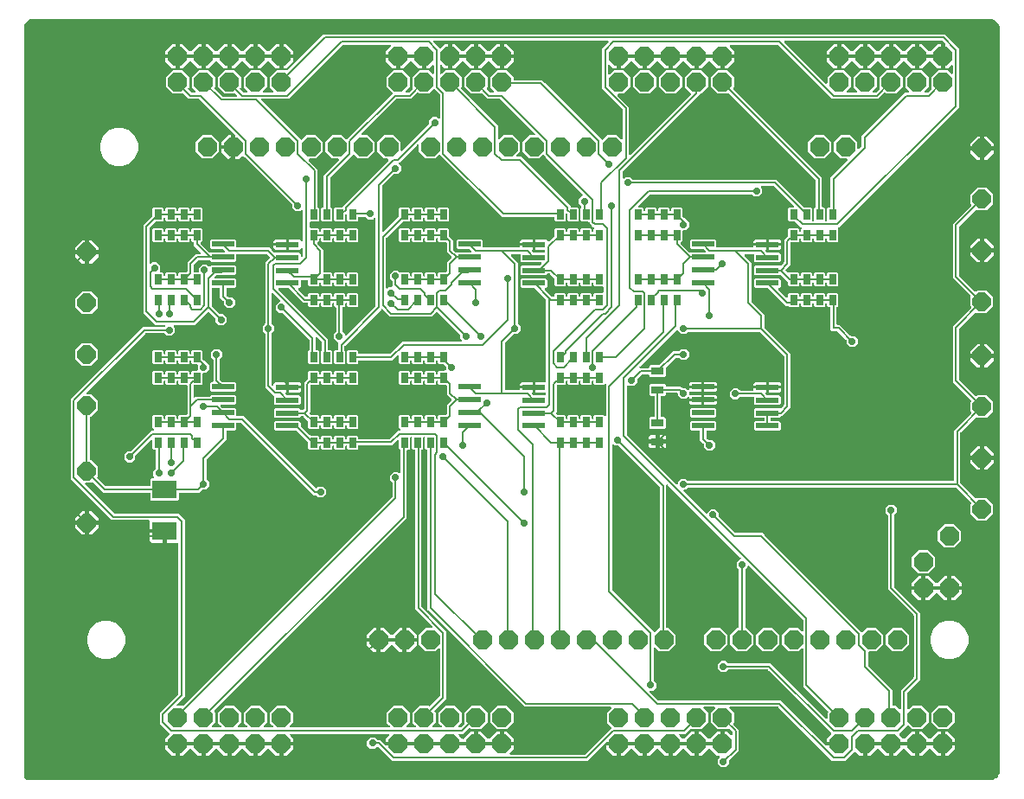
<source format=gtl>
G04 EAGLE Gerber X2 export*
%TF.Part,Single*%
%TF.FileFunction,Other,Top Copper*%
%TF.FilePolarity,Positive*%
%TF.GenerationSoftware,Autodesk,EAGLE,8.7.1*%
%TF.CreationDate,2018-04-05T20:24:51Z*%
G75*
%MOMM*%
%FSLAX34Y34*%
%LPD*%
%AMOC8*
5,1,8,0,0,1.08239X$1,22.5*%
G01*
%ADD10P,2.034460X8X112.500000*%
%ADD11P,1.938236X8X202.500000*%
%ADD12P,1.938236X8X22.500000*%
%ADD13P,2.034460X8X22.500000*%
%ADD14P,2.034460X8X202.500000*%
%ADD15R,2.400000X1.800000*%
%ADD16R,2.200000X0.500000*%
%ADD17R,0.650000X1.000000*%
%ADD18R,1.200000X0.800000*%
%ADD19C,0.203200*%
%ADD20P,0.742303X8X22.500000*%

G36*
X948734Y2549D02*
X948734Y2549D01*
X948778Y2546D01*
X950293Y2695D01*
X950569Y2762D01*
X950576Y2766D01*
X950582Y2767D01*
X953381Y3927D01*
X953408Y3942D01*
X953437Y3952D01*
X953501Y3998D01*
X953626Y4071D01*
X953670Y4118D01*
X953711Y4147D01*
X955853Y6289D01*
X955872Y6314D01*
X955895Y6334D01*
X955937Y6401D01*
X956024Y6517D01*
X956047Y6577D01*
X956073Y6619D01*
X957233Y9418D01*
X957304Y9693D01*
X957303Y9701D01*
X957305Y9707D01*
X957454Y11222D01*
X957452Y11278D01*
X957459Y11322D01*
X957459Y737773D01*
X957451Y737829D01*
X957454Y737873D01*
X957288Y739564D01*
X957221Y739840D01*
X957217Y739847D01*
X957215Y739853D01*
X955921Y742979D01*
X955905Y743005D01*
X955895Y743035D01*
X955850Y743099D01*
X955776Y743224D01*
X955729Y743268D01*
X955701Y743308D01*
X953308Y745701D01*
X953284Y745719D01*
X953264Y745743D01*
X953197Y745784D01*
X953081Y745871D01*
X953021Y745894D01*
X952979Y745921D01*
X949853Y747215D01*
X949578Y747286D01*
X949570Y747286D01*
X949564Y747288D01*
X947873Y747454D01*
X947816Y747452D01*
X947773Y747459D01*
X10032Y747459D01*
X9976Y747451D01*
X9932Y747454D01*
X8669Y747330D01*
X8393Y747263D01*
X8386Y747259D01*
X8380Y747258D01*
X6045Y746291D01*
X6019Y746275D01*
X5989Y746265D01*
X5926Y746220D01*
X5801Y746146D01*
X5756Y746099D01*
X5716Y746071D01*
X3929Y744284D01*
X3911Y744259D01*
X3887Y744239D01*
X3846Y744172D01*
X3759Y744057D01*
X3736Y743997D01*
X3709Y743955D01*
X2742Y741620D01*
X2672Y741345D01*
X2672Y741337D01*
X2670Y741331D01*
X2546Y740068D01*
X2548Y740012D01*
X2541Y739968D01*
X2541Y6350D01*
X2551Y6274D01*
X2549Y6217D01*
X2645Y5494D01*
X2653Y5465D01*
X2654Y5434D01*
X2682Y5360D01*
X2721Y5220D01*
X2755Y5166D01*
X2772Y5119D01*
X3495Y3867D01*
X3555Y3790D01*
X3608Y3709D01*
X3639Y3683D01*
X3670Y3643D01*
X3810Y3542D01*
X3867Y3495D01*
X5119Y2772D01*
X5148Y2760D01*
X5173Y2743D01*
X5248Y2720D01*
X5383Y2666D01*
X5447Y2659D01*
X5494Y2645D01*
X6217Y2549D01*
X6294Y2550D01*
X6350Y2541D01*
X948678Y2541D01*
X948734Y2549D01*
G37*
%LPC*%
G36*
X684554Y14858D02*
X684554Y14858D01*
X681354Y18058D01*
X681354Y22582D01*
X683200Y24428D01*
X683218Y24452D01*
X683240Y24471D01*
X683303Y24565D01*
X683371Y24655D01*
X683381Y24683D01*
X683398Y24707D01*
X683432Y24815D01*
X683472Y24921D01*
X683475Y24950D01*
X683483Y24978D01*
X683486Y25092D01*
X683496Y25204D01*
X683490Y25233D01*
X683491Y25262D01*
X683462Y25372D01*
X683440Y25483D01*
X683426Y25509D01*
X683419Y25537D01*
X683361Y25635D01*
X683309Y25735D01*
X683289Y25757D01*
X683274Y25782D01*
X683191Y25859D01*
X683113Y25941D01*
X683088Y25956D01*
X683066Y25976D01*
X682966Y26028D01*
X682868Y26085D01*
X682839Y26092D01*
X682813Y26106D01*
X682736Y26119D01*
X682592Y26155D01*
X682530Y26153D01*
X682482Y26161D01*
X680855Y26161D01*
X673818Y33198D01*
X673771Y33233D01*
X673731Y33276D01*
X673658Y33318D01*
X673591Y33369D01*
X673536Y33390D01*
X673486Y33419D01*
X673404Y33440D01*
X673325Y33470D01*
X673267Y33475D01*
X673210Y33490D01*
X673126Y33487D01*
X673042Y33494D01*
X672984Y33482D01*
X672926Y33481D01*
X672846Y33455D01*
X672763Y33438D01*
X672711Y33411D01*
X672655Y33393D01*
X672599Y33353D01*
X672511Y33307D01*
X672438Y33238D01*
X672382Y33198D01*
X665345Y26161D01*
X662431Y26161D01*
X662431Y36069D01*
X684784Y36069D01*
X684842Y36077D01*
X684900Y36075D01*
X684982Y36097D01*
X685065Y36109D01*
X685119Y36133D01*
X685175Y36147D01*
X685248Y36190D01*
X685325Y36225D01*
X685369Y36263D01*
X685420Y36293D01*
X685477Y36354D01*
X685542Y36409D01*
X685574Y36457D01*
X685614Y36500D01*
X685653Y36575D01*
X685699Y36645D01*
X685717Y36701D01*
X685744Y36753D01*
X685755Y36821D01*
X685785Y36916D01*
X685788Y37016D01*
X685799Y37084D01*
X685799Y38101D01*
X686816Y38101D01*
X686874Y38109D01*
X686932Y38108D01*
X687014Y38129D01*
X687097Y38141D01*
X687151Y38165D01*
X687207Y38179D01*
X687280Y38222D01*
X687357Y38257D01*
X687402Y38295D01*
X687452Y38325D01*
X687510Y38386D01*
X687574Y38441D01*
X687606Y38489D01*
X687646Y38532D01*
X687685Y38607D01*
X687731Y38677D01*
X687749Y38733D01*
X687776Y38785D01*
X687787Y38853D01*
X687817Y38948D01*
X687820Y39048D01*
X687831Y39116D01*
X687831Y50039D01*
X690745Y50039D01*
X694226Y46558D01*
X694250Y46540D01*
X694269Y46518D01*
X694363Y46455D01*
X694453Y46387D01*
X694481Y46376D01*
X694505Y46360D01*
X694613Y46326D01*
X694719Y46286D01*
X694748Y46283D01*
X694776Y46274D01*
X694890Y46271D01*
X695002Y46262D01*
X695031Y46268D01*
X695060Y46267D01*
X695170Y46296D01*
X695281Y46318D01*
X695307Y46331D01*
X695335Y46339D01*
X695433Y46397D01*
X695533Y46449D01*
X695555Y46469D01*
X695580Y46484D01*
X695657Y46567D01*
X695739Y46645D01*
X695754Y46670D01*
X695774Y46691D01*
X695826Y46792D01*
X695883Y46890D01*
X695890Y46918D01*
X695904Y46945D01*
X695917Y47022D01*
X695953Y47166D01*
X695951Y47228D01*
X695959Y47276D01*
X695959Y49117D01*
X695947Y49203D01*
X695944Y49291D01*
X695927Y49343D01*
X695919Y49398D01*
X695884Y49478D01*
X695857Y49561D01*
X695829Y49600D01*
X695803Y49658D01*
X695707Y49771D01*
X695662Y49835D01*
X692699Y52798D01*
X692652Y52833D01*
X692612Y52875D01*
X692539Y52918D01*
X692472Y52968D01*
X692417Y52989D01*
X692367Y53019D01*
X692285Y53040D01*
X692206Y53070D01*
X692148Y53075D01*
X692091Y53089D01*
X692007Y53086D01*
X691923Y53093D01*
X691865Y53082D01*
X691807Y53080D01*
X691727Y53054D01*
X691644Y53037D01*
X691592Y53010D01*
X691536Y52992D01*
X691480Y52952D01*
X691392Y52906D01*
X691319Y52838D01*
X691263Y52798D01*
X690535Y52069D01*
X681065Y52069D01*
X674369Y58765D01*
X674369Y68235D01*
X678569Y72434D01*
X678586Y72458D01*
X678609Y72477D01*
X678671Y72571D01*
X678740Y72661D01*
X678750Y72689D01*
X678766Y72713D01*
X678800Y72821D01*
X678841Y72927D01*
X678843Y72956D01*
X678852Y72984D01*
X678855Y73098D01*
X678864Y73210D01*
X678859Y73239D01*
X678859Y73268D01*
X678831Y73378D01*
X678808Y73489D01*
X678795Y73515D01*
X678788Y73543D01*
X678730Y73641D01*
X678677Y73741D01*
X678657Y73763D01*
X678642Y73788D01*
X678560Y73865D01*
X678482Y73947D01*
X678456Y73962D01*
X678435Y73982D01*
X678334Y74034D01*
X678236Y74091D01*
X678208Y74098D01*
X678182Y74112D01*
X678104Y74125D01*
X677961Y74161D01*
X677898Y74159D01*
X677851Y74167D01*
X668349Y74167D01*
X668320Y74163D01*
X668291Y74166D01*
X668180Y74143D01*
X668068Y74127D01*
X668041Y74115D01*
X668012Y74110D01*
X667912Y74058D01*
X667808Y74011D01*
X667786Y73992D01*
X667760Y73979D01*
X667678Y73901D01*
X667591Y73828D01*
X667575Y73803D01*
X667554Y73783D01*
X667497Y73685D01*
X667434Y73591D01*
X667425Y73563D01*
X667410Y73538D01*
X667382Y73428D01*
X667348Y73320D01*
X667347Y73290D01*
X667340Y73262D01*
X667344Y73149D01*
X667341Y73036D01*
X667348Y73007D01*
X667349Y72978D01*
X667384Y72870D01*
X667412Y72761D01*
X667427Y72735D01*
X667436Y72707D01*
X667482Y72644D01*
X667558Y72516D01*
X667603Y72473D01*
X667631Y72434D01*
X671831Y68235D01*
X671831Y58765D01*
X665135Y52069D01*
X655665Y52069D01*
X655445Y52290D01*
X655398Y52325D01*
X655358Y52367D01*
X655285Y52410D01*
X655218Y52460D01*
X655163Y52481D01*
X655113Y52511D01*
X655031Y52532D01*
X654952Y52562D01*
X654894Y52567D01*
X654837Y52581D01*
X654753Y52578D01*
X654669Y52585D01*
X654611Y52574D01*
X654553Y52572D01*
X654473Y52546D01*
X654390Y52529D01*
X654338Y52502D01*
X654283Y52484D01*
X654226Y52444D01*
X654138Y52398D01*
X654065Y52330D01*
X654009Y52290D01*
X649471Y47751D01*
X644684Y47751D01*
X644655Y47747D01*
X644625Y47750D01*
X644514Y47727D01*
X644402Y47711D01*
X644375Y47699D01*
X644347Y47694D01*
X644246Y47641D01*
X644143Y47595D01*
X644120Y47576D01*
X644094Y47563D01*
X644012Y47485D01*
X643926Y47412D01*
X643909Y47387D01*
X643888Y47367D01*
X643831Y47269D01*
X643768Y47175D01*
X643759Y47147D01*
X643744Y47122D01*
X643717Y47012D01*
X643682Y46904D01*
X643682Y46874D01*
X643674Y46846D01*
X643678Y46733D01*
X643675Y46620D01*
X643682Y46591D01*
X643683Y46562D01*
X643718Y46454D01*
X643747Y46345D01*
X643762Y46319D01*
X643771Y46291D01*
X643816Y46228D01*
X643892Y46100D01*
X643938Y46057D01*
X643966Y46018D01*
X646982Y43002D01*
X647029Y42967D01*
X647069Y42924D01*
X647142Y42882D01*
X647209Y42831D01*
X647264Y42810D01*
X647314Y42781D01*
X647396Y42760D01*
X647475Y42730D01*
X647533Y42725D01*
X647590Y42710D01*
X647674Y42713D01*
X647758Y42706D01*
X647816Y42718D01*
X647874Y42719D01*
X647954Y42745D01*
X648037Y42762D01*
X648089Y42789D01*
X648145Y42807D01*
X648201Y42847D01*
X648289Y42893D01*
X648362Y42962D01*
X648418Y43002D01*
X655455Y50039D01*
X658369Y50039D01*
X658369Y40131D01*
X636016Y40131D01*
X635958Y40123D01*
X635900Y40125D01*
X635818Y40103D01*
X635735Y40091D01*
X635681Y40067D01*
X635625Y40053D01*
X635552Y40010D01*
X635475Y39975D01*
X635431Y39937D01*
X635380Y39907D01*
X635323Y39846D01*
X635258Y39791D01*
X635226Y39743D01*
X635186Y39700D01*
X635147Y39625D01*
X635101Y39555D01*
X635083Y39499D01*
X635056Y39447D01*
X635045Y39379D01*
X635015Y39284D01*
X635012Y39184D01*
X635001Y39116D01*
X635001Y38099D01*
X634999Y38099D01*
X634999Y39116D01*
X634991Y39170D01*
X634992Y39206D01*
X634992Y39208D01*
X634992Y39232D01*
X634971Y39314D01*
X634959Y39397D01*
X634935Y39451D01*
X634921Y39507D01*
X634878Y39580D01*
X634843Y39657D01*
X634805Y39702D01*
X634775Y39752D01*
X634714Y39810D01*
X634659Y39874D01*
X634611Y39906D01*
X634568Y39946D01*
X634493Y39985D01*
X634423Y40031D01*
X634367Y40049D01*
X634315Y40076D01*
X634247Y40087D01*
X634152Y40117D01*
X634052Y40120D01*
X633984Y40131D01*
X610616Y40131D01*
X610558Y40123D01*
X610500Y40125D01*
X610418Y40103D01*
X610335Y40091D01*
X610281Y40067D01*
X610225Y40053D01*
X610152Y40010D01*
X610075Y39975D01*
X610031Y39937D01*
X609980Y39907D01*
X609923Y39846D01*
X609858Y39791D01*
X609826Y39743D01*
X609786Y39700D01*
X609747Y39625D01*
X609701Y39555D01*
X609683Y39499D01*
X609656Y39447D01*
X609645Y39379D01*
X609615Y39284D01*
X609612Y39184D01*
X609601Y39116D01*
X609601Y38099D01*
X609599Y38099D01*
X609599Y39116D01*
X609591Y39170D01*
X609592Y39206D01*
X609592Y39208D01*
X609592Y39232D01*
X609571Y39314D01*
X609559Y39397D01*
X609535Y39451D01*
X609521Y39507D01*
X609478Y39580D01*
X609443Y39657D01*
X609405Y39702D01*
X609375Y39752D01*
X609314Y39810D01*
X609259Y39874D01*
X609211Y39906D01*
X609168Y39946D01*
X609093Y39985D01*
X609023Y40031D01*
X608967Y40049D01*
X608915Y40076D01*
X608847Y40087D01*
X608752Y40117D01*
X608652Y40120D01*
X608584Y40131D01*
X585216Y40131D01*
X585158Y40123D01*
X585100Y40125D01*
X585018Y40103D01*
X584935Y40091D01*
X584881Y40067D01*
X584825Y40053D01*
X584752Y40010D01*
X584675Y39975D01*
X584631Y39937D01*
X584580Y39907D01*
X584523Y39846D01*
X584458Y39791D01*
X584426Y39743D01*
X584386Y39700D01*
X584347Y39625D01*
X584301Y39555D01*
X584283Y39499D01*
X584256Y39447D01*
X584245Y39379D01*
X584215Y39284D01*
X584212Y39184D01*
X584201Y39116D01*
X584201Y38099D01*
X584199Y38099D01*
X584199Y39116D01*
X584191Y39170D01*
X584192Y39206D01*
X584192Y39208D01*
X584192Y39232D01*
X584171Y39314D01*
X584159Y39397D01*
X584135Y39451D01*
X584121Y39507D01*
X584078Y39580D01*
X584043Y39657D01*
X584005Y39702D01*
X583975Y39752D01*
X583914Y39810D01*
X583859Y39874D01*
X583811Y39906D01*
X583768Y39946D01*
X583693Y39985D01*
X583623Y40031D01*
X583567Y40049D01*
X583515Y40076D01*
X583447Y40087D01*
X583352Y40117D01*
X583252Y40120D01*
X583184Y40131D01*
X573183Y40131D01*
X573097Y40119D01*
X573009Y40116D01*
X572957Y40099D01*
X572902Y40091D01*
X572822Y40056D01*
X572739Y40029D01*
X572699Y40001D01*
X572642Y39975D01*
X572529Y39879D01*
X572465Y39834D01*
X553967Y21335D01*
X362465Y21335D01*
X360382Y23418D01*
X360382Y23419D01*
X348880Y34920D01*
X348833Y34955D01*
X348793Y34998D01*
X348720Y35041D01*
X348653Y35091D01*
X348598Y35112D01*
X348548Y35142D01*
X348466Y35162D01*
X348387Y35192D01*
X348329Y35197D01*
X348272Y35212D01*
X348188Y35209D01*
X348104Y35216D01*
X348047Y35204D01*
X347988Y35203D01*
X347908Y35177D01*
X347825Y35160D01*
X347773Y35133D01*
X347718Y35115D01*
X347662Y35075D01*
X347573Y35029D01*
X347501Y34960D01*
X347444Y34920D01*
X345670Y33146D01*
X341146Y33146D01*
X337946Y36346D01*
X337946Y40870D01*
X341146Y44070D01*
X345670Y44070D01*
X347786Y41954D01*
X347856Y41902D01*
X347920Y41842D01*
X347969Y41816D01*
X348013Y41783D01*
X348095Y41752D01*
X348173Y41712D01*
X348220Y41704D01*
X348279Y41682D01*
X348427Y41670D01*
X348504Y41657D01*
X350767Y41657D01*
X356057Y36366D01*
X356127Y36314D01*
X356191Y36254D01*
X356241Y36228D01*
X356285Y36195D01*
X356366Y36164D01*
X356444Y36124D01*
X356492Y36116D01*
X356550Y36094D01*
X356698Y36082D01*
X356775Y36069D01*
X367284Y36069D01*
X367342Y36077D01*
X367400Y36075D01*
X367482Y36097D01*
X367565Y36109D01*
X367619Y36133D01*
X367675Y36147D01*
X367748Y36190D01*
X367825Y36225D01*
X367869Y36263D01*
X367920Y36293D01*
X367977Y36354D01*
X368042Y36409D01*
X368074Y36457D01*
X368114Y36500D01*
X368153Y36575D01*
X368199Y36645D01*
X368217Y36701D01*
X368244Y36753D01*
X368255Y36821D01*
X368285Y36916D01*
X368288Y37016D01*
X368299Y37084D01*
X368299Y39116D01*
X368291Y39170D01*
X368292Y39206D01*
X368292Y39208D01*
X368292Y39232D01*
X368271Y39314D01*
X368259Y39397D01*
X368235Y39451D01*
X368221Y39507D01*
X368178Y39580D01*
X368143Y39657D01*
X368105Y39702D01*
X368075Y39752D01*
X368014Y39810D01*
X367959Y39874D01*
X367911Y39906D01*
X367868Y39946D01*
X367793Y39985D01*
X367723Y40031D01*
X367667Y40049D01*
X367615Y40076D01*
X367547Y40087D01*
X367452Y40117D01*
X367352Y40120D01*
X367284Y40131D01*
X356361Y40131D01*
X356361Y43045D01*
X359334Y46018D01*
X359352Y46042D01*
X359374Y46061D01*
X359437Y46155D01*
X359505Y46245D01*
X359516Y46273D01*
X359532Y46297D01*
X359566Y46405D01*
X359606Y46511D01*
X359609Y46540D01*
X359618Y46568D01*
X359621Y46682D01*
X359630Y46794D01*
X359624Y46823D01*
X359625Y46852D01*
X359596Y46962D01*
X359574Y47073D01*
X359561Y47099D01*
X359553Y47127D01*
X359495Y47225D01*
X359443Y47325D01*
X359423Y47347D01*
X359408Y47372D01*
X359325Y47449D01*
X359247Y47531D01*
X359222Y47546D01*
X359201Y47566D01*
X359100Y47618D01*
X359002Y47675D01*
X358974Y47682D01*
X358947Y47696D01*
X358870Y47709D01*
X358726Y47745D01*
X358664Y47743D01*
X358616Y47751D01*
X263684Y47751D01*
X263655Y47747D01*
X263625Y47750D01*
X263514Y47727D01*
X263402Y47711D01*
X263375Y47699D01*
X263347Y47694D01*
X263246Y47641D01*
X263143Y47595D01*
X263120Y47576D01*
X263094Y47563D01*
X263012Y47485D01*
X262926Y47412D01*
X262909Y47387D01*
X262888Y47367D01*
X262831Y47269D01*
X262768Y47175D01*
X262759Y47147D01*
X262744Y47122D01*
X262717Y47012D01*
X262682Y46904D01*
X262682Y46874D01*
X262674Y46846D01*
X262678Y46733D01*
X262675Y46620D01*
X262682Y46591D01*
X262683Y46562D01*
X262718Y46454D01*
X262747Y46345D01*
X262762Y46319D01*
X262771Y46291D01*
X262816Y46228D01*
X262892Y46100D01*
X262938Y46057D01*
X262966Y46018D01*
X265939Y43045D01*
X265939Y40131D01*
X255016Y40131D01*
X254958Y40123D01*
X254900Y40125D01*
X254818Y40103D01*
X254735Y40091D01*
X254681Y40067D01*
X254625Y40053D01*
X254552Y40010D01*
X254475Y39975D01*
X254431Y39937D01*
X254380Y39907D01*
X254323Y39846D01*
X254258Y39791D01*
X254226Y39743D01*
X254186Y39700D01*
X254147Y39625D01*
X254101Y39555D01*
X254083Y39499D01*
X254056Y39447D01*
X254045Y39379D01*
X254015Y39284D01*
X254012Y39184D01*
X254001Y39116D01*
X254001Y38099D01*
X253999Y38099D01*
X253999Y39116D01*
X253991Y39170D01*
X253992Y39206D01*
X253992Y39208D01*
X253992Y39232D01*
X253971Y39314D01*
X253959Y39397D01*
X253935Y39451D01*
X253921Y39507D01*
X253878Y39580D01*
X253843Y39657D01*
X253805Y39702D01*
X253775Y39752D01*
X253714Y39810D01*
X253659Y39874D01*
X253611Y39906D01*
X253568Y39946D01*
X253493Y39985D01*
X253423Y40031D01*
X253367Y40049D01*
X253315Y40076D01*
X253247Y40087D01*
X253152Y40117D01*
X253052Y40120D01*
X252984Y40131D01*
X229616Y40131D01*
X229558Y40123D01*
X229500Y40125D01*
X229418Y40103D01*
X229335Y40091D01*
X229281Y40067D01*
X229225Y40053D01*
X229152Y40010D01*
X229075Y39975D01*
X229031Y39937D01*
X228980Y39907D01*
X228923Y39846D01*
X228858Y39791D01*
X228826Y39743D01*
X228786Y39700D01*
X228747Y39625D01*
X228701Y39555D01*
X228683Y39499D01*
X228656Y39447D01*
X228645Y39379D01*
X228615Y39284D01*
X228612Y39184D01*
X228601Y39116D01*
X228601Y38099D01*
X228599Y38099D01*
X228599Y39116D01*
X228591Y39170D01*
X228592Y39206D01*
X228592Y39208D01*
X228592Y39232D01*
X228571Y39314D01*
X228559Y39397D01*
X228535Y39451D01*
X228521Y39507D01*
X228478Y39580D01*
X228443Y39657D01*
X228405Y39702D01*
X228375Y39752D01*
X228314Y39810D01*
X228259Y39874D01*
X228211Y39906D01*
X228168Y39946D01*
X228093Y39985D01*
X228023Y40031D01*
X227967Y40049D01*
X227915Y40076D01*
X227847Y40087D01*
X227752Y40117D01*
X227652Y40120D01*
X227584Y40131D01*
X204216Y40131D01*
X204158Y40123D01*
X204100Y40125D01*
X204018Y40103D01*
X203935Y40091D01*
X203881Y40067D01*
X203825Y40053D01*
X203752Y40010D01*
X203675Y39975D01*
X203631Y39937D01*
X203580Y39907D01*
X203523Y39846D01*
X203458Y39791D01*
X203426Y39743D01*
X203386Y39700D01*
X203347Y39625D01*
X203301Y39555D01*
X203283Y39499D01*
X203256Y39447D01*
X203245Y39379D01*
X203215Y39284D01*
X203212Y39184D01*
X203201Y39116D01*
X203201Y38099D01*
X203199Y38099D01*
X203199Y39116D01*
X203191Y39170D01*
X203192Y39206D01*
X203192Y39208D01*
X203192Y39232D01*
X203171Y39314D01*
X203159Y39397D01*
X203135Y39451D01*
X203121Y39507D01*
X203078Y39580D01*
X203043Y39657D01*
X203005Y39702D01*
X202975Y39752D01*
X202914Y39810D01*
X202859Y39874D01*
X202811Y39906D01*
X202768Y39946D01*
X202693Y39985D01*
X202623Y40031D01*
X202567Y40049D01*
X202515Y40076D01*
X202447Y40087D01*
X202352Y40117D01*
X202252Y40120D01*
X202184Y40131D01*
X178816Y40131D01*
X178758Y40123D01*
X178700Y40125D01*
X178618Y40103D01*
X178535Y40091D01*
X178481Y40067D01*
X178425Y40053D01*
X178352Y40010D01*
X178275Y39975D01*
X178231Y39937D01*
X178180Y39907D01*
X178123Y39846D01*
X178058Y39791D01*
X178026Y39743D01*
X177986Y39700D01*
X177947Y39625D01*
X177901Y39555D01*
X177883Y39499D01*
X177856Y39447D01*
X177845Y39379D01*
X177815Y39284D01*
X177812Y39184D01*
X177801Y39116D01*
X177801Y38099D01*
X177799Y38099D01*
X177799Y39116D01*
X177791Y39170D01*
X177792Y39206D01*
X177792Y39208D01*
X177792Y39232D01*
X177771Y39314D01*
X177759Y39397D01*
X177735Y39451D01*
X177721Y39507D01*
X177678Y39580D01*
X177643Y39657D01*
X177605Y39702D01*
X177575Y39752D01*
X177514Y39810D01*
X177459Y39874D01*
X177411Y39906D01*
X177368Y39946D01*
X177293Y39985D01*
X177223Y40031D01*
X177167Y40049D01*
X177115Y40076D01*
X177047Y40087D01*
X176952Y40117D01*
X176852Y40120D01*
X176784Y40131D01*
X153416Y40131D01*
X153358Y40123D01*
X153300Y40125D01*
X153218Y40103D01*
X153135Y40091D01*
X153081Y40067D01*
X153025Y40053D01*
X152952Y40010D01*
X152875Y39975D01*
X152831Y39937D01*
X152780Y39907D01*
X152723Y39846D01*
X152658Y39791D01*
X152626Y39743D01*
X152586Y39700D01*
X152547Y39625D01*
X152501Y39555D01*
X152483Y39499D01*
X152456Y39447D01*
X152445Y39379D01*
X152415Y39284D01*
X152412Y39184D01*
X152401Y39116D01*
X152401Y38099D01*
X152399Y38099D01*
X152399Y39116D01*
X152391Y39170D01*
X152392Y39206D01*
X152392Y39208D01*
X152392Y39232D01*
X152371Y39314D01*
X152359Y39397D01*
X152335Y39451D01*
X152321Y39507D01*
X152278Y39580D01*
X152243Y39657D01*
X152205Y39702D01*
X152175Y39752D01*
X152114Y39810D01*
X152059Y39874D01*
X152011Y39906D01*
X151968Y39946D01*
X151893Y39985D01*
X151823Y40031D01*
X151767Y40049D01*
X151715Y40076D01*
X151647Y40087D01*
X151552Y40117D01*
X151452Y40120D01*
X151384Y40131D01*
X140461Y40131D01*
X140461Y43045D01*
X144386Y46970D01*
X144422Y47017D01*
X144464Y47057D01*
X144507Y47130D01*
X144557Y47197D01*
X144578Y47252D01*
X144608Y47303D01*
X144628Y47384D01*
X144659Y47463D01*
X144663Y47521D01*
X144678Y47578D01*
X144675Y47662D01*
X144682Y47746D01*
X144671Y47804D01*
X144669Y47862D01*
X144643Y47943D01*
X144626Y48025D01*
X144599Y48077D01*
X144581Y48133D01*
X144541Y48189D01*
X144495Y48277D01*
X144427Y48350D01*
X144386Y48406D01*
X142958Y49835D01*
X135127Y57665D01*
X135127Y68319D01*
X153118Y86309D01*
X153170Y86379D01*
X153230Y86443D01*
X153256Y86493D01*
X153289Y86537D01*
X153320Y86618D01*
X153360Y86696D01*
X153368Y86744D01*
X153390Y86802D01*
X153402Y86950D01*
X153415Y87027D01*
X153415Y233956D01*
X153408Y234005D01*
X153411Y234053D01*
X153389Y234145D01*
X153375Y234238D01*
X153355Y234282D01*
X153344Y234330D01*
X153298Y234411D01*
X153259Y234497D01*
X153228Y234534D01*
X153203Y234577D01*
X153136Y234642D01*
X153076Y234714D01*
X153035Y234741D01*
X153000Y234775D01*
X152917Y234820D01*
X152839Y234872D01*
X152792Y234886D01*
X152749Y234909D01*
X152657Y234929D01*
X152568Y234957D01*
X152519Y234959D01*
X152471Y234969D01*
X152397Y234962D01*
X152284Y234965D01*
X152200Y234943D01*
X152137Y234937D01*
X152034Y234909D01*
X141731Y234909D01*
X141731Y245434D01*
X141723Y245492D01*
X141724Y245550D01*
X141703Y245632D01*
X141691Y245715D01*
X141667Y245769D01*
X141653Y245825D01*
X141610Y245898D01*
X141575Y245975D01*
X141537Y246019D01*
X141507Y246070D01*
X141446Y246127D01*
X141391Y246192D01*
X141343Y246224D01*
X141300Y246264D01*
X141225Y246303D01*
X141155Y246349D01*
X141099Y246367D01*
X141047Y246394D01*
X140979Y246405D01*
X140884Y246435D01*
X140784Y246438D01*
X140716Y246449D01*
X139699Y246449D01*
X139699Y247466D01*
X139691Y247524D01*
X139692Y247582D01*
X139671Y247664D01*
X139659Y247747D01*
X139635Y247801D01*
X139621Y247857D01*
X139578Y247930D01*
X139543Y248007D01*
X139505Y248051D01*
X139475Y248102D01*
X139414Y248159D01*
X139359Y248224D01*
X139311Y248256D01*
X139268Y248296D01*
X139193Y248335D01*
X139123Y248381D01*
X139067Y248399D01*
X139015Y248426D01*
X138947Y248437D01*
X138852Y248467D01*
X138752Y248470D01*
X138684Y248481D01*
X125159Y248481D01*
X125159Y255803D01*
X125161Y255818D01*
X125176Y255864D01*
X125178Y255958D01*
X125190Y256051D01*
X125182Y256099D01*
X125183Y256148D01*
X125159Y256239D01*
X125144Y256332D01*
X125124Y256376D01*
X125111Y256423D01*
X125063Y256504D01*
X125023Y256589D01*
X124991Y256626D01*
X124966Y256668D01*
X124898Y256732D01*
X124836Y256803D01*
X124794Y256829D01*
X124759Y256862D01*
X124675Y256905D01*
X124596Y256956D01*
X124549Y256970D01*
X124506Y256992D01*
X124433Y257004D01*
X124323Y257036D01*
X124236Y257037D01*
X124175Y257047D01*
X88145Y257047D01*
X47751Y297441D01*
X47751Y375151D01*
X118625Y446025D01*
X139176Y446025D01*
X139242Y446034D01*
X139309Y446033D01*
X139370Y446052D01*
X139458Y446065D01*
X139560Y446110D01*
X139630Y446132D01*
X139671Y446160D01*
X139717Y446181D01*
X139788Y446241D01*
X139864Y446293D01*
X139896Y446332D01*
X139934Y446365D01*
X139985Y446442D01*
X140044Y446513D01*
X140064Y446559D01*
X140092Y446601D01*
X140120Y446690D01*
X140156Y446775D01*
X140162Y446824D01*
X140177Y446872D01*
X140180Y446965D01*
X140191Y447057D01*
X140183Y447106D01*
X140185Y447156D01*
X140161Y447246D01*
X140147Y447338D01*
X140126Y447383D01*
X140113Y447431D01*
X140066Y447511D01*
X140026Y447595D01*
X139993Y447633D01*
X139968Y447676D01*
X139900Y447739D01*
X139839Y447809D01*
X139797Y447836D01*
X139760Y447870D01*
X139678Y447913D01*
X139600Y447963D01*
X139552Y447977D01*
X139507Y448000D01*
X139435Y448012D01*
X139327Y448044D01*
X139239Y448045D01*
X139176Y448055D01*
X130817Y448055D01*
X118871Y460001D01*
X118871Y545839D01*
X127770Y554737D01*
X127822Y554807D01*
X127882Y554871D01*
X127908Y554920D01*
X127941Y554965D01*
X127972Y555046D01*
X128012Y555124D01*
X128020Y555172D01*
X128042Y555230D01*
X128054Y555378D01*
X128067Y555455D01*
X128067Y561942D01*
X129258Y563133D01*
X137442Y563133D01*
X138633Y561942D01*
X138633Y560164D01*
X138641Y560106D01*
X138639Y560048D01*
X138661Y559966D01*
X138673Y559882D01*
X138696Y559829D01*
X138711Y559773D01*
X138754Y559700D01*
X138789Y559623D01*
X138827Y559578D01*
X138856Y559528D01*
X138918Y559470D01*
X138972Y559406D01*
X139021Y559374D01*
X139064Y559334D01*
X139139Y559295D01*
X139209Y559248D01*
X139265Y559231D01*
X139317Y559204D01*
X139385Y559193D01*
X139480Y559163D01*
X139580Y559160D01*
X139648Y559149D01*
X139752Y559149D01*
X139810Y559157D01*
X139868Y559155D01*
X139950Y559177D01*
X140034Y559189D01*
X140087Y559212D01*
X140143Y559227D01*
X140216Y559270D01*
X140293Y559305D01*
X140338Y559343D01*
X140388Y559372D01*
X140446Y559434D01*
X140510Y559488D01*
X140542Y559537D01*
X140582Y559580D01*
X140621Y559655D01*
X140668Y559725D01*
X140685Y559781D01*
X140712Y559833D01*
X140723Y559901D01*
X140753Y559996D01*
X140756Y560096D01*
X140767Y560164D01*
X140767Y561942D01*
X141958Y563133D01*
X150142Y563133D01*
X151333Y561942D01*
X151333Y560164D01*
X151341Y560106D01*
X151339Y560048D01*
X151361Y559966D01*
X151373Y559882D01*
X151396Y559829D01*
X151411Y559773D01*
X151454Y559700D01*
X151489Y559623D01*
X151527Y559578D01*
X151556Y559528D01*
X151618Y559470D01*
X151672Y559406D01*
X151721Y559374D01*
X151764Y559334D01*
X151839Y559295D01*
X151909Y559248D01*
X151965Y559231D01*
X152017Y559204D01*
X152085Y559193D01*
X152180Y559163D01*
X152280Y559160D01*
X152348Y559149D01*
X152452Y559149D01*
X152510Y559157D01*
X152568Y559155D01*
X152650Y559177D01*
X152734Y559189D01*
X152787Y559212D01*
X152843Y559227D01*
X152916Y559270D01*
X152993Y559305D01*
X153038Y559343D01*
X153088Y559372D01*
X153146Y559434D01*
X153210Y559488D01*
X153242Y559537D01*
X153282Y559580D01*
X153321Y559655D01*
X153368Y559725D01*
X153385Y559781D01*
X153412Y559833D01*
X153423Y559901D01*
X153453Y559996D01*
X153456Y560096D01*
X153467Y560164D01*
X153467Y561942D01*
X154658Y563133D01*
X162842Y563133D01*
X164033Y561942D01*
X164033Y560164D01*
X164041Y560106D01*
X164039Y560048D01*
X164061Y559966D01*
X164073Y559882D01*
X164096Y559829D01*
X164111Y559773D01*
X164154Y559700D01*
X164189Y559623D01*
X164227Y559578D01*
X164256Y559528D01*
X164318Y559470D01*
X164372Y559406D01*
X164421Y559374D01*
X164464Y559334D01*
X164539Y559295D01*
X164609Y559248D01*
X164665Y559231D01*
X164717Y559204D01*
X164785Y559193D01*
X164880Y559163D01*
X164980Y559160D01*
X165048Y559149D01*
X165152Y559149D01*
X165210Y559157D01*
X165268Y559155D01*
X165350Y559177D01*
X165434Y559189D01*
X165487Y559212D01*
X165543Y559227D01*
X165616Y559270D01*
X165693Y559305D01*
X165738Y559343D01*
X165788Y559372D01*
X165846Y559434D01*
X165910Y559488D01*
X165942Y559537D01*
X165982Y559580D01*
X166021Y559655D01*
X166068Y559725D01*
X166085Y559781D01*
X166112Y559833D01*
X166123Y559901D01*
X166153Y559996D01*
X166156Y560096D01*
X166167Y560164D01*
X166167Y561942D01*
X167358Y563133D01*
X175542Y563133D01*
X176733Y561942D01*
X176733Y550258D01*
X175542Y549067D01*
X167358Y549067D01*
X166167Y550258D01*
X166167Y552036D01*
X166159Y552094D01*
X166161Y552152D01*
X166139Y552234D01*
X166127Y552318D01*
X166104Y552371D01*
X166089Y552427D01*
X166046Y552500D01*
X166011Y552577D01*
X165973Y552622D01*
X165944Y552672D01*
X165882Y552730D01*
X165828Y552794D01*
X165779Y552826D01*
X165736Y552866D01*
X165661Y552905D01*
X165591Y552952D01*
X165535Y552969D01*
X165483Y552996D01*
X165415Y553007D01*
X165320Y553037D01*
X165220Y553040D01*
X165152Y553051D01*
X165048Y553051D01*
X164990Y553043D01*
X164932Y553045D01*
X164850Y553023D01*
X164766Y553011D01*
X164713Y552988D01*
X164657Y552973D01*
X164584Y552930D01*
X164507Y552895D01*
X164462Y552857D01*
X164412Y552828D01*
X164354Y552766D01*
X164290Y552712D01*
X164258Y552663D01*
X164218Y552620D01*
X164179Y552545D01*
X164132Y552475D01*
X164115Y552419D01*
X164088Y552367D01*
X164077Y552299D01*
X164047Y552204D01*
X164044Y552104D01*
X164033Y552036D01*
X164033Y550258D01*
X162842Y549067D01*
X154658Y549067D01*
X153467Y550258D01*
X153467Y552036D01*
X153459Y552094D01*
X153461Y552152D01*
X153439Y552234D01*
X153427Y552318D01*
X153404Y552371D01*
X153389Y552427D01*
X153346Y552500D01*
X153311Y552577D01*
X153273Y552622D01*
X153244Y552672D01*
X153182Y552730D01*
X153128Y552794D01*
X153079Y552826D01*
X153036Y552866D01*
X152961Y552905D01*
X152891Y552952D01*
X152835Y552969D01*
X152783Y552996D01*
X152715Y553007D01*
X152620Y553037D01*
X152520Y553040D01*
X152452Y553051D01*
X152348Y553051D01*
X152290Y553043D01*
X152232Y553045D01*
X152150Y553023D01*
X152066Y553011D01*
X152013Y552988D01*
X151957Y552973D01*
X151884Y552930D01*
X151807Y552895D01*
X151762Y552857D01*
X151712Y552828D01*
X151654Y552766D01*
X151590Y552712D01*
X151558Y552663D01*
X151518Y552620D01*
X151479Y552545D01*
X151432Y552475D01*
X151415Y552419D01*
X151388Y552367D01*
X151377Y552299D01*
X151347Y552204D01*
X151344Y552104D01*
X151333Y552036D01*
X151333Y550258D01*
X150142Y549067D01*
X141958Y549067D01*
X140767Y550258D01*
X140767Y552036D01*
X140759Y552094D01*
X140761Y552152D01*
X140739Y552234D01*
X140727Y552318D01*
X140704Y552371D01*
X140689Y552427D01*
X140646Y552500D01*
X140611Y552577D01*
X140573Y552622D01*
X140544Y552672D01*
X140482Y552730D01*
X140428Y552794D01*
X140379Y552826D01*
X140336Y552866D01*
X140261Y552905D01*
X140191Y552952D01*
X140135Y552969D01*
X140083Y552996D01*
X140015Y553007D01*
X139920Y553037D01*
X139820Y553040D01*
X139752Y553051D01*
X139648Y553051D01*
X139590Y553043D01*
X139532Y553045D01*
X139450Y553023D01*
X139366Y553011D01*
X139313Y552988D01*
X139257Y552973D01*
X139184Y552930D01*
X139107Y552895D01*
X139062Y552857D01*
X139012Y552828D01*
X138954Y552766D01*
X138890Y552712D01*
X138858Y552663D01*
X138818Y552620D01*
X138779Y552545D01*
X138732Y552475D01*
X138715Y552419D01*
X138688Y552367D01*
X138677Y552299D01*
X138647Y552204D01*
X138644Y552104D01*
X138633Y552036D01*
X138633Y550258D01*
X137442Y549067D01*
X131143Y549067D01*
X131057Y549055D01*
X130969Y549052D01*
X130917Y549035D01*
X130862Y549027D01*
X130782Y548992D01*
X130699Y548965D01*
X130660Y548937D01*
X130602Y548911D01*
X130489Y548815D01*
X130425Y548770D01*
X125266Y543611D01*
X125214Y543541D01*
X125154Y543477D01*
X125128Y543427D01*
X125095Y543383D01*
X125064Y543302D01*
X125024Y543224D01*
X125016Y543176D01*
X124994Y543118D01*
X124982Y542970D01*
X124969Y542893D01*
X124969Y509032D01*
X124973Y509003D01*
X124970Y508974D01*
X124993Y508862D01*
X125009Y508750D01*
X125021Y508724D01*
X125026Y508695D01*
X125079Y508594D01*
X125125Y508491D01*
X125144Y508469D01*
X125157Y508442D01*
X125235Y508360D01*
X125308Y508274D01*
X125333Y508258D01*
X125353Y508236D01*
X125451Y508179D01*
X125545Y508116D01*
X125573Y508107D01*
X125598Y508093D01*
X125708Y508065D01*
X125816Y508031D01*
X125846Y508030D01*
X125874Y508023D01*
X125987Y508026D01*
X126100Y508023D01*
X126129Y508031D01*
X126158Y508032D01*
X126266Y508066D01*
X126375Y508095D01*
X126401Y508110D01*
X126429Y508119D01*
X126493Y508165D01*
X126620Y508240D01*
X126663Y508286D01*
X126702Y508314D01*
X127786Y509398D01*
X132310Y509398D01*
X135510Y506198D01*
X135510Y501674D01*
X135202Y501366D01*
X135184Y501342D01*
X135162Y501323D01*
X135099Y501229D01*
X135031Y501139D01*
X135021Y501111D01*
X135004Y501087D01*
X134970Y500979D01*
X134930Y500873D01*
X134927Y500844D01*
X134919Y500816D01*
X134916Y500702D01*
X134906Y500590D01*
X134912Y500561D01*
X134911Y500532D01*
X134940Y500422D01*
X134962Y500311D01*
X134976Y500285D01*
X134983Y500257D01*
X135041Y500159D01*
X135093Y500059D01*
X135113Y500037D01*
X135128Y500012D01*
X135211Y499935D01*
X135289Y499853D01*
X135314Y499838D01*
X135336Y499818D01*
X135437Y499766D01*
X135534Y499709D01*
X135563Y499702D01*
X135589Y499688D01*
X135666Y499675D01*
X135810Y499639D01*
X135872Y499641D01*
X135920Y499633D01*
X137442Y499633D01*
X138633Y498442D01*
X138633Y496664D01*
X138641Y496606D01*
X138639Y496548D01*
X138661Y496466D01*
X138673Y496382D01*
X138696Y496329D01*
X138711Y496273D01*
X138754Y496200D01*
X138789Y496123D01*
X138827Y496078D01*
X138856Y496028D01*
X138918Y495970D01*
X138972Y495906D01*
X139021Y495874D01*
X139064Y495834D01*
X139139Y495795D01*
X139209Y495748D01*
X139265Y495731D01*
X139317Y495704D01*
X139385Y495693D01*
X139480Y495663D01*
X139580Y495660D01*
X139648Y495649D01*
X139752Y495649D01*
X139810Y495657D01*
X139868Y495655D01*
X139950Y495677D01*
X140034Y495689D01*
X140087Y495712D01*
X140143Y495727D01*
X140216Y495770D01*
X140293Y495805D01*
X140338Y495843D01*
X140388Y495872D01*
X140446Y495934D01*
X140510Y495988D01*
X140542Y496037D01*
X140582Y496080D01*
X140621Y496155D01*
X140668Y496225D01*
X140685Y496281D01*
X140712Y496333D01*
X140723Y496401D01*
X140753Y496496D01*
X140756Y496596D01*
X140767Y496664D01*
X140767Y498442D01*
X141958Y499633D01*
X150142Y499633D01*
X151333Y498442D01*
X151333Y496664D01*
X151341Y496606D01*
X151339Y496548D01*
X151361Y496466D01*
X151373Y496382D01*
X151396Y496329D01*
X151411Y496273D01*
X151454Y496200D01*
X151489Y496123D01*
X151527Y496078D01*
X151556Y496028D01*
X151618Y495970D01*
X151672Y495906D01*
X151721Y495874D01*
X151764Y495834D01*
X151839Y495795D01*
X151909Y495748D01*
X151965Y495731D01*
X152017Y495704D01*
X152085Y495693D01*
X152180Y495663D01*
X152280Y495660D01*
X152348Y495649D01*
X152452Y495649D01*
X152510Y495657D01*
X152568Y495655D01*
X152650Y495677D01*
X152734Y495689D01*
X152787Y495712D01*
X152843Y495727D01*
X152916Y495770D01*
X152993Y495805D01*
X153038Y495843D01*
X153088Y495872D01*
X153146Y495934D01*
X153210Y495988D01*
X153242Y496037D01*
X153282Y496080D01*
X153321Y496155D01*
X153368Y496225D01*
X153385Y496281D01*
X153412Y496333D01*
X153423Y496401D01*
X153453Y496496D01*
X153456Y496596D01*
X153467Y496664D01*
X153467Y498442D01*
X154658Y499633D01*
X161036Y499633D01*
X161094Y499641D01*
X161152Y499639D01*
X161234Y499661D01*
X161318Y499673D01*
X161371Y499696D01*
X161427Y499711D01*
X161500Y499754D01*
X161577Y499789D01*
X161622Y499827D01*
X161672Y499856D01*
X161730Y499918D01*
X161794Y499972D01*
X161826Y500021D01*
X161866Y500064D01*
X161905Y500139D01*
X161952Y500209D01*
X161969Y500265D01*
X161996Y500317D01*
X162007Y500385D01*
X162037Y500480D01*
X162040Y500580D01*
X162051Y500648D01*
X162051Y509263D01*
X170187Y517399D01*
X174339Y517399D01*
X174368Y517403D01*
X174397Y517400D01*
X174508Y517423D01*
X174620Y517439D01*
X174647Y517451D01*
X174676Y517456D01*
X174776Y517508D01*
X174880Y517555D01*
X174902Y517574D01*
X174928Y517587D01*
X175010Y517665D01*
X175097Y517738D01*
X175113Y517763D01*
X175134Y517783D01*
X175191Y517881D01*
X175254Y517975D01*
X175263Y518003D01*
X175278Y518028D01*
X175306Y518138D01*
X175340Y518246D01*
X175341Y518276D01*
X175348Y518304D01*
X175344Y518417D01*
X175347Y518530D01*
X175340Y518559D01*
X175339Y518588D01*
X175304Y518696D01*
X175275Y518805D01*
X175260Y518831D01*
X175251Y518859D01*
X175206Y518922D01*
X175130Y519050D01*
X175085Y519093D01*
X175057Y519132D01*
X168401Y525787D01*
X168401Y528052D01*
X168393Y528110D01*
X168395Y528168D01*
X168373Y528250D01*
X168361Y528334D01*
X168338Y528387D01*
X168323Y528443D01*
X168280Y528516D01*
X168245Y528593D01*
X168207Y528638D01*
X168178Y528688D01*
X168116Y528746D01*
X168062Y528810D01*
X168013Y528842D01*
X167970Y528882D01*
X167895Y528921D01*
X167825Y528968D01*
X167769Y528985D01*
X167717Y529012D01*
X167649Y529023D01*
X167554Y529053D01*
X167454Y529056D01*
X167386Y529067D01*
X167358Y529067D01*
X166167Y530258D01*
X166167Y532036D01*
X166159Y532094D01*
X166161Y532152D01*
X166139Y532234D01*
X166127Y532318D01*
X166104Y532371D01*
X166089Y532427D01*
X166046Y532500D01*
X166011Y532577D01*
X165973Y532622D01*
X165944Y532672D01*
X165882Y532730D01*
X165828Y532794D01*
X165779Y532826D01*
X165736Y532866D01*
X165661Y532905D01*
X165591Y532952D01*
X165535Y532969D01*
X165483Y532996D01*
X165415Y533007D01*
X165320Y533037D01*
X165220Y533040D01*
X165152Y533051D01*
X165048Y533051D01*
X164990Y533043D01*
X164932Y533045D01*
X164850Y533023D01*
X164766Y533011D01*
X164713Y532988D01*
X164657Y532973D01*
X164584Y532930D01*
X164507Y532895D01*
X164462Y532857D01*
X164412Y532828D01*
X164354Y532766D01*
X164290Y532712D01*
X164258Y532663D01*
X164218Y532620D01*
X164179Y532545D01*
X164132Y532475D01*
X164115Y532419D01*
X164088Y532367D01*
X164077Y532299D01*
X164047Y532204D01*
X164044Y532104D01*
X164033Y532036D01*
X164033Y530258D01*
X162842Y529067D01*
X154658Y529067D01*
X153467Y530258D01*
X153467Y532036D01*
X153459Y532094D01*
X153461Y532152D01*
X153439Y532234D01*
X153427Y532318D01*
X153404Y532371D01*
X153389Y532427D01*
X153346Y532500D01*
X153311Y532577D01*
X153273Y532622D01*
X153244Y532672D01*
X153182Y532730D01*
X153128Y532794D01*
X153079Y532826D01*
X153036Y532866D01*
X152961Y532905D01*
X152891Y532952D01*
X152835Y532969D01*
X152783Y532996D01*
X152715Y533007D01*
X152620Y533037D01*
X152520Y533040D01*
X152452Y533051D01*
X152348Y533051D01*
X152290Y533043D01*
X152232Y533045D01*
X152150Y533023D01*
X152066Y533011D01*
X152013Y532988D01*
X151957Y532973D01*
X151884Y532930D01*
X151807Y532895D01*
X151762Y532857D01*
X151712Y532828D01*
X151654Y532766D01*
X151590Y532712D01*
X151558Y532663D01*
X151518Y532620D01*
X151479Y532545D01*
X151432Y532475D01*
X151415Y532419D01*
X151388Y532367D01*
X151377Y532299D01*
X151347Y532204D01*
X151344Y532104D01*
X151333Y532036D01*
X151333Y530258D01*
X150142Y529067D01*
X141958Y529067D01*
X140767Y530258D01*
X140767Y532036D01*
X140759Y532094D01*
X140761Y532152D01*
X140739Y532234D01*
X140727Y532318D01*
X140704Y532371D01*
X140689Y532427D01*
X140646Y532500D01*
X140611Y532577D01*
X140573Y532622D01*
X140544Y532672D01*
X140482Y532730D01*
X140428Y532794D01*
X140379Y532826D01*
X140336Y532866D01*
X140261Y532905D01*
X140191Y532952D01*
X140135Y532969D01*
X140083Y532996D01*
X140015Y533007D01*
X139920Y533037D01*
X139820Y533040D01*
X139752Y533051D01*
X139648Y533051D01*
X139590Y533043D01*
X139532Y533045D01*
X139450Y533023D01*
X139366Y533011D01*
X139313Y532988D01*
X139257Y532973D01*
X139184Y532930D01*
X139107Y532895D01*
X139062Y532857D01*
X139012Y532828D01*
X138954Y532766D01*
X138890Y532712D01*
X138858Y532663D01*
X138818Y532620D01*
X138779Y532545D01*
X138732Y532475D01*
X138715Y532419D01*
X138688Y532367D01*
X138677Y532299D01*
X138647Y532204D01*
X138644Y532104D01*
X138633Y532036D01*
X138633Y530258D01*
X137442Y529067D01*
X129258Y529067D01*
X128067Y530258D01*
X128067Y541942D01*
X129258Y543133D01*
X137442Y543133D01*
X138633Y541942D01*
X138633Y540164D01*
X138641Y540106D01*
X138639Y540048D01*
X138661Y539966D01*
X138673Y539882D01*
X138696Y539829D01*
X138711Y539773D01*
X138754Y539700D01*
X138789Y539623D01*
X138827Y539578D01*
X138856Y539528D01*
X138918Y539470D01*
X138972Y539406D01*
X139021Y539374D01*
X139064Y539334D01*
X139139Y539295D01*
X139209Y539248D01*
X139265Y539231D01*
X139317Y539204D01*
X139385Y539193D01*
X139480Y539163D01*
X139580Y539160D01*
X139648Y539149D01*
X139752Y539149D01*
X139810Y539157D01*
X139868Y539155D01*
X139950Y539177D01*
X140034Y539189D01*
X140087Y539212D01*
X140143Y539227D01*
X140216Y539270D01*
X140293Y539305D01*
X140338Y539343D01*
X140388Y539372D01*
X140446Y539434D01*
X140510Y539488D01*
X140542Y539537D01*
X140582Y539580D01*
X140621Y539655D01*
X140668Y539725D01*
X140685Y539781D01*
X140712Y539833D01*
X140723Y539901D01*
X140753Y539996D01*
X140756Y540096D01*
X140767Y540164D01*
X140767Y541942D01*
X141958Y543133D01*
X150142Y543133D01*
X151333Y541942D01*
X151333Y540164D01*
X151341Y540106D01*
X151339Y540048D01*
X151361Y539966D01*
X151373Y539882D01*
X151396Y539829D01*
X151411Y539773D01*
X151454Y539700D01*
X151489Y539623D01*
X151527Y539578D01*
X151556Y539528D01*
X151618Y539470D01*
X151672Y539406D01*
X151721Y539374D01*
X151764Y539334D01*
X151839Y539295D01*
X151909Y539248D01*
X151965Y539231D01*
X152017Y539204D01*
X152085Y539193D01*
X152180Y539163D01*
X152280Y539160D01*
X152348Y539149D01*
X152452Y539149D01*
X152510Y539157D01*
X152568Y539155D01*
X152650Y539177D01*
X152734Y539189D01*
X152787Y539212D01*
X152843Y539227D01*
X152916Y539270D01*
X152993Y539305D01*
X153038Y539343D01*
X153088Y539372D01*
X153146Y539434D01*
X153210Y539488D01*
X153242Y539537D01*
X153282Y539580D01*
X153321Y539655D01*
X153368Y539725D01*
X153385Y539781D01*
X153412Y539833D01*
X153423Y539901D01*
X153453Y539996D01*
X153456Y540096D01*
X153467Y540164D01*
X153467Y541942D01*
X154658Y543133D01*
X162842Y543133D01*
X164033Y541942D01*
X164033Y540164D01*
X164041Y540106D01*
X164039Y540048D01*
X164061Y539966D01*
X164073Y539882D01*
X164096Y539829D01*
X164111Y539773D01*
X164154Y539700D01*
X164189Y539623D01*
X164227Y539578D01*
X164256Y539528D01*
X164318Y539470D01*
X164372Y539406D01*
X164421Y539374D01*
X164464Y539334D01*
X164539Y539295D01*
X164609Y539248D01*
X164665Y539231D01*
X164717Y539204D01*
X164785Y539193D01*
X164880Y539163D01*
X164980Y539160D01*
X165048Y539149D01*
X165152Y539149D01*
X165210Y539157D01*
X165268Y539155D01*
X165350Y539177D01*
X165434Y539189D01*
X165487Y539212D01*
X165543Y539227D01*
X165616Y539270D01*
X165693Y539305D01*
X165738Y539343D01*
X165788Y539372D01*
X165846Y539434D01*
X165910Y539488D01*
X165942Y539537D01*
X165982Y539580D01*
X166021Y539655D01*
X166068Y539725D01*
X166085Y539781D01*
X166112Y539833D01*
X166123Y539901D01*
X166153Y539996D01*
X166156Y540096D01*
X166167Y540164D01*
X166167Y541942D01*
X167358Y543133D01*
X175542Y543133D01*
X176733Y541942D01*
X176733Y530258D01*
X175361Y528886D01*
X175326Y528840D01*
X175283Y528799D01*
X175241Y528726D01*
X175190Y528659D01*
X175169Y528604D01*
X175140Y528554D01*
X175119Y528472D01*
X175089Y528393D01*
X175084Y528335D01*
X175070Y528279D01*
X175072Y528194D01*
X175065Y528110D01*
X175077Y528053D01*
X175079Y527994D01*
X175105Y527914D01*
X175121Y527831D01*
X175148Y527779D01*
X175166Y527724D01*
X175206Y527668D01*
X175252Y527579D01*
X175321Y527507D01*
X175361Y527451D01*
X183856Y518956D01*
X183902Y518921D01*
X183943Y518878D01*
X184015Y518836D01*
X184083Y518785D01*
X184137Y518764D01*
X184188Y518735D01*
X184270Y518714D01*
X184348Y518684D01*
X184407Y518679D01*
X184463Y518665D01*
X184548Y518667D01*
X184632Y518660D01*
X184689Y518672D01*
X184748Y518674D01*
X184828Y518700D01*
X184910Y518716D01*
X184962Y518743D01*
X185018Y518761D01*
X185074Y518801D01*
X185163Y518847D01*
X185200Y518883D01*
X198255Y518883D01*
X198284Y518887D01*
X198313Y518884D01*
X198424Y518907D01*
X198536Y518923D01*
X198563Y518935D01*
X198592Y518940D01*
X198692Y518993D01*
X198796Y519039D01*
X198818Y519058D01*
X198844Y519071D01*
X198926Y519149D01*
X199013Y519222D01*
X199029Y519247D01*
X199050Y519267D01*
X199107Y519365D01*
X199170Y519459D01*
X199179Y519487D01*
X199194Y519512D01*
X199222Y519622D01*
X199256Y519730D01*
X199257Y519760D01*
X199264Y519788D01*
X199260Y519901D01*
X199263Y520014D01*
X199256Y520043D01*
X199255Y520072D01*
X199220Y520180D01*
X199191Y520289D01*
X199177Y520315D01*
X199167Y520343D01*
X199122Y520407D01*
X199046Y520534D01*
X199001Y520577D01*
X198973Y520616D01*
X197369Y522220D01*
X197299Y522272D01*
X197235Y522332D01*
X197185Y522358D01*
X197141Y522391D01*
X197060Y522422D01*
X196982Y522462D01*
X196934Y522470D01*
X196876Y522492D01*
X196728Y522504D01*
X196651Y522517D01*
X185218Y522517D01*
X184027Y523708D01*
X184027Y530392D01*
X185218Y531583D01*
X208902Y531583D01*
X210093Y530392D01*
X210093Y524764D01*
X210101Y524706D01*
X210099Y524648D01*
X210121Y524566D01*
X210133Y524482D01*
X210156Y524429D01*
X210171Y524373D01*
X210214Y524300D01*
X210249Y524223D01*
X210287Y524178D01*
X210316Y524128D01*
X210378Y524070D01*
X210432Y524006D01*
X210481Y523974D01*
X210524Y523934D01*
X210599Y523895D01*
X210669Y523848D01*
X210725Y523831D01*
X210777Y523804D01*
X210845Y523793D01*
X210940Y523763D01*
X211040Y523760D01*
X211108Y523749D01*
X242563Y523749D01*
X244646Y521666D01*
X244646Y521665D01*
X247231Y519080D01*
X247301Y519028D01*
X247365Y518968D01*
X247414Y518942D01*
X247459Y518909D01*
X247540Y518878D01*
X247618Y518838D01*
X247666Y518830D01*
X247724Y518808D01*
X247872Y518796D01*
X247949Y518783D01*
X271982Y518783D01*
X273173Y517592D01*
X273173Y515647D01*
X273177Y515618D01*
X273174Y515589D01*
X273197Y515478D01*
X273213Y515366D01*
X273225Y515339D01*
X273230Y515310D01*
X273283Y515210D01*
X273329Y515106D01*
X273348Y515084D01*
X273361Y515058D01*
X273439Y514976D01*
X273512Y514889D01*
X273537Y514873D01*
X273557Y514852D01*
X273655Y514795D01*
X273749Y514732D01*
X273777Y514723D01*
X273802Y514708D01*
X273912Y514680D01*
X274020Y514646D01*
X274049Y514645D01*
X274078Y514638D01*
X274191Y514642D01*
X274304Y514639D01*
X274333Y514646D01*
X274362Y514647D01*
X274470Y514682D01*
X274579Y514711D01*
X274605Y514726D01*
X274633Y514735D01*
X274697Y514780D01*
X274824Y514856D01*
X274867Y514901D01*
X274906Y514929D01*
X275038Y515062D01*
X275091Y515131D01*
X275150Y515195D01*
X275176Y515245D01*
X275209Y515289D01*
X275240Y515370D01*
X275280Y515448D01*
X275288Y515496D01*
X275310Y515554D01*
X275322Y515702D01*
X275335Y515779D01*
X275335Y522846D01*
X275333Y522865D01*
X275335Y522885D01*
X275313Y523006D01*
X275295Y523128D01*
X275287Y523145D01*
X275284Y523165D01*
X275229Y523275D01*
X275179Y523387D01*
X275167Y523402D01*
X275158Y523419D01*
X275075Y523510D01*
X274996Y523604D01*
X274979Y523615D01*
X274966Y523629D01*
X274861Y523693D01*
X274759Y523762D01*
X274740Y523767D01*
X274724Y523778D01*
X274605Y523810D01*
X274488Y523847D01*
X274468Y523848D01*
X274449Y523853D01*
X274327Y523851D01*
X274204Y523855D01*
X274185Y523850D01*
X274165Y523849D01*
X274047Y523814D01*
X273929Y523783D01*
X273912Y523773D01*
X273893Y523767D01*
X273790Y523700D01*
X273684Y523638D01*
X273671Y523623D01*
X273654Y523613D01*
X273608Y523556D01*
X273490Y523430D01*
X273466Y523385D01*
X273441Y523354D01*
X273173Y522890D01*
X272700Y522417D01*
X272121Y522082D01*
X271474Y521909D01*
X261389Y521909D01*
X261389Y526716D01*
X261381Y526774D01*
X261383Y526832D01*
X261361Y526914D01*
X261356Y526954D01*
X261375Y527016D01*
X261378Y527116D01*
X261389Y527184D01*
X261389Y531991D01*
X271474Y531991D01*
X272121Y531818D01*
X272700Y531483D01*
X273173Y531010D01*
X273441Y530546D01*
X273453Y530531D01*
X273461Y530513D01*
X273540Y530420D01*
X273616Y530322D01*
X273632Y530311D01*
X273645Y530296D01*
X273747Y530228D01*
X273846Y530156D01*
X273865Y530149D01*
X273881Y530138D01*
X273999Y530101D01*
X274114Y530060D01*
X274134Y530059D01*
X274152Y530053D01*
X274275Y530050D01*
X274398Y530042D01*
X274417Y530046D01*
X274436Y530045D01*
X274555Y530076D01*
X274675Y530103D01*
X274693Y530112D01*
X274711Y530117D01*
X274817Y530180D01*
X274925Y530239D01*
X274939Y530252D01*
X274956Y530262D01*
X275040Y530352D01*
X275127Y530438D01*
X275137Y530455D01*
X275150Y530470D01*
X275206Y530579D01*
X275266Y530686D01*
X275271Y530705D01*
X275280Y530723D01*
X275292Y530795D01*
X275331Y530963D01*
X275329Y531014D01*
X275335Y531054D01*
X275335Y559800D01*
X275331Y559829D01*
X275334Y559858D01*
X275311Y559970D01*
X275295Y560082D01*
X275283Y560108D01*
X275278Y560137D01*
X275225Y560238D01*
X275179Y560341D01*
X275160Y560363D01*
X275147Y560390D01*
X275069Y560472D01*
X274996Y560558D01*
X274971Y560574D01*
X274951Y560596D01*
X274853Y560653D01*
X274759Y560716D01*
X274731Y560725D01*
X274706Y560739D01*
X274596Y560767D01*
X274488Y560801D01*
X274458Y560802D01*
X274430Y560809D01*
X274317Y560806D01*
X274204Y560809D01*
X274175Y560801D01*
X274146Y560800D01*
X274038Y560766D01*
X273929Y560737D01*
X273903Y560722D01*
X273875Y560713D01*
X273811Y560667D01*
X273684Y560592D01*
X273641Y560546D01*
X273602Y560518D01*
X272518Y559434D01*
X267994Y559434D01*
X264794Y562634D01*
X264794Y565626D01*
X264782Y565712D01*
X264779Y565800D01*
X264762Y565852D01*
X264754Y565907D01*
X264719Y565987D01*
X264692Y566070D01*
X264664Y566109D01*
X264638Y566167D01*
X264542Y566280D01*
X264497Y566344D01*
X218491Y612350D01*
X216935Y613905D01*
X216888Y613941D01*
X216848Y613983D01*
X216775Y614026D01*
X216708Y614076D01*
X216653Y614097D01*
X216603Y614127D01*
X216521Y614147D01*
X216442Y614178D01*
X216384Y614182D01*
X216327Y614197D01*
X216243Y614194D01*
X216159Y614201D01*
X216102Y614190D01*
X216043Y614188D01*
X215963Y614162D01*
X215880Y614145D01*
X215828Y614118D01*
X215773Y614100D01*
X215716Y614060D01*
X215628Y614014D01*
X215555Y613945D01*
X215499Y613905D01*
X211955Y610361D01*
X209041Y610361D01*
X209041Y621284D01*
X209033Y621342D01*
X209035Y621400D01*
X209013Y621482D01*
X209001Y621565D01*
X208977Y621619D01*
X208963Y621675D01*
X208920Y621748D01*
X208885Y621825D01*
X208847Y621869D01*
X208817Y621920D01*
X208756Y621977D01*
X208701Y622042D01*
X208653Y622074D01*
X208610Y622114D01*
X208535Y622153D01*
X208465Y622199D01*
X208409Y622217D01*
X208357Y622244D01*
X208289Y622255D01*
X208194Y622285D01*
X208094Y622288D01*
X208026Y622299D01*
X207009Y622299D01*
X207009Y622301D01*
X208026Y622301D01*
X208084Y622309D01*
X208142Y622308D01*
X208224Y622329D01*
X208307Y622341D01*
X208361Y622365D01*
X208417Y622379D01*
X208490Y622422D01*
X208567Y622457D01*
X208612Y622495D01*
X208662Y622525D01*
X208720Y622586D01*
X208784Y622641D01*
X208816Y622689D01*
X208856Y622732D01*
X208895Y622807D01*
X208941Y622877D01*
X208959Y622933D01*
X208986Y622985D01*
X208997Y623053D01*
X209027Y623148D01*
X209030Y623248D01*
X209041Y623316D01*
X209041Y633571D01*
X209029Y633657D01*
X209026Y633745D01*
X209009Y633797D01*
X209001Y633852D01*
X208966Y633932D01*
X208939Y634015D01*
X208911Y634055D01*
X208885Y634112D01*
X208789Y634225D01*
X208744Y634289D01*
X173787Y669246D01*
X173717Y669298D01*
X173653Y669358D01*
X173603Y669384D01*
X173559Y669417D01*
X173478Y669448D01*
X173400Y669488D01*
X173352Y669496D01*
X173294Y669518D01*
X173146Y669530D01*
X173069Y669543D01*
X163329Y669543D01*
X158537Y674336D01*
X158490Y674371D01*
X158450Y674413D01*
X158377Y674456D01*
X158310Y674506D01*
X158255Y674527D01*
X158205Y674557D01*
X158123Y674578D01*
X158044Y674608D01*
X157986Y674613D01*
X157929Y674627D01*
X157845Y674624D01*
X157761Y674631D01*
X157703Y674620D01*
X157645Y674618D01*
X157565Y674592D01*
X157482Y674575D01*
X157430Y674548D01*
X157374Y674530D01*
X157318Y674490D01*
X157230Y674444D01*
X157157Y674376D01*
X157148Y674369D01*
X147665Y674369D01*
X140969Y681065D01*
X140969Y690535D01*
X147665Y697231D01*
X157135Y697231D01*
X163831Y690535D01*
X163831Y681065D01*
X162848Y680083D01*
X162813Y680036D01*
X162771Y679996D01*
X162728Y679923D01*
X162678Y679856D01*
X162657Y679801D01*
X162627Y679751D01*
X162606Y679669D01*
X162576Y679590D01*
X162571Y679532D01*
X162557Y679475D01*
X162560Y679391D01*
X162553Y679307D01*
X162564Y679249D01*
X162566Y679191D01*
X162592Y679111D01*
X162609Y679028D01*
X162636Y678976D01*
X162654Y678920D01*
X162694Y678864D01*
X162740Y678776D01*
X162808Y678703D01*
X162848Y678647D01*
X165557Y675938D01*
X165627Y675886D01*
X165691Y675826D01*
X165741Y675800D01*
X165785Y675767D01*
X165866Y675736D01*
X165944Y675696D01*
X165992Y675688D01*
X166050Y675666D01*
X166198Y675654D01*
X166275Y675641D01*
X169343Y675641D01*
X169372Y675645D01*
X169401Y675642D01*
X169512Y675665D01*
X169624Y675681D01*
X169651Y675693D01*
X169680Y675698D01*
X169780Y675750D01*
X169884Y675797D01*
X169906Y675816D01*
X169932Y675829D01*
X170014Y675907D01*
X170101Y675980D01*
X170117Y676005D01*
X170138Y676025D01*
X170195Y676123D01*
X170258Y676217D01*
X170267Y676245D01*
X170282Y676270D01*
X170310Y676380D01*
X170344Y676488D01*
X170345Y676518D01*
X170352Y676546D01*
X170348Y676659D01*
X170351Y676772D01*
X170344Y676801D01*
X170343Y676830D01*
X170308Y676938D01*
X170280Y677047D01*
X170265Y677073D01*
X170256Y677101D01*
X170210Y677164D01*
X170134Y677292D01*
X170124Y677301D01*
X170123Y677303D01*
X170087Y677337D01*
X170061Y677374D01*
X166369Y681065D01*
X166369Y690535D01*
X173065Y697231D01*
X182535Y697231D01*
X189231Y690535D01*
X189231Y681065D01*
X188756Y680591D01*
X188721Y680544D01*
X188679Y680504D01*
X188636Y680431D01*
X188586Y680364D01*
X188565Y680309D01*
X188535Y680259D01*
X188514Y680177D01*
X188484Y680098D01*
X188479Y680040D01*
X188465Y679983D01*
X188468Y679899D01*
X188461Y679815D01*
X188472Y679757D01*
X188474Y679699D01*
X188500Y679619D01*
X188517Y679536D01*
X188544Y679484D01*
X188562Y679428D01*
X188602Y679372D01*
X188648Y679284D01*
X188716Y679211D01*
X188756Y679155D01*
X196037Y671874D01*
X196107Y671822D01*
X196171Y671762D01*
X196221Y671736D01*
X196265Y671703D01*
X196346Y671672D01*
X196424Y671632D01*
X196472Y671624D01*
X196530Y671602D01*
X196678Y671590D01*
X196755Y671577D01*
X209645Y671577D01*
X209674Y671581D01*
X209703Y671578D01*
X209814Y671601D01*
X209926Y671617D01*
X209953Y671629D01*
X209982Y671634D01*
X210082Y671687D01*
X210186Y671733D01*
X210208Y671752D01*
X210234Y671765D01*
X210316Y671843D01*
X210403Y671916D01*
X210419Y671941D01*
X210440Y671961D01*
X210497Y672059D01*
X210560Y672153D01*
X210569Y672181D01*
X210584Y672206D01*
X210612Y672316D01*
X210646Y672424D01*
X210647Y672454D01*
X210654Y672482D01*
X210650Y672595D01*
X210653Y672708D01*
X210646Y672737D01*
X210645Y672766D01*
X210610Y672874D01*
X210581Y672983D01*
X210567Y673009D01*
X210557Y673037D01*
X210512Y673101D01*
X210436Y673228D01*
X210424Y673240D01*
X210422Y673242D01*
X210389Y673273D01*
X210363Y673310D01*
X209337Y674336D01*
X209290Y674371D01*
X209250Y674413D01*
X209177Y674456D01*
X209110Y674506D01*
X209055Y674527D01*
X209005Y674557D01*
X208923Y674578D01*
X208844Y674608D01*
X208786Y674613D01*
X208729Y674627D01*
X208645Y674624D01*
X208561Y674631D01*
X208503Y674620D01*
X208445Y674618D01*
X208365Y674592D01*
X208282Y674575D01*
X208230Y674548D01*
X208174Y674530D01*
X208118Y674490D01*
X208030Y674444D01*
X207957Y674376D01*
X207948Y674369D01*
X198465Y674369D01*
X191769Y681065D01*
X191769Y690535D01*
X198465Y697231D01*
X207935Y697231D01*
X214631Y690535D01*
X214631Y681065D01*
X213648Y680083D01*
X213613Y680036D01*
X213571Y679996D01*
X213528Y679923D01*
X213478Y679856D01*
X213457Y679801D01*
X213427Y679751D01*
X213406Y679669D01*
X213376Y679590D01*
X213371Y679532D01*
X213357Y679475D01*
X213360Y679391D01*
X213353Y679307D01*
X213364Y679250D01*
X213366Y679191D01*
X213392Y679111D01*
X213409Y679028D01*
X213436Y678976D01*
X213454Y678921D01*
X213494Y678864D01*
X213540Y678776D01*
X213608Y678703D01*
X213648Y678647D01*
X216357Y675938D01*
X216427Y675886D01*
X216491Y675826D01*
X216541Y675800D01*
X216585Y675767D01*
X216666Y675736D01*
X216744Y675696D01*
X216792Y675688D01*
X216850Y675666D01*
X216998Y675654D01*
X217075Y675641D01*
X220143Y675641D01*
X220172Y675645D01*
X220201Y675642D01*
X220312Y675665D01*
X220424Y675681D01*
X220451Y675693D01*
X220480Y675698D01*
X220580Y675750D01*
X220684Y675797D01*
X220706Y675816D01*
X220732Y675829D01*
X220814Y675907D01*
X220901Y675980D01*
X220917Y676005D01*
X220938Y676025D01*
X220995Y676123D01*
X221058Y676217D01*
X221067Y676245D01*
X221082Y676270D01*
X221110Y676380D01*
X221144Y676488D01*
X221145Y676518D01*
X221152Y676546D01*
X221148Y676659D01*
X221151Y676772D01*
X221144Y676801D01*
X221143Y676830D01*
X221108Y676938D01*
X221080Y677047D01*
X221065Y677073D01*
X221056Y677101D01*
X221010Y677164D01*
X220934Y677292D01*
X220924Y677301D01*
X220923Y677303D01*
X220887Y677337D01*
X220861Y677374D01*
X217169Y681065D01*
X217169Y690535D01*
X223865Y697231D01*
X233335Y697231D01*
X240031Y690535D01*
X240031Y681065D01*
X236339Y677374D01*
X236325Y677355D01*
X236310Y677342D01*
X236308Y677338D01*
X236299Y677331D01*
X236237Y677237D01*
X236168Y677147D01*
X236158Y677119D01*
X236142Y677095D01*
X236108Y676987D01*
X236067Y676881D01*
X236065Y676852D01*
X236056Y676824D01*
X236053Y676710D01*
X236044Y676598D01*
X236049Y676569D01*
X236049Y676540D01*
X236077Y676430D01*
X236100Y676319D01*
X236113Y676293D01*
X236120Y676265D01*
X236178Y676167D01*
X236231Y676067D01*
X236251Y676045D01*
X236266Y676020D01*
X236348Y675943D01*
X236426Y675861D01*
X236452Y675846D01*
X236473Y675826D01*
X236574Y675774D01*
X236672Y675717D01*
X236700Y675710D01*
X236726Y675696D01*
X236804Y675683D01*
X236947Y675647D01*
X237010Y675649D01*
X237057Y675641D01*
X245543Y675641D01*
X245572Y675645D01*
X245601Y675642D01*
X245712Y675665D01*
X245824Y675681D01*
X245851Y675693D01*
X245880Y675698D01*
X245980Y675750D01*
X246084Y675797D01*
X246106Y675816D01*
X246132Y675829D01*
X246214Y675907D01*
X246301Y675980D01*
X246317Y676005D01*
X246338Y676025D01*
X246395Y676123D01*
X246458Y676217D01*
X246467Y676245D01*
X246482Y676270D01*
X246510Y676380D01*
X246544Y676488D01*
X246545Y676518D01*
X246552Y676546D01*
X246548Y676659D01*
X246551Y676772D01*
X246544Y676801D01*
X246543Y676830D01*
X246508Y676938D01*
X246480Y677047D01*
X246465Y677073D01*
X246456Y677101D01*
X246410Y677164D01*
X246334Y677292D01*
X246324Y677301D01*
X246323Y677303D01*
X246287Y677337D01*
X246261Y677374D01*
X242569Y681065D01*
X242569Y690535D01*
X249265Y697231D01*
X258746Y697231D01*
X258748Y697229D01*
X258788Y697187D01*
X258814Y697172D01*
X258830Y697157D01*
X258875Y697134D01*
X258928Y697094D01*
X258983Y697073D01*
X259033Y697043D01*
X259071Y697034D01*
X259083Y697027D01*
X259117Y697022D01*
X259194Y696992D01*
X259252Y696987D01*
X259309Y696973D01*
X259391Y696976D01*
X259414Y696972D01*
X259424Y696972D01*
X259430Y696973D01*
X259477Y696969D01*
X259535Y696980D01*
X259593Y696982D01*
X259668Y697006D01*
X259705Y697012D01*
X259717Y697017D01*
X259756Y697025D01*
X259808Y697052D01*
X259864Y697070D01*
X259913Y697105D01*
X259965Y697128D01*
X259980Y697141D01*
X260008Y697156D01*
X260081Y697224D01*
X260137Y697264D01*
X295409Y732537D01*
X903471Y732537D01*
X917449Y718559D01*
X917449Y661169D01*
X915366Y659086D01*
X915365Y659086D01*
X799835Y543555D01*
X799808Y543558D01*
X799697Y543535D01*
X799585Y543519D01*
X799558Y543507D01*
X799529Y543502D01*
X799429Y543449D01*
X799326Y543403D01*
X799303Y543384D01*
X799277Y543371D01*
X799195Y543293D01*
X799109Y543220D01*
X799092Y543195D01*
X799071Y543175D01*
X799014Y543077D01*
X798951Y542983D01*
X798942Y542955D01*
X798927Y542930D01*
X798899Y542820D01*
X798865Y542712D01*
X798864Y542683D01*
X798857Y542654D01*
X798861Y542541D01*
X798858Y542428D01*
X798865Y542399D01*
X798866Y542370D01*
X798901Y542262D01*
X798930Y542153D01*
X798945Y542127D01*
X798954Y542099D01*
X798999Y542035D01*
X799033Y541979D01*
X799033Y530258D01*
X797842Y529067D01*
X789658Y529067D01*
X788467Y530258D01*
X788467Y532036D01*
X788459Y532094D01*
X788461Y532152D01*
X788439Y532234D01*
X788427Y532318D01*
X788404Y532371D01*
X788389Y532427D01*
X788346Y532500D01*
X788311Y532577D01*
X788273Y532622D01*
X788244Y532672D01*
X788182Y532730D01*
X788128Y532794D01*
X788079Y532826D01*
X788036Y532866D01*
X787961Y532905D01*
X787891Y532952D01*
X787835Y532969D01*
X787783Y532996D01*
X787715Y533007D01*
X787620Y533037D01*
X787520Y533040D01*
X787452Y533051D01*
X787348Y533051D01*
X787290Y533043D01*
X787232Y533045D01*
X787150Y533023D01*
X787066Y533011D01*
X787013Y532988D01*
X786957Y532973D01*
X786884Y532930D01*
X786807Y532895D01*
X786762Y532857D01*
X786712Y532828D01*
X786654Y532766D01*
X786590Y532712D01*
X786558Y532663D01*
X786518Y532620D01*
X786479Y532545D01*
X786432Y532475D01*
X786415Y532419D01*
X786388Y532367D01*
X786377Y532299D01*
X786347Y532204D01*
X786344Y532104D01*
X786333Y532036D01*
X786333Y530258D01*
X785142Y529067D01*
X776958Y529067D01*
X775767Y530258D01*
X775767Y532036D01*
X775759Y532094D01*
X775761Y532152D01*
X775739Y532234D01*
X775727Y532318D01*
X775704Y532371D01*
X775689Y532427D01*
X775646Y532500D01*
X775611Y532577D01*
X775573Y532622D01*
X775544Y532672D01*
X775482Y532730D01*
X775428Y532794D01*
X775379Y532826D01*
X775336Y532866D01*
X775261Y532905D01*
X775191Y532952D01*
X775135Y532969D01*
X775083Y532996D01*
X775015Y533007D01*
X774920Y533037D01*
X774820Y533040D01*
X774752Y533051D01*
X774648Y533051D01*
X774590Y533043D01*
X774532Y533045D01*
X774450Y533023D01*
X774366Y533011D01*
X774313Y532988D01*
X774257Y532973D01*
X774184Y532930D01*
X774107Y532895D01*
X774062Y532857D01*
X774012Y532828D01*
X773954Y532766D01*
X773890Y532712D01*
X773858Y532663D01*
X773818Y532620D01*
X773779Y532545D01*
X773732Y532475D01*
X773715Y532419D01*
X773688Y532367D01*
X773677Y532299D01*
X773647Y532204D01*
X773644Y532104D01*
X773633Y532036D01*
X773633Y530258D01*
X772442Y529067D01*
X764258Y529067D01*
X763067Y530258D01*
X763067Y532036D01*
X763059Y532094D01*
X763061Y532152D01*
X763039Y532234D01*
X763027Y532318D01*
X763004Y532371D01*
X762989Y532427D01*
X762946Y532500D01*
X762911Y532577D01*
X762873Y532622D01*
X762844Y532672D01*
X762782Y532730D01*
X762728Y532794D01*
X762679Y532826D01*
X762636Y532866D01*
X762561Y532905D01*
X762491Y532952D01*
X762435Y532969D01*
X762383Y532996D01*
X762315Y533007D01*
X762220Y533037D01*
X762120Y533040D01*
X762052Y533051D01*
X761948Y533051D01*
X761890Y533043D01*
X761832Y533045D01*
X761750Y533023D01*
X761666Y533011D01*
X761613Y532988D01*
X761557Y532973D01*
X761484Y532930D01*
X761407Y532895D01*
X761362Y532857D01*
X761312Y532828D01*
X761254Y532766D01*
X761190Y532712D01*
X761158Y532663D01*
X761118Y532620D01*
X761079Y532545D01*
X761032Y532475D01*
X761015Y532419D01*
X760988Y532367D01*
X760977Y532299D01*
X760947Y532204D01*
X760944Y532104D01*
X760933Y532036D01*
X760933Y530258D01*
X759742Y529067D01*
X753364Y529067D01*
X753306Y529059D01*
X753248Y529061D01*
X753166Y529039D01*
X753082Y529027D01*
X753029Y529004D01*
X752973Y528989D01*
X752900Y528946D01*
X752823Y528911D01*
X752778Y528873D01*
X752728Y528844D01*
X752670Y528782D01*
X752606Y528728D01*
X752574Y528679D01*
X752534Y528636D01*
X752495Y528561D01*
X752448Y528491D01*
X752431Y528435D01*
X752404Y528383D01*
X752393Y528315D01*
X752363Y528220D01*
X752360Y528120D01*
X752349Y528052D01*
X752349Y506737D01*
X747979Y502368D01*
X747944Y502321D01*
X747902Y502281D01*
X747859Y502208D01*
X747809Y502141D01*
X747788Y502086D01*
X747758Y502036D01*
X747737Y501954D01*
X747707Y501875D01*
X747702Y501817D01*
X747688Y501760D01*
X747691Y501676D01*
X747684Y501592D01*
X747695Y501534D01*
X747697Y501476D01*
X747723Y501396D01*
X747740Y501313D01*
X747767Y501261D01*
X747785Y501205D01*
X747825Y501149D01*
X747871Y501061D01*
X747939Y500988D01*
X747979Y500932D01*
X749701Y499211D01*
X749747Y499176D01*
X749788Y499133D01*
X749860Y499091D01*
X749928Y499040D01*
X749982Y499019D01*
X750033Y498990D01*
X750115Y498969D01*
X750193Y498939D01*
X750252Y498934D01*
X750308Y498920D01*
X750393Y498922D01*
X750477Y498915D01*
X750534Y498927D01*
X750592Y498929D01*
X750673Y498955D01*
X750755Y498971D01*
X750807Y498998D01*
X750863Y499016D01*
X750919Y499056D01*
X751008Y499102D01*
X751080Y499171D01*
X751136Y499211D01*
X751558Y499633D01*
X759742Y499633D01*
X760933Y498442D01*
X760933Y496664D01*
X760941Y496606D01*
X760939Y496548D01*
X760961Y496466D01*
X760973Y496382D01*
X760996Y496329D01*
X761011Y496273D01*
X761054Y496200D01*
X761089Y496123D01*
X761127Y496078D01*
X761156Y496028D01*
X761218Y495970D01*
X761272Y495906D01*
X761321Y495874D01*
X761364Y495834D01*
X761439Y495795D01*
X761509Y495748D01*
X761565Y495731D01*
X761617Y495704D01*
X761685Y495693D01*
X761780Y495663D01*
X761880Y495660D01*
X761948Y495649D01*
X762052Y495649D01*
X762110Y495657D01*
X762168Y495655D01*
X762250Y495677D01*
X762334Y495689D01*
X762387Y495712D01*
X762443Y495727D01*
X762516Y495770D01*
X762593Y495805D01*
X762638Y495843D01*
X762688Y495872D01*
X762746Y495934D01*
X762810Y495988D01*
X762842Y496037D01*
X762882Y496080D01*
X762921Y496155D01*
X762968Y496225D01*
X762985Y496281D01*
X763012Y496333D01*
X763023Y496401D01*
X763053Y496496D01*
X763056Y496596D01*
X763067Y496664D01*
X763067Y498442D01*
X764258Y499633D01*
X772442Y499633D01*
X773633Y498442D01*
X773633Y496664D01*
X773641Y496606D01*
X773639Y496548D01*
X773661Y496466D01*
X773673Y496382D01*
X773696Y496329D01*
X773711Y496273D01*
X773754Y496200D01*
X773789Y496123D01*
X773827Y496078D01*
X773856Y496028D01*
X773918Y495970D01*
X773972Y495906D01*
X774021Y495874D01*
X774064Y495834D01*
X774139Y495795D01*
X774209Y495748D01*
X774265Y495731D01*
X774317Y495704D01*
X774385Y495693D01*
X774480Y495663D01*
X774580Y495660D01*
X774648Y495649D01*
X774752Y495649D01*
X774810Y495657D01*
X774868Y495655D01*
X774950Y495677D01*
X775034Y495689D01*
X775087Y495712D01*
X775143Y495727D01*
X775216Y495770D01*
X775293Y495805D01*
X775338Y495843D01*
X775388Y495872D01*
X775446Y495934D01*
X775510Y495988D01*
X775542Y496037D01*
X775582Y496080D01*
X775621Y496155D01*
X775668Y496225D01*
X775685Y496281D01*
X775712Y496333D01*
X775723Y496401D01*
X775753Y496496D01*
X775756Y496596D01*
X775767Y496664D01*
X775767Y498442D01*
X776958Y499633D01*
X785142Y499633D01*
X786333Y498442D01*
X786333Y496664D01*
X786341Y496606D01*
X786339Y496548D01*
X786361Y496466D01*
X786373Y496382D01*
X786396Y496329D01*
X786411Y496273D01*
X786454Y496200D01*
X786489Y496123D01*
X786527Y496078D01*
X786556Y496028D01*
X786618Y495970D01*
X786672Y495906D01*
X786721Y495874D01*
X786764Y495834D01*
X786839Y495795D01*
X786909Y495748D01*
X786965Y495731D01*
X787017Y495704D01*
X787085Y495693D01*
X787180Y495663D01*
X787280Y495660D01*
X787348Y495649D01*
X787452Y495649D01*
X787510Y495657D01*
X787568Y495655D01*
X787650Y495677D01*
X787734Y495689D01*
X787787Y495712D01*
X787843Y495727D01*
X787916Y495770D01*
X787993Y495805D01*
X788038Y495843D01*
X788088Y495872D01*
X788146Y495934D01*
X788210Y495988D01*
X788242Y496037D01*
X788282Y496080D01*
X788321Y496155D01*
X788368Y496225D01*
X788385Y496281D01*
X788412Y496333D01*
X788423Y496401D01*
X788453Y496496D01*
X788456Y496596D01*
X788467Y496664D01*
X788467Y498442D01*
X789658Y499633D01*
X797842Y499633D01*
X799033Y498442D01*
X799033Y486758D01*
X797842Y485567D01*
X789658Y485567D01*
X788467Y486758D01*
X788467Y488536D01*
X788459Y488594D01*
X788461Y488652D01*
X788439Y488734D01*
X788427Y488818D01*
X788404Y488871D01*
X788389Y488927D01*
X788346Y489000D01*
X788311Y489077D01*
X788273Y489122D01*
X788244Y489172D01*
X788182Y489230D01*
X788128Y489294D01*
X788079Y489326D01*
X788036Y489366D01*
X787961Y489405D01*
X787891Y489452D01*
X787835Y489469D01*
X787783Y489496D01*
X787715Y489507D01*
X787620Y489537D01*
X787520Y489540D01*
X787452Y489551D01*
X787348Y489551D01*
X787290Y489543D01*
X787232Y489545D01*
X787150Y489523D01*
X787066Y489511D01*
X787013Y489488D01*
X786957Y489473D01*
X786884Y489430D01*
X786807Y489395D01*
X786762Y489357D01*
X786712Y489328D01*
X786654Y489266D01*
X786590Y489212D01*
X786558Y489163D01*
X786518Y489120D01*
X786479Y489045D01*
X786432Y488975D01*
X786415Y488919D01*
X786388Y488867D01*
X786377Y488799D01*
X786347Y488704D01*
X786344Y488604D01*
X786333Y488536D01*
X786333Y486758D01*
X785142Y485567D01*
X776958Y485567D01*
X775767Y486758D01*
X775767Y488536D01*
X775759Y488594D01*
X775761Y488652D01*
X775739Y488734D01*
X775727Y488818D01*
X775704Y488871D01*
X775689Y488927D01*
X775646Y489000D01*
X775611Y489077D01*
X775573Y489122D01*
X775544Y489172D01*
X775482Y489230D01*
X775428Y489294D01*
X775379Y489326D01*
X775336Y489366D01*
X775261Y489405D01*
X775191Y489452D01*
X775135Y489469D01*
X775083Y489496D01*
X775015Y489507D01*
X774920Y489537D01*
X774820Y489540D01*
X774752Y489551D01*
X774648Y489551D01*
X774590Y489543D01*
X774532Y489545D01*
X774450Y489523D01*
X774366Y489511D01*
X774313Y489488D01*
X774257Y489473D01*
X774184Y489430D01*
X774107Y489395D01*
X774062Y489357D01*
X774012Y489328D01*
X773954Y489266D01*
X773890Y489212D01*
X773858Y489163D01*
X773818Y489120D01*
X773779Y489045D01*
X773732Y488975D01*
X773715Y488919D01*
X773688Y488867D01*
X773677Y488799D01*
X773647Y488704D01*
X773644Y488604D01*
X773633Y488536D01*
X773633Y486758D01*
X772442Y485567D01*
X764258Y485567D01*
X763067Y486758D01*
X763067Y488536D01*
X763059Y488594D01*
X763061Y488652D01*
X763039Y488734D01*
X763027Y488818D01*
X763004Y488871D01*
X762989Y488927D01*
X762946Y489000D01*
X762911Y489077D01*
X762873Y489122D01*
X762844Y489172D01*
X762782Y489230D01*
X762728Y489294D01*
X762679Y489326D01*
X762636Y489366D01*
X762561Y489405D01*
X762491Y489452D01*
X762435Y489469D01*
X762383Y489496D01*
X762315Y489507D01*
X762220Y489537D01*
X762120Y489540D01*
X762052Y489551D01*
X761948Y489551D01*
X761890Y489543D01*
X761832Y489545D01*
X761750Y489523D01*
X761666Y489511D01*
X761613Y489488D01*
X761557Y489473D01*
X761484Y489430D01*
X761407Y489395D01*
X761362Y489357D01*
X761312Y489328D01*
X761254Y489266D01*
X761190Y489212D01*
X761158Y489163D01*
X761118Y489120D01*
X761079Y489045D01*
X761032Y488975D01*
X761015Y488919D01*
X760988Y488867D01*
X760977Y488799D01*
X760947Y488704D01*
X760944Y488604D01*
X760933Y488536D01*
X760933Y486758D01*
X759742Y485567D01*
X751558Y485567D01*
X750367Y486758D01*
X750367Y489501D01*
X750355Y489587D01*
X750352Y489675D01*
X750335Y489727D01*
X750327Y489782D01*
X750292Y489862D01*
X750265Y489945D01*
X750237Y489984D01*
X750211Y490042D01*
X750115Y490155D01*
X750070Y490219D01*
X743294Y496994D01*
X743248Y497029D01*
X743207Y497072D01*
X743135Y497114D01*
X743067Y497165D01*
X743013Y497186D01*
X742962Y497215D01*
X742880Y497236D01*
X742802Y497266D01*
X742743Y497271D01*
X742687Y497285D01*
X742602Y497283D01*
X742518Y497290D01*
X742461Y497278D01*
X742402Y497276D01*
X742322Y497250D01*
X742240Y497234D01*
X742188Y497207D01*
X742132Y497189D01*
X742076Y497149D01*
X741987Y497103D01*
X741915Y497034D01*
X741891Y497017D01*
X718198Y497017D01*
X717007Y498208D01*
X717007Y504892D01*
X718198Y506083D01*
X741923Y506083D01*
X741986Y506035D01*
X742041Y506014D01*
X742091Y505985D01*
X742173Y505964D01*
X742251Y505934D01*
X742310Y505929D01*
X742366Y505915D01*
X742451Y505917D01*
X742535Y505910D01*
X742592Y505922D01*
X742651Y505924D01*
X742731Y505950D01*
X742814Y505966D01*
X742866Y505993D01*
X742921Y506011D01*
X742977Y506051D01*
X743066Y506097D01*
X743138Y506166D01*
X743194Y506206D01*
X745954Y508965D01*
X746006Y509035D01*
X746066Y509099D01*
X746092Y509149D01*
X746125Y509193D01*
X746156Y509274D01*
X746196Y509352D01*
X746204Y509400D01*
X746226Y509458D01*
X746238Y509606D01*
X746251Y509683D01*
X746251Y531013D01*
X748334Y533096D01*
X748335Y533096D01*
X750070Y534831D01*
X750087Y534854D01*
X750108Y534871D01*
X750140Y534920D01*
X750182Y534965D01*
X750208Y535014D01*
X750241Y535059D01*
X750252Y535089D01*
X750265Y535108D01*
X750281Y535158D01*
X750312Y535218D01*
X750320Y535266D01*
X750342Y535324D01*
X750345Y535360D01*
X750351Y535379D01*
X750353Y535455D01*
X750354Y535472D01*
X750367Y535549D01*
X750367Y541942D01*
X751558Y543133D01*
X759742Y543133D01*
X760933Y541942D01*
X760933Y540164D01*
X760941Y540106D01*
X760939Y540048D01*
X760961Y539966D01*
X760973Y539882D01*
X760996Y539829D01*
X761011Y539773D01*
X761054Y539700D01*
X761089Y539623D01*
X761127Y539578D01*
X761156Y539528D01*
X761218Y539470D01*
X761272Y539406D01*
X761321Y539374D01*
X761364Y539334D01*
X761439Y539295D01*
X761509Y539248D01*
X761565Y539231D01*
X761617Y539204D01*
X761685Y539193D01*
X761780Y539163D01*
X761880Y539160D01*
X761948Y539149D01*
X762052Y539149D01*
X762110Y539157D01*
X762168Y539155D01*
X762250Y539177D01*
X762334Y539189D01*
X762387Y539212D01*
X762443Y539227D01*
X762516Y539270D01*
X762593Y539305D01*
X762638Y539343D01*
X762688Y539372D01*
X762746Y539434D01*
X762810Y539488D01*
X762842Y539537D01*
X762882Y539580D01*
X762921Y539655D01*
X762968Y539725D01*
X762985Y539781D01*
X763012Y539833D01*
X763023Y539901D01*
X763053Y539996D01*
X763056Y540096D01*
X763067Y540164D01*
X763067Y541952D01*
X763087Y541971D01*
X763129Y542044D01*
X763180Y542111D01*
X763201Y542165D01*
X763230Y542216D01*
X763251Y542298D01*
X763281Y542377D01*
X763286Y542435D01*
X763300Y542491D01*
X763298Y542576D01*
X763305Y542660D01*
X763293Y542717D01*
X763291Y542776D01*
X763265Y542856D01*
X763249Y542939D01*
X763222Y542990D01*
X763204Y543046D01*
X763164Y543102D01*
X763118Y543191D01*
X763049Y543263D01*
X763031Y543288D01*
X763030Y543290D01*
X763009Y543319D01*
X757559Y548770D01*
X757489Y548822D01*
X757425Y548882D01*
X757375Y548908D01*
X757331Y548941D01*
X757250Y548972D01*
X757172Y549012D01*
X757124Y549020D01*
X757066Y549042D01*
X756918Y549054D01*
X756841Y549067D01*
X751558Y549067D01*
X750367Y550258D01*
X750367Y561942D01*
X751558Y563133D01*
X754969Y563133D01*
X754998Y563137D01*
X755027Y563134D01*
X755138Y563157D01*
X755250Y563173D01*
X755277Y563185D01*
X755306Y563190D01*
X755406Y563242D01*
X755510Y563289D01*
X755532Y563308D01*
X755558Y563321D01*
X755640Y563399D01*
X755727Y563472D01*
X755743Y563497D01*
X755764Y563517D01*
X755821Y563615D01*
X755884Y563709D01*
X755893Y563737D01*
X755908Y563762D01*
X755936Y563872D01*
X755970Y563980D01*
X755971Y564010D01*
X755978Y564038D01*
X755974Y564151D01*
X755977Y564264D01*
X755970Y564293D01*
X755969Y564322D01*
X755934Y564430D01*
X755905Y564539D01*
X755890Y564565D01*
X755881Y564593D01*
X755836Y564656D01*
X755760Y564784D01*
X755715Y564827D01*
X755687Y564866D01*
X736651Y583902D01*
X736581Y583954D01*
X736517Y584014D01*
X736467Y584040D01*
X736423Y584073D01*
X736342Y584104D01*
X736264Y584144D01*
X736216Y584152D01*
X736158Y584174D01*
X736010Y584186D01*
X735933Y584199D01*
X724424Y584199D01*
X724395Y584195D01*
X724366Y584198D01*
X724254Y584175D01*
X724142Y584159D01*
X724116Y584147D01*
X724087Y584142D01*
X723986Y584089D01*
X723883Y584043D01*
X723861Y584024D01*
X723834Y584011D01*
X723752Y583933D01*
X723666Y583860D01*
X723650Y583835D01*
X723628Y583815D01*
X723571Y583717D01*
X723508Y583623D01*
X723499Y583595D01*
X723485Y583570D01*
X723457Y583460D01*
X723423Y583352D01*
X723422Y583322D01*
X723415Y583294D01*
X723418Y583181D01*
X723415Y583068D01*
X723423Y583039D01*
X723424Y583010D01*
X723458Y582902D01*
X723487Y582793D01*
X723502Y582767D01*
X723511Y582739D01*
X723557Y582675D01*
X723632Y582548D01*
X723678Y582505D01*
X723706Y582466D01*
X724790Y581382D01*
X724790Y576858D01*
X721590Y573658D01*
X717066Y573658D01*
X714950Y575774D01*
X714880Y575826D01*
X714816Y575886D01*
X714767Y575912D01*
X714723Y575945D01*
X714641Y575976D01*
X714563Y576016D01*
X714516Y576024D01*
X714457Y576046D01*
X714309Y576058D01*
X714232Y576071D01*
X615347Y576071D01*
X615261Y576059D01*
X615173Y576056D01*
X615121Y576039D01*
X615066Y576031D01*
X614986Y575996D01*
X614903Y575969D01*
X614864Y575941D01*
X614806Y575915D01*
X614693Y575819D01*
X614629Y575774D01*
X603721Y564866D01*
X603704Y564842D01*
X603681Y564823D01*
X603619Y564729D01*
X603551Y564639D01*
X603540Y564611D01*
X603524Y564587D01*
X603490Y564479D01*
X603449Y564373D01*
X603447Y564344D01*
X603438Y564316D01*
X603435Y564202D01*
X603426Y564090D01*
X603431Y564061D01*
X603431Y564032D01*
X603459Y563922D01*
X603482Y563811D01*
X603495Y563785D01*
X603503Y563757D01*
X603560Y563659D01*
X603613Y563559D01*
X603633Y563537D01*
X603648Y563512D01*
X603730Y563435D01*
X603808Y563353D01*
X603834Y563338D01*
X603855Y563318D01*
X603956Y563266D01*
X604054Y563209D01*
X604082Y563202D01*
X604108Y563188D01*
X604186Y563175D01*
X604329Y563139D01*
X604392Y563141D01*
X604439Y563133D01*
X607342Y563133D01*
X608533Y561942D01*
X608533Y560164D01*
X608541Y560106D01*
X608539Y560048D01*
X608561Y559966D01*
X608573Y559882D01*
X608596Y559829D01*
X608611Y559773D01*
X608654Y559700D01*
X608689Y559623D01*
X608727Y559578D01*
X608756Y559528D01*
X608818Y559470D01*
X608872Y559406D01*
X608921Y559374D01*
X608964Y559334D01*
X609039Y559295D01*
X609109Y559248D01*
X609165Y559231D01*
X609217Y559204D01*
X609285Y559193D01*
X609380Y559163D01*
X609480Y559160D01*
X609548Y559149D01*
X609652Y559149D01*
X609710Y559157D01*
X609768Y559155D01*
X609850Y559177D01*
X609934Y559189D01*
X609987Y559212D01*
X610043Y559227D01*
X610116Y559270D01*
X610193Y559305D01*
X610238Y559343D01*
X610288Y559372D01*
X610346Y559434D01*
X610410Y559488D01*
X610442Y559537D01*
X610482Y559580D01*
X610521Y559655D01*
X610568Y559725D01*
X610585Y559781D01*
X610612Y559833D01*
X610623Y559901D01*
X610653Y559996D01*
X610656Y560096D01*
X610667Y560164D01*
X610667Y561942D01*
X611858Y563133D01*
X620042Y563133D01*
X621233Y561942D01*
X621233Y560164D01*
X621241Y560106D01*
X621239Y560048D01*
X621261Y559966D01*
X621273Y559882D01*
X621296Y559829D01*
X621311Y559773D01*
X621354Y559700D01*
X621389Y559623D01*
X621427Y559578D01*
X621456Y559528D01*
X621518Y559470D01*
X621572Y559406D01*
X621621Y559374D01*
X621664Y559334D01*
X621739Y559295D01*
X621809Y559248D01*
X621865Y559231D01*
X621917Y559204D01*
X621985Y559193D01*
X622080Y559163D01*
X622180Y559160D01*
X622248Y559149D01*
X622352Y559149D01*
X622410Y559157D01*
X622468Y559155D01*
X622550Y559177D01*
X622634Y559189D01*
X622687Y559212D01*
X622743Y559227D01*
X622816Y559270D01*
X622893Y559305D01*
X622938Y559343D01*
X622988Y559372D01*
X623046Y559434D01*
X623110Y559488D01*
X623142Y559537D01*
X623182Y559580D01*
X623221Y559655D01*
X623268Y559725D01*
X623285Y559781D01*
X623312Y559833D01*
X623323Y559901D01*
X623353Y559996D01*
X623356Y560096D01*
X623367Y560164D01*
X623367Y561942D01*
X624558Y563133D01*
X632742Y563133D01*
X633933Y561942D01*
X633933Y560164D01*
X633941Y560106D01*
X633939Y560048D01*
X633961Y559966D01*
X633973Y559882D01*
X633996Y559829D01*
X634011Y559773D01*
X634054Y559700D01*
X634089Y559623D01*
X634127Y559578D01*
X634156Y559528D01*
X634218Y559470D01*
X634272Y559406D01*
X634321Y559374D01*
X634364Y559334D01*
X634439Y559295D01*
X634509Y559248D01*
X634565Y559231D01*
X634617Y559204D01*
X634685Y559193D01*
X634780Y559163D01*
X634880Y559160D01*
X634948Y559149D01*
X635052Y559149D01*
X635110Y559157D01*
X635168Y559155D01*
X635250Y559177D01*
X635334Y559189D01*
X635387Y559212D01*
X635443Y559227D01*
X635516Y559270D01*
X635593Y559305D01*
X635638Y559343D01*
X635688Y559372D01*
X635746Y559434D01*
X635810Y559488D01*
X635842Y559537D01*
X635882Y559580D01*
X635921Y559655D01*
X635968Y559725D01*
X635985Y559781D01*
X636012Y559833D01*
X636023Y559901D01*
X636053Y559996D01*
X636056Y560096D01*
X636067Y560164D01*
X636067Y561942D01*
X637258Y563133D01*
X645442Y563133D01*
X646633Y561942D01*
X646633Y555549D01*
X646645Y555463D01*
X646648Y555375D01*
X646665Y555323D01*
X646673Y555268D01*
X646708Y555188D01*
X646735Y555105D01*
X646763Y555065D01*
X646789Y555008D01*
X646885Y554895D01*
X646930Y554831D01*
X648665Y553096D01*
X648666Y553096D01*
X650775Y550986D01*
X650781Y550969D01*
X650789Y550914D01*
X650824Y550835D01*
X650851Y550751D01*
X650879Y550712D01*
X650905Y550655D01*
X651001Y550542D01*
X651046Y550478D01*
X653162Y548362D01*
X653162Y543838D01*
X649962Y540638D01*
X647648Y540638D01*
X647590Y540630D01*
X647532Y540632D01*
X647450Y540610D01*
X647366Y540598D01*
X647313Y540575D01*
X647257Y540560D01*
X647184Y540517D01*
X647107Y540482D01*
X647062Y540444D01*
X647012Y540415D01*
X646954Y540353D01*
X646890Y540299D01*
X646858Y540250D01*
X646818Y540207D01*
X646779Y540132D01*
X646732Y540062D01*
X646715Y540006D01*
X646688Y539954D01*
X646677Y539886D01*
X646647Y539791D01*
X646644Y539691D01*
X646633Y539623D01*
X646633Y530258D01*
X645261Y528886D01*
X645226Y528840D01*
X645183Y528799D01*
X645141Y528726D01*
X645090Y528659D01*
X645069Y528604D01*
X645040Y528554D01*
X645019Y528472D01*
X644989Y528393D01*
X644984Y528335D01*
X644970Y528279D01*
X644972Y528194D01*
X644965Y528110D01*
X644977Y528053D01*
X644979Y527994D01*
X645005Y527914D01*
X645021Y527831D01*
X645048Y527779D01*
X645066Y527724D01*
X645106Y527668D01*
X645152Y527579D01*
X645221Y527507D01*
X645261Y527451D01*
X653756Y518956D01*
X653802Y518921D01*
X653843Y518878D01*
X653915Y518836D01*
X653983Y518785D01*
X654037Y518764D01*
X654088Y518735D01*
X654170Y518714D01*
X654248Y518684D01*
X654307Y518679D01*
X654363Y518665D01*
X654448Y518667D01*
X654532Y518660D01*
X654589Y518672D01*
X654648Y518674D01*
X654728Y518700D01*
X654810Y518716D01*
X654862Y518743D01*
X654918Y518761D01*
X654974Y518801D01*
X655063Y518847D01*
X655100Y518883D01*
X668365Y518883D01*
X668394Y518887D01*
X668423Y518884D01*
X668534Y518907D01*
X668646Y518923D01*
X668673Y518935D01*
X668702Y518940D01*
X668802Y518992D01*
X668906Y519039D01*
X668928Y519058D01*
X668954Y519071D01*
X669036Y519149D01*
X669123Y519222D01*
X669139Y519247D01*
X669160Y519267D01*
X669217Y519365D01*
X669280Y519459D01*
X669289Y519487D01*
X669304Y519512D01*
X669332Y519622D01*
X669366Y519730D01*
X669367Y519760D01*
X669374Y519788D01*
X669370Y519901D01*
X669373Y520014D01*
X669366Y520043D01*
X669365Y520072D01*
X669330Y520180D01*
X669301Y520289D01*
X669286Y520315D01*
X669277Y520343D01*
X669232Y520406D01*
X669156Y520534D01*
X669111Y520577D01*
X669083Y520616D01*
X667479Y522220D01*
X667409Y522272D01*
X667345Y522332D01*
X667295Y522358D01*
X667251Y522391D01*
X667170Y522422D01*
X667092Y522462D01*
X667044Y522470D01*
X666986Y522492D01*
X666838Y522504D01*
X666761Y522517D01*
X655118Y522517D01*
X653927Y523708D01*
X653927Y530392D01*
X655118Y531583D01*
X678802Y531583D01*
X679993Y530392D01*
X679993Y524764D01*
X680001Y524706D01*
X679999Y524648D01*
X680021Y524566D01*
X680033Y524482D01*
X680056Y524429D01*
X680071Y524373D01*
X680114Y524300D01*
X680149Y524223D01*
X680187Y524178D01*
X680216Y524128D01*
X680278Y524070D01*
X680332Y524006D01*
X680381Y523974D01*
X680424Y523934D01*
X680499Y523895D01*
X680569Y523848D01*
X680625Y523831D01*
X680677Y523804D01*
X680745Y523793D01*
X680840Y523763D01*
X680940Y523760D01*
X681008Y523749D01*
X715484Y523749D01*
X715542Y523757D01*
X715600Y523755D01*
X715682Y523777D01*
X715766Y523789D01*
X715819Y523812D01*
X715875Y523827D01*
X715948Y523870D01*
X716025Y523905D01*
X716070Y523943D01*
X716120Y523972D01*
X716178Y524034D01*
X716242Y524088D01*
X716274Y524137D01*
X716314Y524180D01*
X716353Y524255D01*
X716400Y524325D01*
X716417Y524381D01*
X716444Y524433D01*
X716455Y524501D01*
X716485Y524596D01*
X716488Y524696D01*
X716499Y524764D01*
X716499Y525701D01*
X728791Y525701D01*
X728791Y521844D01*
X728706Y521799D01*
X728602Y521753D01*
X728580Y521734D01*
X728554Y521721D01*
X728472Y521643D01*
X728385Y521569D01*
X728369Y521545D01*
X728348Y521525D01*
X728291Y521427D01*
X728228Y521333D01*
X728219Y521305D01*
X728204Y521280D01*
X728176Y521170D01*
X728142Y521062D01*
X728141Y521032D01*
X728134Y521004D01*
X728138Y520891D01*
X728135Y520778D01*
X728142Y520749D01*
X728143Y520720D01*
X728178Y520612D01*
X728207Y520503D01*
X728222Y520477D01*
X728231Y520449D01*
X728276Y520386D01*
X728352Y520258D01*
X728398Y520215D01*
X728425Y520176D01*
X729521Y519080D01*
X729591Y519028D01*
X729655Y518968D01*
X729705Y518942D01*
X729749Y518909D01*
X729830Y518878D01*
X729908Y518838D01*
X729956Y518830D01*
X730014Y518808D01*
X730162Y518796D01*
X730239Y518783D01*
X741882Y518783D01*
X743073Y517592D01*
X743073Y510908D01*
X741882Y509717D01*
X718198Y509717D01*
X717007Y510908D01*
X717007Y516636D01*
X716999Y516694D01*
X717001Y516752D01*
X716979Y516834D01*
X716967Y516918D01*
X716944Y516971D01*
X716929Y517027D01*
X716886Y517100D01*
X716851Y517177D01*
X716813Y517222D01*
X716784Y517272D01*
X716722Y517330D01*
X716668Y517394D01*
X716619Y517426D01*
X716576Y517466D01*
X716501Y517505D01*
X716431Y517552D01*
X716375Y517569D01*
X716323Y517596D01*
X716255Y517607D01*
X716160Y517637D01*
X716060Y517640D01*
X715992Y517651D01*
X708311Y517651D01*
X708282Y517647D01*
X708253Y517650D01*
X708142Y517627D01*
X708030Y517611D01*
X708003Y517599D01*
X707974Y517594D01*
X707874Y517542D01*
X707770Y517495D01*
X707748Y517476D01*
X707722Y517463D01*
X707640Y517385D01*
X707553Y517312D01*
X707537Y517287D01*
X707516Y517267D01*
X707459Y517169D01*
X707396Y517075D01*
X707387Y517047D01*
X707372Y517022D01*
X707344Y516912D01*
X707310Y516804D01*
X707309Y516774D01*
X707302Y516746D01*
X707306Y516633D01*
X707303Y516520D01*
X707310Y516491D01*
X707311Y516462D01*
X707346Y516354D01*
X707375Y516245D01*
X707390Y516219D01*
X707399Y516191D01*
X707444Y516128D01*
X707520Y516000D01*
X707565Y515957D01*
X707593Y515918D01*
X714249Y509263D01*
X714249Y471583D01*
X714257Y471526D01*
X714255Y471470D01*
X714263Y471442D01*
X714264Y471409D01*
X714281Y471357D01*
X714289Y471302D01*
X714314Y471244D01*
X714327Y471195D01*
X714340Y471173D01*
X714351Y471139D01*
X714379Y471100D01*
X714405Y471042D01*
X714448Y470991D01*
X714472Y470950D01*
X714512Y470913D01*
X714546Y470865D01*
X726949Y458463D01*
X726949Y446183D01*
X726956Y446129D01*
X726955Y446089D01*
X726962Y446063D01*
X726964Y446009D01*
X726981Y445957D01*
X726989Y445902D01*
X727024Y445822D01*
X727051Y445739D01*
X727079Y445700D01*
X727105Y445642D01*
X727201Y445529D01*
X727246Y445465D01*
X752349Y420363D01*
X752349Y367037D01*
X744113Y358801D01*
X743787Y358801D01*
X743700Y358789D01*
X743612Y358786D01*
X743560Y358769D01*
X743505Y358761D01*
X743425Y358726D01*
X743342Y358699D01*
X743303Y358671D01*
X743246Y358645D01*
X743132Y358549D01*
X743069Y358504D01*
X741882Y357317D01*
X734104Y357317D01*
X734046Y357309D01*
X733988Y357311D01*
X733906Y357289D01*
X733822Y357277D01*
X733769Y357254D01*
X733713Y357239D01*
X733640Y357196D01*
X733563Y357161D01*
X733518Y357123D01*
X733468Y357094D01*
X733410Y357032D01*
X733346Y356978D01*
X733314Y356929D01*
X733274Y356886D01*
X733235Y356811D01*
X733188Y356741D01*
X733171Y356685D01*
X733144Y356633D01*
X733133Y356565D01*
X733103Y356470D01*
X733100Y356370D01*
X733089Y356302D01*
X733089Y354798D01*
X733096Y354745D01*
X733095Y354716D01*
X733096Y354713D01*
X733095Y354682D01*
X733117Y354600D01*
X733129Y354516D01*
X733152Y354463D01*
X733167Y354407D01*
X733210Y354334D01*
X733245Y354257D01*
X733283Y354212D01*
X733312Y354162D01*
X733374Y354104D01*
X733428Y354040D01*
X733477Y354008D01*
X733520Y353968D01*
X733595Y353929D01*
X733665Y353882D01*
X733721Y353865D01*
X733773Y353838D01*
X733841Y353827D01*
X733936Y353797D01*
X734036Y353794D01*
X734104Y353783D01*
X741882Y353783D01*
X743073Y352592D01*
X743073Y345908D01*
X741882Y344717D01*
X718198Y344717D01*
X717007Y345908D01*
X717007Y352592D01*
X718198Y353783D01*
X725976Y353783D01*
X726034Y353791D01*
X726092Y353789D01*
X726174Y353811D01*
X726258Y353823D01*
X726311Y353846D01*
X726367Y353861D01*
X726440Y353904D01*
X726517Y353939D01*
X726562Y353977D01*
X726612Y354006D01*
X726670Y354068D01*
X726734Y354122D01*
X726766Y354171D01*
X726806Y354214D01*
X726845Y354289D01*
X726892Y354359D01*
X726909Y354415D01*
X726936Y354467D01*
X726947Y354535D01*
X726977Y354630D01*
X726980Y354730D01*
X726991Y354798D01*
X726991Y356302D01*
X726983Y356360D01*
X726985Y356418D01*
X726963Y356500D01*
X726951Y356584D01*
X726928Y356637D01*
X726913Y356693D01*
X726870Y356766D01*
X726835Y356843D01*
X726797Y356888D01*
X726768Y356938D01*
X726706Y356996D01*
X726652Y357060D01*
X726603Y357092D01*
X726560Y357132D01*
X726485Y357171D01*
X726415Y357218D01*
X726359Y357235D01*
X726307Y357262D01*
X726239Y357273D01*
X726144Y357303D01*
X726044Y357306D01*
X725976Y357317D01*
X718198Y357317D01*
X717007Y358508D01*
X717007Y365192D01*
X718198Y366383D01*
X741923Y366383D01*
X741986Y366335D01*
X742041Y366314D01*
X742091Y366285D01*
X742173Y366264D01*
X742251Y366234D01*
X742310Y366229D01*
X742366Y366215D01*
X742451Y366217D01*
X742535Y366210D01*
X742592Y366222D01*
X742651Y366224D01*
X742731Y366250D01*
X742814Y366266D01*
X742866Y366293D01*
X742921Y366311D01*
X742977Y366351D01*
X743066Y366397D01*
X743138Y366466D01*
X743194Y366506D01*
X745954Y369265D01*
X746006Y369335D01*
X746066Y369399D01*
X746092Y369449D01*
X746125Y369493D01*
X746156Y369574D01*
X746196Y369652D01*
X746204Y369700D01*
X746226Y369758D01*
X746237Y369893D01*
X746237Y369894D01*
X746238Y369906D01*
X746251Y369983D01*
X746251Y417417D01*
X746239Y417503D01*
X746236Y417591D01*
X746219Y417643D01*
X746211Y417698D01*
X746176Y417778D01*
X746149Y417861D01*
X746121Y417900D01*
X746095Y417958D01*
X745999Y418071D01*
X745954Y418135D01*
X722935Y441154D01*
X722865Y441206D01*
X722801Y441266D01*
X722751Y441292D01*
X722707Y441325D01*
X722626Y441356D01*
X722548Y441396D01*
X722500Y441404D01*
X722442Y441426D01*
X722294Y441438D01*
X722217Y441451D01*
X652796Y441451D01*
X652709Y441439D01*
X652622Y441436D01*
X652569Y441419D01*
X652514Y441411D01*
X652435Y441376D01*
X652351Y441349D01*
X652312Y441321D01*
X652255Y441295D01*
X652142Y441199D01*
X652078Y441154D01*
X649962Y439038D01*
X645438Y439038D01*
X642238Y442238D01*
X642238Y442436D01*
X642234Y442465D01*
X642237Y442494D01*
X642214Y442605D01*
X642198Y442717D01*
X642186Y442744D01*
X642181Y442773D01*
X642129Y442873D01*
X642082Y442977D01*
X642063Y442999D01*
X642050Y443025D01*
X641972Y443107D01*
X641899Y443194D01*
X641874Y443210D01*
X641854Y443231D01*
X641756Y443288D01*
X641662Y443351D01*
X641634Y443360D01*
X641609Y443375D01*
X641499Y443403D01*
X641391Y443437D01*
X641361Y443438D01*
X641333Y443445D01*
X641220Y443441D01*
X641107Y443444D01*
X641078Y443437D01*
X641049Y443436D01*
X640941Y443401D01*
X640832Y443372D01*
X640806Y443357D01*
X640778Y443348D01*
X640715Y443303D01*
X640587Y443227D01*
X640544Y443182D01*
X640505Y443154D01*
X604833Y407482D01*
X604816Y407458D01*
X604793Y407439D01*
X604730Y407345D01*
X604663Y407255D01*
X604652Y407227D01*
X604636Y407203D01*
X604602Y407095D01*
X604561Y406989D01*
X604559Y406960D01*
X604550Y406932D01*
X604547Y406818D01*
X604538Y406706D01*
X604543Y406677D01*
X604543Y406648D01*
X604571Y406538D01*
X604594Y406427D01*
X604607Y406401D01*
X604615Y406373D01*
X604672Y406275D01*
X604725Y406175D01*
X604745Y406153D01*
X604760Y406128D01*
X604842Y406051D01*
X604920Y405969D01*
X604946Y405954D01*
X604967Y405934D01*
X605068Y405882D01*
X605166Y405825D01*
X605194Y405818D01*
X605220Y405804D01*
X605298Y405791D01*
X605441Y405755D01*
X605504Y405757D01*
X605551Y405749D01*
X613252Y405749D01*
X613310Y405757D01*
X613368Y405755D01*
X613450Y405777D01*
X613534Y405789D01*
X613587Y405812D01*
X613643Y405827D01*
X613716Y405870D01*
X613793Y405905D01*
X613838Y405943D01*
X613888Y405972D01*
X613946Y406034D01*
X614010Y406088D01*
X614042Y406137D01*
X614082Y406180D01*
X614121Y406255D01*
X614168Y406325D01*
X614185Y406381D01*
X614212Y406433D01*
X614223Y406501D01*
X614253Y406596D01*
X614256Y406696D01*
X614267Y406764D01*
X614267Y407542D01*
X615458Y408733D01*
X623601Y408733D01*
X623687Y408745D01*
X623775Y408748D01*
X623827Y408765D01*
X623882Y408773D01*
X623962Y408808D01*
X624045Y408835D01*
X624084Y408863D01*
X624142Y408889D01*
X624255Y408985D01*
X624319Y409030D01*
X637437Y422149D01*
X642604Y422149D01*
X642691Y422161D01*
X642778Y422164D01*
X642831Y422181D01*
X642886Y422189D01*
X642965Y422224D01*
X643049Y422251D01*
X643088Y422279D01*
X643145Y422305D01*
X643258Y422401D01*
X643322Y422446D01*
X645438Y424562D01*
X649962Y424562D01*
X653162Y421362D01*
X653162Y416838D01*
X649962Y413638D01*
X645438Y413638D01*
X643322Y415754D01*
X643252Y415806D01*
X643188Y415866D01*
X643139Y415892D01*
X643095Y415925D01*
X643013Y415956D01*
X642935Y415996D01*
X642888Y416004D01*
X642829Y416026D01*
X642681Y416038D01*
X642604Y416051D01*
X640383Y416051D01*
X640297Y416039D01*
X640209Y416036D01*
X640157Y416019D01*
X640102Y416011D01*
X640022Y415976D01*
X639939Y415949D01*
X639900Y415921D01*
X639842Y415895D01*
X639729Y415799D01*
X639665Y415754D01*
X630630Y406719D01*
X630578Y406649D01*
X630518Y406585D01*
X630492Y406535D01*
X630459Y406491D01*
X630428Y406410D01*
X630388Y406332D01*
X630380Y406284D01*
X630358Y406226D01*
X630346Y406078D01*
X630333Y406001D01*
X630333Y397858D01*
X629142Y396667D01*
X615458Y396667D01*
X614267Y397858D01*
X614267Y398636D01*
X614259Y398694D01*
X614261Y398752D01*
X614239Y398834D01*
X614227Y398918D01*
X614204Y398971D01*
X614189Y399027D01*
X614146Y399100D01*
X614111Y399177D01*
X614073Y399222D01*
X614044Y399272D01*
X613982Y399330D01*
X613928Y399394D01*
X613879Y399426D01*
X613836Y399466D01*
X613761Y399505D01*
X613691Y399552D01*
X613635Y399569D01*
X613583Y399596D01*
X613515Y399607D01*
X613420Y399637D01*
X613320Y399640D01*
X613252Y399651D01*
X607583Y399651D01*
X607497Y399639D01*
X607409Y399636D01*
X607357Y399619D01*
X607302Y399611D01*
X607222Y399576D01*
X607139Y399549D01*
X607100Y399521D01*
X607042Y399495D01*
X606929Y399399D01*
X606865Y399354D01*
X602659Y395148D01*
X602637Y395118D01*
X602619Y395103D01*
X602592Y395062D01*
X602547Y395014D01*
X602521Y394964D01*
X602488Y394920D01*
X602476Y394887D01*
X602461Y394866D01*
X602446Y394817D01*
X602417Y394761D01*
X602409Y394713D01*
X602387Y394655D01*
X602384Y394622D01*
X602376Y394595D01*
X602373Y394498D01*
X602362Y394430D01*
X602362Y391438D01*
X599162Y388238D01*
X594638Y388238D01*
X594062Y388814D01*
X594038Y388832D01*
X594019Y388854D01*
X593925Y388917D01*
X593835Y388985D01*
X593807Y388995D01*
X593783Y389012D01*
X593675Y389046D01*
X593569Y389086D01*
X593540Y389089D01*
X593512Y389097D01*
X593398Y389100D01*
X593286Y389110D01*
X593257Y389104D01*
X593228Y389105D01*
X593118Y389076D01*
X593007Y389054D01*
X592981Y389040D01*
X592953Y389033D01*
X592855Y388975D01*
X592755Y388923D01*
X592733Y388903D01*
X592708Y388888D01*
X592631Y388805D01*
X592549Y388727D01*
X592534Y388702D01*
X592514Y388680D01*
X592462Y388579D01*
X592405Y388482D01*
X592398Y388453D01*
X592384Y388427D01*
X592371Y388350D01*
X592335Y388206D01*
X592337Y388144D01*
X592329Y388096D01*
X592329Y341027D01*
X592341Y340941D01*
X592344Y340853D01*
X592361Y340801D01*
X592369Y340746D01*
X592404Y340666D01*
X592431Y340583D01*
X592459Y340544D01*
X592485Y340486D01*
X592581Y340373D01*
X592626Y340309D01*
X640505Y292430D01*
X640529Y292413D01*
X640548Y292390D01*
X640642Y292327D01*
X640732Y292260D01*
X640760Y292249D01*
X640784Y292233D01*
X640892Y292199D01*
X640998Y292158D01*
X641027Y292156D01*
X641055Y292147D01*
X641169Y292144D01*
X641281Y292135D01*
X641310Y292140D01*
X641339Y292140D01*
X641449Y292168D01*
X641560Y292191D01*
X641586Y292204D01*
X641614Y292212D01*
X641712Y292269D01*
X641812Y292322D01*
X641834Y292342D01*
X641859Y292357D01*
X641936Y292439D01*
X642018Y292517D01*
X642033Y292543D01*
X642053Y292564D01*
X642105Y292665D01*
X642162Y292763D01*
X642169Y292791D01*
X642183Y292817D01*
X642196Y292895D01*
X642232Y293038D01*
X642230Y293101D01*
X642238Y293148D01*
X642238Y294362D01*
X645438Y297562D01*
X649962Y297562D01*
X652078Y295446D01*
X652148Y295394D01*
X652212Y295334D01*
X652261Y295308D01*
X652305Y295275D01*
X652387Y295244D01*
X652465Y295204D01*
X652512Y295196D01*
X652571Y295174D01*
X652719Y295162D01*
X652796Y295149D01*
X911536Y295149D01*
X911594Y295157D01*
X911652Y295155D01*
X911734Y295177D01*
X911818Y295189D01*
X911871Y295212D01*
X911927Y295227D01*
X912000Y295270D01*
X912077Y295305D01*
X912122Y295343D01*
X912172Y295372D01*
X912230Y295434D01*
X912294Y295488D01*
X912326Y295537D01*
X912366Y295580D01*
X912405Y295655D01*
X912452Y295725D01*
X912469Y295781D01*
X912496Y295833D01*
X912507Y295901D01*
X912537Y295996D01*
X912540Y296096D01*
X912551Y296164D01*
X912551Y344963D01*
X929158Y361569D01*
X929193Y361616D01*
X929235Y361656D01*
X929278Y361729D01*
X929329Y361797D01*
X929350Y361851D01*
X929379Y361902D01*
X929400Y361983D01*
X929430Y362062D01*
X929435Y362121D01*
X929449Y362177D01*
X929447Y362262D01*
X929454Y362346D01*
X929442Y362403D01*
X929440Y362461D01*
X929414Y362542D01*
X929398Y362624D01*
X929371Y362676D01*
X929353Y362732D01*
X929313Y362788D01*
X929267Y362877D01*
X929198Y362949D01*
X929158Y363005D01*
X928814Y363349D01*
X928814Y372451D01*
X929158Y372795D01*
X929193Y372841D01*
X929235Y372882D01*
X929278Y372955D01*
X929329Y373022D01*
X929350Y373077D01*
X929379Y373127D01*
X929400Y373209D01*
X929430Y373288D01*
X929435Y373346D01*
X929449Y373403D01*
X929447Y373487D01*
X929454Y373571D01*
X929442Y373628D01*
X929440Y373687D01*
X929414Y373767D01*
X929398Y373850D01*
X929371Y373902D01*
X929353Y373957D01*
X929313Y374013D01*
X929267Y374102D01*
X929198Y374174D01*
X929158Y374231D01*
X913435Y389954D01*
X913434Y389954D01*
X911351Y392037D01*
X911351Y446963D01*
X913434Y449046D01*
X913435Y449046D01*
X929158Y464769D01*
X929193Y464816D01*
X929235Y464856D01*
X929278Y464929D01*
X929329Y464997D01*
X929350Y465051D01*
X929379Y465102D01*
X929400Y465183D01*
X929430Y465262D01*
X929435Y465321D01*
X929449Y465377D01*
X929447Y465462D01*
X929454Y465546D01*
X929442Y465603D01*
X929440Y465661D01*
X929414Y465742D01*
X929398Y465824D01*
X929373Y465872D01*
X929369Y465886D01*
X929365Y465893D01*
X929353Y465932D01*
X929313Y465988D01*
X929267Y466077D01*
X929238Y466106D01*
X929224Y466131D01*
X929185Y466167D01*
X929158Y466205D01*
X928814Y466549D01*
X928814Y475845D01*
X928830Y475888D01*
X928835Y475946D01*
X928849Y476003D01*
X928847Y476087D01*
X928854Y476171D01*
X928842Y476228D01*
X928840Y476287D01*
X928814Y476367D01*
X928798Y476450D01*
X928771Y476502D01*
X928753Y476557D01*
X928713Y476613D01*
X928667Y476702D01*
X928598Y476774D01*
X928558Y476831D01*
X911351Y494037D01*
X911351Y546963D01*
X913434Y549046D01*
X913435Y549046D01*
X929158Y564769D01*
X929193Y564816D01*
X929235Y564856D01*
X929278Y564929D01*
X929329Y564997D01*
X929350Y565051D01*
X929379Y565102D01*
X929400Y565183D01*
X929430Y565262D01*
X929435Y565321D01*
X929449Y565377D01*
X929447Y565462D01*
X929454Y565546D01*
X929442Y565603D01*
X929440Y565661D01*
X929414Y565742D01*
X929398Y565824D01*
X929371Y565876D01*
X929353Y565932D01*
X929313Y565988D01*
X929267Y566077D01*
X929198Y566149D01*
X929158Y566205D01*
X928814Y566549D01*
X928814Y575651D01*
X935249Y582086D01*
X944351Y582086D01*
X950786Y575651D01*
X950786Y566549D01*
X944351Y560114D01*
X935249Y560114D01*
X934905Y560458D01*
X934859Y560493D01*
X934818Y560535D01*
X934745Y560578D01*
X934678Y560629D01*
X934623Y560650D01*
X934573Y560679D01*
X934491Y560700D01*
X934412Y560730D01*
X934354Y560735D01*
X934297Y560749D01*
X934213Y560747D01*
X934129Y560754D01*
X934072Y560742D01*
X934013Y560740D01*
X933933Y560714D01*
X933850Y560698D01*
X933798Y560671D01*
X933743Y560653D01*
X933687Y560613D01*
X933598Y560567D01*
X933526Y560498D01*
X933469Y560458D01*
X917746Y544735D01*
X917694Y544665D01*
X917634Y544601D01*
X917608Y544551D01*
X917575Y544507D01*
X917544Y544426D01*
X917504Y544348D01*
X917496Y544300D01*
X917474Y544242D01*
X917462Y544094D01*
X917449Y544017D01*
X917449Y496983D01*
X917461Y496897D01*
X917464Y496809D01*
X917481Y496757D01*
X917489Y496702D01*
X917524Y496622D01*
X917551Y496539D01*
X917579Y496500D01*
X917605Y496442D01*
X917664Y496372D01*
X917688Y496332D01*
X917720Y496302D01*
X917746Y496265D01*
X932869Y481142D01*
X932916Y481107D01*
X932956Y481065D01*
X933029Y481022D01*
X933097Y480971D01*
X933151Y480950D01*
X933202Y480921D01*
X933283Y480900D01*
X933362Y480870D01*
X933421Y480865D01*
X933477Y480851D01*
X933562Y480853D01*
X933646Y480846D01*
X933703Y480858D01*
X933761Y480860D01*
X933842Y480886D01*
X933924Y480902D01*
X933976Y480929D01*
X934032Y480947D01*
X934088Y480987D01*
X934177Y481033D01*
X934249Y481102D01*
X934305Y481142D01*
X935249Y482086D01*
X944351Y482086D01*
X950786Y475651D01*
X950786Y466549D01*
X944351Y460114D01*
X935249Y460114D01*
X934905Y460458D01*
X934859Y460493D01*
X934818Y460535D01*
X934745Y460578D01*
X934678Y460629D01*
X934623Y460650D01*
X934573Y460679D01*
X934491Y460700D01*
X934412Y460730D01*
X934354Y460735D01*
X934297Y460749D01*
X934213Y460747D01*
X934129Y460754D01*
X934072Y460742D01*
X934013Y460740D01*
X933933Y460714D01*
X933850Y460698D01*
X933798Y460671D01*
X933743Y460653D01*
X933687Y460613D01*
X933598Y460567D01*
X933526Y460498D01*
X933469Y460458D01*
X917746Y444735D01*
X917694Y444665D01*
X917634Y444601D01*
X917608Y444551D01*
X917575Y444507D01*
X917544Y444426D01*
X917504Y444348D01*
X917496Y444300D01*
X917474Y444242D01*
X917462Y444094D01*
X917449Y444017D01*
X917449Y394983D01*
X917461Y394897D01*
X917464Y394809D01*
X917481Y394757D01*
X917489Y394702D01*
X917524Y394622D01*
X917551Y394539D01*
X917579Y394500D01*
X917605Y394442D01*
X917701Y394329D01*
X917746Y394265D01*
X933469Y378542D01*
X933516Y378507D01*
X933556Y378465D01*
X933629Y378422D01*
X933697Y378371D01*
X933751Y378350D01*
X933802Y378321D01*
X933883Y378300D01*
X933962Y378270D01*
X934021Y378265D01*
X934077Y378251D01*
X934162Y378253D01*
X934246Y378246D01*
X934303Y378258D01*
X934361Y378260D01*
X934442Y378286D01*
X934524Y378302D01*
X934576Y378329D01*
X934632Y378347D01*
X934688Y378387D01*
X934777Y378433D01*
X934849Y378502D01*
X934905Y378542D01*
X935249Y378886D01*
X944351Y378886D01*
X950786Y372451D01*
X950786Y363349D01*
X944351Y356914D01*
X935249Y356914D01*
X934905Y357258D01*
X934859Y357293D01*
X934818Y357335D01*
X934745Y357378D01*
X934678Y357429D01*
X934623Y357450D01*
X934573Y357479D01*
X934491Y357500D01*
X934412Y357530D01*
X934354Y357535D01*
X934297Y357549D01*
X934213Y357547D01*
X934129Y357554D01*
X934072Y357542D01*
X934013Y357540D01*
X933933Y357514D01*
X933850Y357498D01*
X933798Y357471D01*
X933743Y357453D01*
X933687Y357413D01*
X933598Y357367D01*
X933526Y357298D01*
X933469Y357258D01*
X918946Y342735D01*
X918894Y342665D01*
X918834Y342601D01*
X918808Y342551D01*
X918775Y342507D01*
X918744Y342426D01*
X918704Y342348D01*
X918696Y342300D01*
X918674Y342242D01*
X918662Y342094D01*
X918649Y342017D01*
X918649Y293783D01*
X918661Y293697D01*
X918664Y293609D01*
X918681Y293557D01*
X918689Y293502D01*
X918724Y293422D01*
X918751Y293339D01*
X918779Y293300D01*
X918805Y293242D01*
X918901Y293129D01*
X918946Y293065D01*
X933469Y278542D01*
X933516Y278507D01*
X933556Y278465D01*
X933629Y278422D01*
X933697Y278371D01*
X933751Y278350D01*
X933802Y278321D01*
X933883Y278300D01*
X933962Y278270D01*
X934021Y278265D01*
X934077Y278251D01*
X934162Y278253D01*
X934246Y278246D01*
X934303Y278258D01*
X934361Y278260D01*
X934442Y278286D01*
X934524Y278302D01*
X934576Y278329D01*
X934632Y278347D01*
X934688Y278387D01*
X934777Y278433D01*
X934849Y278502D01*
X934905Y278542D01*
X935249Y278886D01*
X944351Y278886D01*
X950786Y272451D01*
X950786Y263349D01*
X944351Y256914D01*
X935249Y256914D01*
X928814Y263349D01*
X928814Y272451D01*
X929158Y272795D01*
X929193Y272841D01*
X929235Y272882D01*
X929278Y272955D01*
X929329Y273022D01*
X929350Y273077D01*
X929379Y273127D01*
X929400Y273209D01*
X929430Y273288D01*
X929435Y273346D01*
X929449Y273403D01*
X929447Y273487D01*
X929454Y273571D01*
X929442Y273628D01*
X929440Y273687D01*
X929414Y273767D01*
X929398Y273850D01*
X929371Y273902D01*
X929353Y273957D01*
X929313Y274013D01*
X929267Y274102D01*
X929198Y274174D01*
X929158Y274231D01*
X914635Y288754D01*
X914565Y288806D01*
X914501Y288866D01*
X914451Y288892D01*
X914407Y288925D01*
X914326Y288956D01*
X914248Y288996D01*
X914200Y289004D01*
X914142Y289026D01*
X913994Y289038D01*
X913917Y289051D01*
X652796Y289051D01*
X652709Y289039D01*
X652622Y289036D01*
X652569Y289019D01*
X652514Y289011D01*
X652435Y288976D01*
X652351Y288949D01*
X652312Y288921D01*
X652255Y288895D01*
X652142Y288799D01*
X652078Y288754D01*
X649962Y286638D01*
X648748Y286638D01*
X648719Y286634D01*
X648690Y286637D01*
X648579Y286614D01*
X648467Y286598D01*
X648440Y286586D01*
X648411Y286581D01*
X648311Y286529D01*
X648207Y286482D01*
X648185Y286463D01*
X648159Y286450D01*
X648077Y286372D01*
X647990Y286299D01*
X647974Y286274D01*
X647953Y286254D01*
X647896Y286156D01*
X647833Y286062D01*
X647824Y286034D01*
X647809Y286009D01*
X647781Y285899D01*
X647747Y285791D01*
X647746Y285761D01*
X647739Y285733D01*
X647743Y285620D01*
X647740Y285507D01*
X647747Y285478D01*
X647748Y285449D01*
X647783Y285341D01*
X647812Y285232D01*
X647827Y285206D01*
X647836Y285178D01*
X647881Y285115D01*
X647957Y284987D01*
X648002Y284944D01*
X648030Y284905D01*
X669461Y263474D01*
X669485Y263457D01*
X669504Y263434D01*
X669598Y263371D01*
X669688Y263304D01*
X669716Y263293D01*
X669740Y263277D01*
X669848Y263243D01*
X669954Y263202D01*
X669983Y263200D01*
X670011Y263191D01*
X670125Y263188D01*
X670237Y263179D01*
X670266Y263184D01*
X670295Y263184D01*
X670405Y263212D01*
X670516Y263235D01*
X670542Y263248D01*
X670570Y263256D01*
X670668Y263313D01*
X670768Y263366D01*
X670790Y263386D01*
X670815Y263401D01*
X670892Y263483D01*
X670974Y263561D01*
X670989Y263587D01*
X671009Y263608D01*
X671061Y263709D01*
X671118Y263807D01*
X671125Y263835D01*
X671139Y263861D01*
X671152Y263939D01*
X671188Y264082D01*
X671186Y264145D01*
X671194Y264192D01*
X671194Y264390D01*
X674394Y267590D01*
X678918Y267590D01*
X682118Y264390D01*
X682118Y261398D01*
X682125Y261345D01*
X682124Y261313D01*
X682131Y261289D01*
X682133Y261224D01*
X682150Y261172D01*
X682158Y261117D01*
X682193Y261037D01*
X682220Y260954D01*
X682248Y260915D01*
X682274Y260857D01*
X682370Y260744D01*
X682415Y260680D01*
X698449Y244646D01*
X698519Y244594D01*
X698583Y244534D01*
X698633Y244508D01*
X698677Y244475D01*
X698758Y244444D01*
X698836Y244404D01*
X698884Y244396D01*
X698942Y244374D01*
X699090Y244362D01*
X699167Y244349D01*
X725163Y244349D01*
X727246Y242265D01*
X822030Y147481D01*
X822077Y147446D01*
X822117Y147404D01*
X822190Y147361D01*
X822257Y147311D01*
X822312Y147290D01*
X822362Y147260D01*
X822444Y147239D01*
X822523Y147209D01*
X822581Y147204D01*
X822638Y147190D01*
X822722Y147193D01*
X822806Y147186D01*
X822864Y147197D01*
X822922Y147199D01*
X823002Y147225D01*
X823085Y147242D01*
X823137Y147269D01*
X823193Y147287D01*
X823249Y147327D01*
X823337Y147373D01*
X823410Y147441D01*
X823466Y147481D01*
X827115Y151131D01*
X836585Y151131D01*
X843281Y144435D01*
X843281Y134965D01*
X836585Y128269D01*
X829564Y128269D01*
X829506Y128261D01*
X829448Y128263D01*
X829366Y128241D01*
X829282Y128229D01*
X829229Y128206D01*
X829173Y128191D01*
X829100Y128148D01*
X829023Y128113D01*
X828978Y128075D01*
X828928Y128046D01*
X828870Y127984D01*
X828806Y127930D01*
X828774Y127881D01*
X828734Y127838D01*
X828695Y127763D01*
X828648Y127693D01*
X828631Y127637D01*
X828604Y127585D01*
X828593Y127517D01*
X828563Y127422D01*
X828560Y127322D01*
X828549Y127254D01*
X828549Y114967D01*
X828561Y114881D01*
X828564Y114793D01*
X828581Y114741D01*
X828589Y114686D01*
X828624Y114606D01*
X828651Y114523D01*
X828679Y114484D01*
X828705Y114426D01*
X828801Y114313D01*
X828846Y114249D01*
X852425Y90671D01*
X852425Y75946D01*
X852433Y75888D01*
X852431Y75830D01*
X852453Y75748D01*
X852465Y75664D01*
X852488Y75611D01*
X852503Y75555D01*
X852546Y75482D01*
X852581Y75405D01*
X852619Y75360D01*
X852648Y75310D01*
X852710Y75252D01*
X852764Y75188D01*
X852813Y75156D01*
X852856Y75116D01*
X852931Y75077D01*
X853001Y75030D01*
X853057Y75013D01*
X853109Y74986D01*
X853177Y74975D01*
X853272Y74945D01*
X853372Y74942D01*
X853440Y74931D01*
X855635Y74931D01*
X858818Y71747D01*
X858842Y71730D01*
X858861Y71707D01*
X858955Y71645D01*
X859045Y71576D01*
X859073Y71566D01*
X859097Y71550D01*
X859205Y71516D01*
X859311Y71475D01*
X859340Y71473D01*
X859368Y71464D01*
X859482Y71461D01*
X859594Y71452D01*
X859623Y71457D01*
X859652Y71457D01*
X859762Y71485D01*
X859873Y71508D01*
X859899Y71521D01*
X859927Y71528D01*
X860025Y71586D01*
X860125Y71639D01*
X860147Y71659D01*
X860172Y71674D01*
X860249Y71756D01*
X860331Y71834D01*
X860346Y71860D01*
X860366Y71881D01*
X860418Y71982D01*
X860475Y72080D01*
X860482Y72108D01*
X860496Y72134D01*
X860509Y72212D01*
X860545Y72355D01*
X860543Y72418D01*
X860551Y72465D01*
X860551Y90163D01*
X872954Y102565D01*
X873006Y102635D01*
X873066Y102699D01*
X873092Y102749D01*
X873125Y102793D01*
X873156Y102874D01*
X873196Y102952D01*
X873204Y103000D01*
X873226Y103058D01*
X873238Y103206D01*
X873251Y103283D01*
X873251Y163417D01*
X873239Y163503D01*
X873236Y163591D01*
X873219Y163643D01*
X873211Y163698D01*
X873176Y163778D01*
X873149Y163861D01*
X873121Y163900D01*
X873095Y163958D01*
X872999Y164071D01*
X872954Y164135D01*
X847851Y189237D01*
X847851Y261604D01*
X847839Y261691D01*
X847836Y261778D01*
X847819Y261831D01*
X847811Y261886D01*
X847776Y261965D01*
X847749Y262049D01*
X847721Y262088D01*
X847695Y262145D01*
X847599Y262258D01*
X847554Y262322D01*
X845438Y264438D01*
X845438Y268962D01*
X848638Y272162D01*
X853162Y272162D01*
X856362Y268962D01*
X856362Y264438D01*
X854246Y262322D01*
X854194Y262252D01*
X854134Y262188D01*
X854108Y262139D01*
X854075Y262095D01*
X854044Y262013D01*
X854004Y261935D01*
X853996Y261888D01*
X853974Y261829D01*
X853962Y261681D01*
X853949Y261604D01*
X853949Y192183D01*
X853961Y192097D01*
X853964Y192009D01*
X853981Y191957D01*
X853989Y191902D01*
X854024Y191822D01*
X854051Y191739D01*
X854079Y191700D01*
X854105Y191642D01*
X854201Y191529D01*
X854246Y191465D01*
X879349Y166363D01*
X879349Y100337D01*
X866946Y87935D01*
X866894Y87865D01*
X866834Y87801D01*
X866808Y87751D01*
X866775Y87707D01*
X866744Y87626D01*
X866704Y87548D01*
X866696Y87500D01*
X866674Y87442D01*
X866662Y87294D01*
X866649Y87217D01*
X866649Y72465D01*
X866653Y72436D01*
X866650Y72407D01*
X866673Y72296D01*
X866689Y72184D01*
X866701Y72157D01*
X866706Y72128D01*
X866758Y72028D01*
X866805Y71924D01*
X866824Y71902D01*
X866837Y71876D01*
X866915Y71794D01*
X866988Y71707D01*
X867013Y71691D01*
X867033Y71670D01*
X867131Y71613D01*
X867225Y71550D01*
X867253Y71541D01*
X867278Y71526D01*
X867388Y71498D01*
X867496Y71464D01*
X867526Y71463D01*
X867554Y71456D01*
X867667Y71460D01*
X867780Y71457D01*
X867809Y71464D01*
X867838Y71465D01*
X867946Y71500D01*
X868055Y71528D01*
X868081Y71543D01*
X868109Y71552D01*
X868172Y71598D01*
X868300Y71674D01*
X868343Y71719D01*
X868382Y71747D01*
X871565Y74931D01*
X881035Y74931D01*
X887731Y68235D01*
X887731Y58765D01*
X881035Y52069D01*
X871565Y52069D01*
X868043Y55592D01*
X867996Y55627D01*
X867956Y55669D01*
X867883Y55712D01*
X867816Y55762D01*
X867761Y55783D01*
X867711Y55813D01*
X867629Y55834D01*
X867550Y55864D01*
X867492Y55869D01*
X867435Y55883D01*
X867351Y55880D01*
X867267Y55887D01*
X867210Y55876D01*
X867151Y55874D01*
X867071Y55848D01*
X866988Y55831D01*
X866936Y55804D01*
X866881Y55786D01*
X866824Y55746D01*
X866736Y55700D01*
X866663Y55632D01*
X866607Y55592D01*
X864566Y53550D01*
X864565Y53550D01*
X859168Y48152D01*
X859132Y48105D01*
X859090Y48065D01*
X859047Y47992D01*
X858997Y47925D01*
X858976Y47870D01*
X858946Y47820D01*
X858926Y47738D01*
X858895Y47659D01*
X858891Y47601D01*
X858876Y47544D01*
X858879Y47460D01*
X858872Y47376D01*
X858883Y47319D01*
X858885Y47260D01*
X858911Y47180D01*
X858928Y47097D01*
X858955Y47045D01*
X858973Y46990D01*
X859013Y46933D01*
X859059Y46845D01*
X859128Y46773D01*
X859168Y46716D01*
X862882Y43002D01*
X862929Y42967D01*
X862969Y42924D01*
X863042Y42882D01*
X863109Y42831D01*
X863164Y42810D01*
X863214Y42781D01*
X863296Y42760D01*
X863375Y42730D01*
X863433Y42725D01*
X863490Y42710D01*
X863574Y42713D01*
X863658Y42706D01*
X863716Y42718D01*
X863774Y42719D01*
X863854Y42745D01*
X863937Y42762D01*
X863989Y42789D01*
X864045Y42807D01*
X864101Y42847D01*
X864189Y42893D01*
X864262Y42962D01*
X864318Y43002D01*
X871355Y50039D01*
X874269Y50039D01*
X874269Y40131D01*
X851916Y40131D01*
X851858Y40123D01*
X851800Y40125D01*
X851718Y40103D01*
X851635Y40091D01*
X851581Y40067D01*
X851525Y40053D01*
X851452Y40010D01*
X851375Y39975D01*
X851331Y39937D01*
X851280Y39907D01*
X851223Y39846D01*
X851158Y39791D01*
X851126Y39743D01*
X851086Y39700D01*
X851047Y39625D01*
X851001Y39555D01*
X850983Y39499D01*
X850956Y39447D01*
X850945Y39379D01*
X850915Y39284D01*
X850912Y39184D01*
X850901Y39116D01*
X850901Y38099D01*
X850899Y38099D01*
X850899Y39116D01*
X850891Y39170D01*
X850892Y39206D01*
X850892Y39208D01*
X850892Y39232D01*
X850871Y39314D01*
X850859Y39397D01*
X850835Y39451D01*
X850821Y39507D01*
X850778Y39580D01*
X850743Y39657D01*
X850705Y39702D01*
X850675Y39752D01*
X850614Y39810D01*
X850559Y39874D01*
X850511Y39906D01*
X850468Y39946D01*
X850393Y39985D01*
X850323Y40031D01*
X850267Y40049D01*
X850215Y40076D01*
X850147Y40087D01*
X850052Y40117D01*
X849952Y40120D01*
X849884Y40131D01*
X826516Y40131D01*
X826458Y40123D01*
X826400Y40125D01*
X826318Y40103D01*
X826235Y40091D01*
X826181Y40067D01*
X826125Y40053D01*
X826052Y40010D01*
X825975Y39975D01*
X825931Y39937D01*
X825880Y39907D01*
X825823Y39846D01*
X825758Y39791D01*
X825726Y39743D01*
X825686Y39700D01*
X825647Y39625D01*
X825601Y39555D01*
X825583Y39499D01*
X825556Y39447D01*
X825545Y39379D01*
X825515Y39284D01*
X825512Y39184D01*
X825501Y39116D01*
X825501Y38099D01*
X824484Y38099D01*
X824426Y38091D01*
X824368Y38092D01*
X824286Y38071D01*
X824203Y38059D01*
X824149Y38035D01*
X824093Y38021D01*
X824020Y37978D01*
X823943Y37943D01*
X823898Y37905D01*
X823848Y37875D01*
X823790Y37814D01*
X823726Y37759D01*
X823694Y37711D01*
X823654Y37668D01*
X823615Y37593D01*
X823569Y37523D01*
X823551Y37467D01*
X823524Y37415D01*
X823513Y37347D01*
X823483Y37252D01*
X823480Y37152D01*
X823469Y37084D01*
X823469Y26161D01*
X820555Y26161D01*
X816376Y30340D01*
X816329Y30376D01*
X816289Y30418D01*
X816216Y30461D01*
X816149Y30511D01*
X816094Y30532D01*
X816043Y30562D01*
X815962Y30582D01*
X815883Y30613D01*
X815825Y30617D01*
X815768Y30632D01*
X815684Y30629D01*
X815600Y30636D01*
X815542Y30625D01*
X815484Y30623D01*
X815403Y30597D01*
X815321Y30580D01*
X815269Y30553D01*
X815213Y30535D01*
X815157Y30495D01*
X815069Y30449D01*
X814996Y30381D01*
X814940Y30340D01*
X813765Y29166D01*
X805935Y21335D01*
X793249Y21335D01*
X740715Y73870D01*
X740645Y73922D01*
X740581Y73982D01*
X740531Y74008D01*
X740487Y74041D01*
X740406Y74072D01*
X740328Y74112D01*
X740280Y74120D01*
X740222Y74142D01*
X740074Y74154D01*
X739997Y74167D01*
X693749Y74167D01*
X693720Y74163D01*
X693691Y74166D01*
X693580Y74143D01*
X693468Y74127D01*
X693441Y74115D01*
X693412Y74110D01*
X693312Y74058D01*
X693208Y74011D01*
X693186Y73992D01*
X693160Y73979D01*
X693078Y73901D01*
X692991Y73828D01*
X692975Y73803D01*
X692954Y73783D01*
X692897Y73685D01*
X692834Y73591D01*
X692825Y73563D01*
X692810Y73538D01*
X692782Y73428D01*
X692748Y73320D01*
X692747Y73290D01*
X692740Y73262D01*
X692744Y73149D01*
X692741Y73036D01*
X692748Y73007D01*
X692749Y72978D01*
X692784Y72870D01*
X692812Y72761D01*
X692827Y72735D01*
X692836Y72707D01*
X692882Y72644D01*
X692958Y72516D01*
X693003Y72473D01*
X693031Y72434D01*
X697231Y68235D01*
X697231Y58765D01*
X697010Y58545D01*
X696975Y58498D01*
X696933Y58458D01*
X696890Y58385D01*
X696840Y58318D01*
X696819Y58263D01*
X696789Y58213D01*
X696768Y58131D01*
X696738Y58052D01*
X696733Y57994D01*
X696719Y57937D01*
X696722Y57853D01*
X696715Y57769D01*
X696726Y57711D01*
X696728Y57653D01*
X696754Y57573D01*
X696771Y57490D01*
X696798Y57438D01*
X696816Y57383D01*
X696856Y57326D01*
X696902Y57238D01*
X696970Y57165D01*
X697010Y57109D01*
X702057Y52063D01*
X702057Y31249D01*
X699974Y29166D01*
X699973Y29166D01*
X692575Y21768D01*
X692523Y21698D01*
X692463Y21634D01*
X692437Y21585D01*
X692404Y21540D01*
X692373Y21459D01*
X692333Y21381D01*
X692325Y21333D01*
X692303Y21275D01*
X692291Y21127D01*
X692278Y21050D01*
X692278Y18058D01*
X689078Y14858D01*
X684554Y14858D01*
G37*
%LPD*%
G36*
X157680Y74934D02*
X157680Y74934D01*
X157739Y74936D01*
X157819Y74962D01*
X157900Y74978D01*
X157953Y75005D01*
X158009Y75024D01*
X158065Y75063D01*
X158153Y75109D01*
X158226Y75178D01*
X158283Y75218D01*
X362414Y279349D01*
X362466Y279419D01*
X362526Y279483D01*
X362552Y279533D01*
X362585Y279577D01*
X362616Y279658D01*
X362656Y279736D01*
X362664Y279784D01*
X362686Y279842D01*
X362698Y279990D01*
X362711Y280067D01*
X362711Y293608D01*
X362699Y293695D01*
X362696Y293782D01*
X362679Y293835D01*
X362671Y293890D01*
X362636Y293969D01*
X362609Y294053D01*
X362581Y294092D01*
X362555Y294149D01*
X362459Y294262D01*
X362414Y294326D01*
X360298Y296442D01*
X360298Y300966D01*
X363498Y304166D01*
X368022Y304166D01*
X369106Y303082D01*
X369130Y303064D01*
X369149Y303042D01*
X369243Y302979D01*
X369333Y302911D01*
X369361Y302901D01*
X369385Y302884D01*
X369493Y302850D01*
X369599Y302810D01*
X369628Y302807D01*
X369656Y302799D01*
X369770Y302796D01*
X369882Y302786D01*
X369911Y302792D01*
X369940Y302791D01*
X370050Y302820D01*
X370161Y302842D01*
X370187Y302856D01*
X370215Y302863D01*
X370313Y302921D01*
X370413Y302973D01*
X370435Y302993D01*
X370460Y303008D01*
X370537Y303091D01*
X370619Y303169D01*
X370634Y303194D01*
X370654Y303216D01*
X370706Y303316D01*
X370763Y303414D01*
X370770Y303443D01*
X370784Y303469D01*
X370797Y303546D01*
X370833Y303690D01*
X370831Y303752D01*
X370839Y303800D01*
X370839Y325165D01*
X370827Y325252D01*
X370824Y325340D01*
X370807Y325392D01*
X370799Y325447D01*
X370764Y325527D01*
X370737Y325610D01*
X370709Y325649D01*
X370683Y325706D01*
X370587Y325820D01*
X370542Y325883D01*
X369367Y327058D01*
X369367Y334157D01*
X369363Y334186D01*
X369366Y334215D01*
X369343Y334326D01*
X369327Y334438D01*
X369315Y334465D01*
X369310Y334494D01*
X369258Y334594D01*
X369211Y334698D01*
X369192Y334720D01*
X369179Y334746D01*
X369101Y334828D01*
X369028Y334915D01*
X369003Y334931D01*
X368983Y334952D01*
X368885Y335009D01*
X368791Y335072D01*
X368763Y335081D01*
X368738Y335096D01*
X368628Y335124D01*
X368520Y335158D01*
X368490Y335159D01*
X368462Y335166D01*
X368349Y335162D01*
X368236Y335165D01*
X368207Y335158D01*
X368178Y335157D01*
X368070Y335122D01*
X367961Y335093D01*
X367935Y335078D01*
X367907Y335069D01*
X367844Y335024D01*
X367716Y334948D01*
X367673Y334903D01*
X367634Y334875D01*
X362959Y330199D01*
X330148Y330199D01*
X330090Y330191D01*
X330032Y330193D01*
X329950Y330171D01*
X329866Y330159D01*
X329813Y330136D01*
X329757Y330121D01*
X329684Y330078D01*
X329607Y330043D01*
X329562Y330005D01*
X329512Y329976D01*
X329454Y329914D01*
X329390Y329860D01*
X329358Y329811D01*
X329318Y329768D01*
X329279Y329693D01*
X329232Y329623D01*
X329215Y329567D01*
X329188Y329515D01*
X329177Y329447D01*
X329147Y329352D01*
X329144Y329252D01*
X329133Y329184D01*
X329133Y327058D01*
X327942Y325867D01*
X319758Y325867D01*
X318567Y327058D01*
X318567Y328836D01*
X318559Y328894D01*
X318561Y328952D01*
X318539Y329034D01*
X318527Y329118D01*
X318504Y329171D01*
X318489Y329227D01*
X318446Y329300D01*
X318411Y329377D01*
X318373Y329422D01*
X318344Y329472D01*
X318282Y329530D01*
X318228Y329594D01*
X318179Y329626D01*
X318136Y329666D01*
X318061Y329705D01*
X317991Y329752D01*
X317935Y329769D01*
X317883Y329796D01*
X317815Y329807D01*
X317720Y329837D01*
X317620Y329840D01*
X317552Y329851D01*
X317448Y329851D01*
X317390Y329843D01*
X317332Y329845D01*
X317250Y329823D01*
X317166Y329811D01*
X317113Y329788D01*
X317057Y329773D01*
X316984Y329730D01*
X316907Y329695D01*
X316862Y329657D01*
X316812Y329628D01*
X316754Y329566D01*
X316690Y329512D01*
X316658Y329463D01*
X316618Y329420D01*
X316579Y329345D01*
X316532Y329275D01*
X316515Y329219D01*
X316488Y329167D01*
X316477Y329099D01*
X316447Y329004D01*
X316444Y328904D01*
X316433Y328836D01*
X316433Y327058D01*
X315242Y325867D01*
X307058Y325867D01*
X305867Y327058D01*
X305867Y328836D01*
X305859Y328894D01*
X305861Y328952D01*
X305839Y329034D01*
X305827Y329118D01*
X305804Y329171D01*
X305789Y329227D01*
X305746Y329300D01*
X305711Y329377D01*
X305673Y329422D01*
X305644Y329472D01*
X305582Y329530D01*
X305528Y329594D01*
X305479Y329626D01*
X305436Y329666D01*
X305361Y329705D01*
X305291Y329752D01*
X305235Y329769D01*
X305183Y329796D01*
X305115Y329807D01*
X305020Y329837D01*
X304920Y329840D01*
X304852Y329851D01*
X304748Y329851D01*
X304690Y329843D01*
X304632Y329845D01*
X304550Y329823D01*
X304466Y329811D01*
X304413Y329788D01*
X304357Y329773D01*
X304284Y329730D01*
X304207Y329695D01*
X304162Y329657D01*
X304112Y329628D01*
X304054Y329566D01*
X303990Y329512D01*
X303958Y329463D01*
X303918Y329420D01*
X303879Y329345D01*
X303832Y329275D01*
X303815Y329219D01*
X303788Y329167D01*
X303777Y329099D01*
X303747Y329004D01*
X303744Y328904D01*
X303733Y328836D01*
X303733Y327058D01*
X302542Y325867D01*
X294358Y325867D01*
X293167Y327058D01*
X293167Y328836D01*
X293159Y328894D01*
X293161Y328952D01*
X293139Y329034D01*
X293127Y329118D01*
X293104Y329171D01*
X293089Y329227D01*
X293046Y329300D01*
X293011Y329377D01*
X292973Y329422D01*
X292944Y329472D01*
X292882Y329530D01*
X292828Y329594D01*
X292779Y329626D01*
X292736Y329666D01*
X292661Y329705D01*
X292591Y329752D01*
X292535Y329769D01*
X292483Y329796D01*
X292415Y329807D01*
X292320Y329837D01*
X292220Y329840D01*
X292152Y329851D01*
X292048Y329851D01*
X291990Y329843D01*
X291932Y329845D01*
X291850Y329823D01*
X291766Y329811D01*
X291713Y329788D01*
X291657Y329773D01*
X291584Y329730D01*
X291507Y329695D01*
X291462Y329657D01*
X291412Y329628D01*
X291354Y329566D01*
X291290Y329512D01*
X291258Y329463D01*
X291218Y329420D01*
X291179Y329345D01*
X291132Y329275D01*
X291115Y329219D01*
X291088Y329167D01*
X291077Y329099D01*
X291047Y329004D01*
X291044Y328904D01*
X291033Y328836D01*
X291033Y327058D01*
X289842Y325867D01*
X281658Y325867D01*
X280467Y327058D01*
X280467Y332529D01*
X280460Y332582D01*
X280461Y332613D01*
X280454Y332637D01*
X280452Y332703D01*
X280435Y332755D01*
X280427Y332810D01*
X280392Y332890D01*
X280365Y332973D01*
X280337Y333012D01*
X280311Y333070D01*
X280215Y333183D01*
X280170Y333247D01*
X273768Y339648D01*
X273768Y339649D01*
X268997Y344420D01*
X268927Y344472D01*
X268863Y344532D01*
X268814Y344558D01*
X268769Y344591D01*
X268688Y344622D01*
X268610Y344662D01*
X268562Y344670D01*
X268504Y344692D01*
X268356Y344704D01*
X268279Y344717D01*
X248298Y344717D01*
X247107Y345908D01*
X247107Y352592D01*
X248298Y353783D01*
X271982Y353783D01*
X273173Y352592D01*
X273173Y349287D01*
X273185Y349201D01*
X273188Y349113D01*
X273205Y349061D01*
X273213Y349006D01*
X273248Y348926D01*
X273275Y348843D01*
X273303Y348804D01*
X273329Y348746D01*
X273425Y348633D01*
X273470Y348569D01*
X278079Y343960D01*
X278080Y343960D01*
X281809Y340230D01*
X281879Y340178D01*
X281943Y340118D01*
X281993Y340092D01*
X282037Y340059D01*
X282118Y340028D01*
X282196Y339988D01*
X282244Y339980D01*
X282302Y339958D01*
X282450Y339946D01*
X282527Y339933D01*
X289842Y339933D01*
X291033Y338742D01*
X291033Y336964D01*
X291041Y336906D01*
X291039Y336848D01*
X291061Y336766D01*
X291073Y336682D01*
X291096Y336629D01*
X291111Y336573D01*
X291154Y336500D01*
X291189Y336423D01*
X291227Y336378D01*
X291256Y336328D01*
X291318Y336270D01*
X291372Y336206D01*
X291421Y336174D01*
X291464Y336134D01*
X291539Y336095D01*
X291609Y336048D01*
X291665Y336031D01*
X291717Y336004D01*
X291785Y335993D01*
X291880Y335963D01*
X291980Y335960D01*
X292048Y335949D01*
X292152Y335949D01*
X292210Y335957D01*
X292268Y335955D01*
X292350Y335977D01*
X292434Y335989D01*
X292487Y336012D01*
X292543Y336027D01*
X292616Y336070D01*
X292693Y336105D01*
X292738Y336143D01*
X292788Y336172D01*
X292846Y336234D01*
X292910Y336288D01*
X292942Y336337D01*
X292982Y336380D01*
X293021Y336455D01*
X293068Y336525D01*
X293085Y336581D01*
X293112Y336633D01*
X293123Y336701D01*
X293153Y336796D01*
X293156Y336896D01*
X293167Y336964D01*
X293167Y338742D01*
X294358Y339933D01*
X302542Y339933D01*
X303733Y338742D01*
X303733Y336964D01*
X303741Y336906D01*
X303739Y336848D01*
X303761Y336766D01*
X303773Y336682D01*
X303796Y336629D01*
X303811Y336573D01*
X303854Y336500D01*
X303889Y336423D01*
X303927Y336378D01*
X303956Y336328D01*
X304018Y336270D01*
X304072Y336206D01*
X304121Y336174D01*
X304164Y336134D01*
X304239Y336095D01*
X304309Y336048D01*
X304365Y336031D01*
X304417Y336004D01*
X304485Y335993D01*
X304580Y335963D01*
X304680Y335960D01*
X304748Y335949D01*
X304852Y335949D01*
X304910Y335957D01*
X304968Y335955D01*
X305050Y335977D01*
X305134Y335989D01*
X305187Y336012D01*
X305243Y336027D01*
X305316Y336070D01*
X305393Y336105D01*
X305438Y336143D01*
X305488Y336172D01*
X305546Y336234D01*
X305610Y336288D01*
X305642Y336337D01*
X305682Y336380D01*
X305721Y336455D01*
X305768Y336525D01*
X305785Y336581D01*
X305812Y336633D01*
X305823Y336701D01*
X305853Y336796D01*
X305856Y336896D01*
X305867Y336964D01*
X305867Y338742D01*
X307058Y339933D01*
X315242Y339933D01*
X316433Y338742D01*
X316433Y336964D01*
X316441Y336906D01*
X316439Y336848D01*
X316461Y336766D01*
X316473Y336682D01*
X316496Y336629D01*
X316511Y336573D01*
X316554Y336500D01*
X316589Y336423D01*
X316627Y336378D01*
X316656Y336328D01*
X316718Y336270D01*
X316772Y336206D01*
X316821Y336174D01*
X316864Y336134D01*
X316939Y336095D01*
X317009Y336048D01*
X317065Y336031D01*
X317117Y336004D01*
X317185Y335993D01*
X317280Y335963D01*
X317380Y335960D01*
X317448Y335949D01*
X317552Y335949D01*
X317610Y335957D01*
X317668Y335955D01*
X317750Y335977D01*
X317834Y335989D01*
X317887Y336012D01*
X317943Y336027D01*
X318016Y336070D01*
X318093Y336105D01*
X318138Y336143D01*
X318188Y336172D01*
X318246Y336234D01*
X318310Y336288D01*
X318342Y336337D01*
X318382Y336380D01*
X318421Y336455D01*
X318468Y336525D01*
X318485Y336581D01*
X318512Y336633D01*
X318523Y336701D01*
X318553Y336796D01*
X318556Y336896D01*
X318567Y336964D01*
X318567Y338742D01*
X319758Y339933D01*
X327942Y339933D01*
X329133Y338742D01*
X329133Y337312D01*
X329141Y337254D01*
X329139Y337196D01*
X329161Y337114D01*
X329173Y337030D01*
X329196Y336977D01*
X329211Y336921D01*
X329254Y336848D01*
X329289Y336771D01*
X329327Y336726D01*
X329356Y336676D01*
X329418Y336618D01*
X329472Y336554D01*
X329521Y336522D01*
X329564Y336482D01*
X329639Y336443D01*
X329709Y336396D01*
X329765Y336379D01*
X329817Y336352D01*
X329885Y336341D01*
X329980Y336311D01*
X330080Y336308D01*
X330148Y336297D01*
X360013Y336297D01*
X360099Y336309D01*
X360187Y336312D01*
X360239Y336329D01*
X360294Y336337D01*
X360374Y336372D01*
X360457Y336399D01*
X360496Y336427D01*
X360554Y336453D01*
X360667Y336549D01*
X360731Y336594D01*
X368561Y344425D01*
X369550Y344425D01*
X369579Y344429D01*
X369608Y344426D01*
X369719Y344449D01*
X369831Y344465D01*
X369858Y344477D01*
X369887Y344482D01*
X369987Y344535D01*
X370090Y344581D01*
X370113Y344600D01*
X370139Y344613D01*
X370221Y344691D01*
X370307Y344764D01*
X370324Y344789D01*
X370345Y344809D01*
X370402Y344907D01*
X370465Y345001D01*
X370474Y345029D01*
X370489Y345054D01*
X370517Y345164D01*
X370551Y345272D01*
X370552Y345302D01*
X370559Y345330D01*
X370555Y345443D01*
X370558Y345556D01*
X370551Y345585D01*
X370550Y345614D01*
X370515Y345722D01*
X370486Y345831D01*
X370471Y345857D01*
X370462Y345885D01*
X370417Y345949D01*
X370341Y346076D01*
X370295Y346119D01*
X370267Y346158D01*
X369367Y347058D01*
X369367Y358742D01*
X370558Y359933D01*
X378742Y359933D01*
X379933Y358742D01*
X379933Y356964D01*
X379941Y356906D01*
X379939Y356848D01*
X379961Y356766D01*
X379973Y356682D01*
X379996Y356629D01*
X380011Y356573D01*
X380054Y356500D01*
X380089Y356423D01*
X380127Y356378D01*
X380156Y356328D01*
X380218Y356270D01*
X380272Y356206D01*
X380321Y356174D01*
X380364Y356134D01*
X380439Y356095D01*
X380509Y356048D01*
X380565Y356031D01*
X380617Y356004D01*
X380685Y355993D01*
X380780Y355963D01*
X380880Y355960D01*
X380948Y355949D01*
X381052Y355949D01*
X381110Y355957D01*
X381168Y355955D01*
X381250Y355977D01*
X381334Y355989D01*
X381387Y356012D01*
X381443Y356027D01*
X381516Y356070D01*
X381593Y356105D01*
X381638Y356143D01*
X381688Y356172D01*
X381746Y356234D01*
X381810Y356288D01*
X381842Y356337D01*
X381882Y356380D01*
X381921Y356455D01*
X381968Y356525D01*
X381985Y356581D01*
X382012Y356633D01*
X382023Y356701D01*
X382053Y356796D01*
X382056Y356896D01*
X382067Y356964D01*
X382067Y358742D01*
X383258Y359933D01*
X391442Y359933D01*
X392633Y358742D01*
X392633Y356964D01*
X392641Y356906D01*
X392639Y356848D01*
X392661Y356766D01*
X392673Y356682D01*
X392696Y356629D01*
X392711Y356573D01*
X392754Y356500D01*
X392789Y356423D01*
X392827Y356378D01*
X392856Y356328D01*
X392918Y356270D01*
X392972Y356206D01*
X393021Y356174D01*
X393064Y356134D01*
X393139Y356095D01*
X393209Y356048D01*
X393265Y356031D01*
X393317Y356004D01*
X393385Y355993D01*
X393480Y355963D01*
X393580Y355960D01*
X393648Y355949D01*
X393752Y355949D01*
X393810Y355957D01*
X393868Y355955D01*
X393950Y355977D01*
X394034Y355989D01*
X394087Y356012D01*
X394143Y356027D01*
X394216Y356070D01*
X394293Y356105D01*
X394338Y356143D01*
X394388Y356172D01*
X394446Y356234D01*
X394510Y356288D01*
X394542Y356337D01*
X394582Y356380D01*
X394621Y356455D01*
X394668Y356525D01*
X394685Y356581D01*
X394712Y356633D01*
X394723Y356701D01*
X394753Y356796D01*
X394756Y356896D01*
X394767Y356964D01*
X394767Y358742D01*
X395958Y359933D01*
X404142Y359933D01*
X405333Y358742D01*
X405333Y356964D01*
X405341Y356906D01*
X405339Y356848D01*
X405361Y356766D01*
X405373Y356682D01*
X405396Y356629D01*
X405411Y356573D01*
X405454Y356500D01*
X405489Y356423D01*
X405527Y356378D01*
X405556Y356328D01*
X405618Y356270D01*
X405672Y356206D01*
X405721Y356174D01*
X405764Y356134D01*
X405839Y356095D01*
X405909Y356048D01*
X405965Y356031D01*
X406017Y356004D01*
X406085Y355993D01*
X406180Y355963D01*
X406280Y355960D01*
X406348Y355949D01*
X406452Y355949D01*
X406510Y355957D01*
X406568Y355955D01*
X406650Y355977D01*
X406734Y355989D01*
X406787Y356012D01*
X406843Y356027D01*
X406916Y356070D01*
X406993Y356105D01*
X407038Y356143D01*
X407088Y356172D01*
X407146Y356234D01*
X407210Y356288D01*
X407242Y356337D01*
X407282Y356380D01*
X407321Y356455D01*
X407368Y356525D01*
X407385Y356581D01*
X407412Y356633D01*
X407423Y356701D01*
X407453Y356796D01*
X407456Y356896D01*
X407467Y356964D01*
X407467Y358742D01*
X408658Y359933D01*
X415036Y359933D01*
X415094Y359941D01*
X415152Y359939D01*
X415234Y359961D01*
X415318Y359973D01*
X415371Y359996D01*
X415427Y360011D01*
X415500Y360054D01*
X415577Y360089D01*
X415622Y360127D01*
X415672Y360156D01*
X415730Y360218D01*
X415794Y360272D01*
X415826Y360321D01*
X415866Y360364D01*
X415905Y360439D01*
X415952Y360509D01*
X415969Y360565D01*
X415996Y360617D01*
X416007Y360685D01*
X416037Y360780D01*
X416040Y360880D01*
X416051Y360948D01*
X416051Y369563D01*
X420421Y373932D01*
X420456Y373979D01*
X420498Y374019D01*
X420541Y374092D01*
X420591Y374159D01*
X420612Y374214D01*
X420642Y374264D01*
X420663Y374346D01*
X420693Y374425D01*
X420698Y374483D01*
X420712Y374540D01*
X420709Y374624D01*
X420716Y374708D01*
X420705Y374766D01*
X420703Y374824D01*
X420677Y374904D01*
X420660Y374987D01*
X420633Y375039D01*
X420615Y375095D01*
X420575Y375151D01*
X420529Y375239D01*
X420461Y375312D01*
X420421Y375368D01*
X416051Y379737D01*
X416051Y388352D01*
X416043Y388407D01*
X416045Y388452D01*
X416044Y388454D01*
X416045Y388468D01*
X416023Y388550D01*
X416011Y388634D01*
X415988Y388687D01*
X415973Y388743D01*
X415930Y388816D01*
X415895Y388893D01*
X415857Y388938D01*
X415828Y388988D01*
X415766Y389046D01*
X415712Y389110D01*
X415663Y389142D01*
X415620Y389182D01*
X415545Y389221D01*
X415475Y389268D01*
X415419Y389285D01*
X415367Y389312D01*
X415299Y389323D01*
X415204Y389353D01*
X415104Y389356D01*
X415036Y389367D01*
X408658Y389367D01*
X407467Y390558D01*
X407467Y392336D01*
X407459Y392394D01*
X407461Y392452D01*
X407439Y392534D01*
X407427Y392618D01*
X407404Y392671D01*
X407389Y392727D01*
X407346Y392800D01*
X407311Y392877D01*
X407273Y392922D01*
X407244Y392972D01*
X407182Y393030D01*
X407128Y393094D01*
X407079Y393126D01*
X407036Y393166D01*
X406961Y393205D01*
X406891Y393252D01*
X406835Y393269D01*
X406783Y393296D01*
X406715Y393307D01*
X406620Y393337D01*
X406520Y393340D01*
X406452Y393351D01*
X406348Y393351D01*
X406290Y393343D01*
X406232Y393345D01*
X406150Y393323D01*
X406066Y393311D01*
X406013Y393288D01*
X405957Y393273D01*
X405884Y393230D01*
X405807Y393195D01*
X405762Y393157D01*
X405712Y393128D01*
X405654Y393066D01*
X405590Y393012D01*
X405558Y392963D01*
X405518Y392920D01*
X405479Y392845D01*
X405432Y392775D01*
X405415Y392719D01*
X405388Y392667D01*
X405377Y392599D01*
X405347Y392504D01*
X405344Y392404D01*
X405333Y392336D01*
X405333Y390558D01*
X404142Y389367D01*
X395958Y389367D01*
X394767Y390558D01*
X394767Y392336D01*
X394759Y392394D01*
X394761Y392452D01*
X394739Y392534D01*
X394727Y392618D01*
X394704Y392671D01*
X394689Y392727D01*
X394646Y392800D01*
X394611Y392877D01*
X394573Y392922D01*
X394544Y392972D01*
X394482Y393030D01*
X394428Y393094D01*
X394379Y393126D01*
X394336Y393166D01*
X394261Y393205D01*
X394191Y393252D01*
X394135Y393269D01*
X394083Y393296D01*
X394015Y393307D01*
X393920Y393337D01*
X393820Y393340D01*
X393752Y393351D01*
X393648Y393351D01*
X393590Y393343D01*
X393532Y393345D01*
X393450Y393323D01*
X393366Y393311D01*
X393313Y393288D01*
X393257Y393273D01*
X393184Y393230D01*
X393107Y393195D01*
X393062Y393157D01*
X393012Y393128D01*
X392954Y393066D01*
X392890Y393012D01*
X392858Y392963D01*
X392818Y392920D01*
X392779Y392845D01*
X392732Y392775D01*
X392715Y392719D01*
X392688Y392667D01*
X392677Y392599D01*
X392647Y392504D01*
X392644Y392404D01*
X392633Y392336D01*
X392633Y390558D01*
X391442Y389367D01*
X383258Y389367D01*
X382067Y390558D01*
X382067Y392336D01*
X382059Y392394D01*
X382061Y392452D01*
X382039Y392534D01*
X382027Y392618D01*
X382004Y392671D01*
X381989Y392727D01*
X381946Y392800D01*
X381911Y392877D01*
X381873Y392922D01*
X381844Y392972D01*
X381782Y393030D01*
X381728Y393094D01*
X381679Y393126D01*
X381636Y393166D01*
X381561Y393205D01*
X381491Y393252D01*
X381435Y393269D01*
X381383Y393296D01*
X381315Y393307D01*
X381220Y393337D01*
X381120Y393340D01*
X381052Y393351D01*
X380948Y393351D01*
X380890Y393343D01*
X380832Y393345D01*
X380750Y393323D01*
X380666Y393311D01*
X380613Y393288D01*
X380557Y393273D01*
X380484Y393230D01*
X380407Y393195D01*
X380362Y393157D01*
X380312Y393128D01*
X380254Y393066D01*
X380190Y393012D01*
X380158Y392963D01*
X380118Y392920D01*
X380079Y392845D01*
X380032Y392775D01*
X380015Y392719D01*
X379988Y392667D01*
X379977Y392599D01*
X379947Y392504D01*
X379944Y392404D01*
X379933Y392336D01*
X379933Y390558D01*
X378742Y389367D01*
X370558Y389367D01*
X369367Y390558D01*
X369367Y402242D01*
X370558Y403433D01*
X378742Y403433D01*
X379933Y402242D01*
X379933Y400464D01*
X379940Y400415D01*
X379939Y400402D01*
X379941Y400397D01*
X379939Y400348D01*
X379961Y400266D01*
X379973Y400182D01*
X379996Y400129D01*
X380011Y400073D01*
X380054Y400000D01*
X380089Y399923D01*
X380127Y399878D01*
X380156Y399828D01*
X380218Y399770D01*
X380272Y399706D01*
X380321Y399674D01*
X380364Y399634D01*
X380439Y399595D01*
X380509Y399548D01*
X380565Y399531D01*
X380617Y399504D01*
X380685Y399493D01*
X380780Y399463D01*
X380880Y399460D01*
X380948Y399449D01*
X381052Y399449D01*
X381110Y399457D01*
X381168Y399455D01*
X381250Y399477D01*
X381334Y399489D01*
X381387Y399512D01*
X381443Y399527D01*
X381516Y399570D01*
X381593Y399605D01*
X381638Y399643D01*
X381688Y399672D01*
X381746Y399734D01*
X381810Y399788D01*
X381842Y399837D01*
X381882Y399880D01*
X381921Y399955D01*
X381968Y400025D01*
X381985Y400081D01*
X382012Y400133D01*
X382023Y400201D01*
X382053Y400296D01*
X382056Y400396D01*
X382067Y400464D01*
X382067Y402242D01*
X383258Y403433D01*
X391442Y403433D01*
X392633Y402242D01*
X392633Y400464D01*
X392640Y400415D01*
X392639Y400402D01*
X392641Y400397D01*
X392639Y400348D01*
X392661Y400266D01*
X392673Y400182D01*
X392696Y400129D01*
X392711Y400073D01*
X392754Y400000D01*
X392789Y399923D01*
X392827Y399878D01*
X392856Y399828D01*
X392918Y399770D01*
X392972Y399706D01*
X393021Y399674D01*
X393064Y399634D01*
X393139Y399595D01*
X393209Y399548D01*
X393265Y399531D01*
X393317Y399504D01*
X393385Y399493D01*
X393480Y399463D01*
X393580Y399460D01*
X393648Y399449D01*
X393752Y399449D01*
X393810Y399457D01*
X393868Y399455D01*
X393950Y399477D01*
X394034Y399489D01*
X394087Y399512D01*
X394143Y399527D01*
X394216Y399570D01*
X394293Y399605D01*
X394338Y399643D01*
X394388Y399672D01*
X394446Y399734D01*
X394510Y399788D01*
X394542Y399837D01*
X394582Y399880D01*
X394621Y399955D01*
X394668Y400025D01*
X394685Y400081D01*
X394712Y400133D01*
X394723Y400201D01*
X394753Y400296D01*
X394756Y400396D01*
X394767Y400464D01*
X394767Y402242D01*
X395958Y403433D01*
X404142Y403433D01*
X405333Y402242D01*
X405333Y400464D01*
X405340Y400415D01*
X405339Y400402D01*
X405341Y400397D01*
X405339Y400348D01*
X405361Y400266D01*
X405373Y400182D01*
X405396Y400129D01*
X405411Y400073D01*
X405454Y400000D01*
X405489Y399923D01*
X405527Y399878D01*
X405556Y399828D01*
X405618Y399770D01*
X405672Y399706D01*
X405721Y399674D01*
X405764Y399634D01*
X405839Y399595D01*
X405909Y399548D01*
X405965Y399531D01*
X406017Y399504D01*
X406085Y399493D01*
X406180Y399463D01*
X406280Y399460D01*
X406348Y399449D01*
X406452Y399449D01*
X406510Y399457D01*
X406568Y399455D01*
X406650Y399477D01*
X406734Y399489D01*
X406787Y399512D01*
X406843Y399527D01*
X406916Y399570D01*
X406993Y399605D01*
X407038Y399643D01*
X407088Y399672D01*
X407146Y399734D01*
X407210Y399788D01*
X407242Y399837D01*
X407282Y399880D01*
X407321Y399955D01*
X407368Y400025D01*
X407385Y400081D01*
X407412Y400133D01*
X407423Y400201D01*
X407453Y400296D01*
X407456Y400396D01*
X407467Y400464D01*
X407467Y402242D01*
X408658Y403433D01*
X414147Y403433D01*
X414205Y403441D01*
X414263Y403439D01*
X414345Y403461D01*
X414429Y403473D01*
X414482Y403496D01*
X414538Y403511D01*
X414611Y403554D01*
X414688Y403589D01*
X414733Y403627D01*
X414783Y403656D01*
X414841Y403718D01*
X414905Y403772D01*
X414937Y403821D01*
X414977Y403864D01*
X415016Y403939D01*
X415063Y404009D01*
X415080Y404065D01*
X415107Y404117D01*
X415118Y404185D01*
X415148Y404280D01*
X415151Y404380D01*
X415162Y404448D01*
X415162Y407130D01*
X415150Y407216D01*
X415147Y407304D01*
X415130Y407356D01*
X415122Y407411D01*
X415087Y407491D01*
X415060Y407574D01*
X415032Y407613D01*
X415006Y407671D01*
X414910Y407784D01*
X414865Y407848D01*
X413643Y409070D01*
X413573Y409122D01*
X413509Y409182D01*
X413459Y409208D01*
X413415Y409241D01*
X413334Y409272D01*
X413256Y409312D01*
X413208Y409320D01*
X413150Y409342D01*
X413002Y409354D01*
X412925Y409367D01*
X408658Y409367D01*
X407467Y410558D01*
X407467Y412336D01*
X407459Y412394D01*
X407461Y412452D01*
X407439Y412534D01*
X407427Y412618D01*
X407404Y412671D01*
X407389Y412727D01*
X407346Y412800D01*
X407311Y412877D01*
X407273Y412922D01*
X407244Y412972D01*
X407182Y413030D01*
X407128Y413094D01*
X407079Y413126D01*
X407036Y413166D01*
X406961Y413205D01*
X406891Y413252D01*
X406835Y413269D01*
X406783Y413296D01*
X406715Y413307D01*
X406620Y413337D01*
X406520Y413340D01*
X406452Y413351D01*
X406348Y413351D01*
X406290Y413343D01*
X406232Y413345D01*
X406150Y413323D01*
X406066Y413311D01*
X406013Y413288D01*
X405957Y413273D01*
X405884Y413230D01*
X405807Y413195D01*
X405762Y413157D01*
X405712Y413128D01*
X405654Y413066D01*
X405590Y413012D01*
X405558Y412963D01*
X405518Y412920D01*
X405479Y412845D01*
X405432Y412775D01*
X405415Y412719D01*
X405388Y412667D01*
X405377Y412599D01*
X405347Y412504D01*
X405344Y412404D01*
X405333Y412336D01*
X405333Y410558D01*
X404142Y409367D01*
X395958Y409367D01*
X394767Y410558D01*
X394767Y412336D01*
X394759Y412394D01*
X394761Y412452D01*
X394739Y412534D01*
X394727Y412618D01*
X394704Y412671D01*
X394689Y412727D01*
X394646Y412800D01*
X394611Y412877D01*
X394573Y412922D01*
X394544Y412972D01*
X394482Y413030D01*
X394428Y413094D01*
X394379Y413126D01*
X394336Y413166D01*
X394261Y413205D01*
X394191Y413252D01*
X394135Y413269D01*
X394083Y413296D01*
X394015Y413307D01*
X393920Y413337D01*
X393820Y413340D01*
X393752Y413351D01*
X393648Y413351D01*
X393590Y413343D01*
X393532Y413345D01*
X393450Y413323D01*
X393366Y413311D01*
X393313Y413288D01*
X393257Y413273D01*
X393184Y413230D01*
X393107Y413195D01*
X393062Y413157D01*
X393012Y413128D01*
X392954Y413066D01*
X392890Y413012D01*
X392858Y412963D01*
X392818Y412920D01*
X392779Y412845D01*
X392732Y412775D01*
X392715Y412719D01*
X392688Y412667D01*
X392677Y412599D01*
X392647Y412504D01*
X392644Y412404D01*
X392633Y412336D01*
X392633Y410558D01*
X391442Y409367D01*
X383258Y409367D01*
X382067Y410558D01*
X382067Y412336D01*
X382059Y412394D01*
X382061Y412452D01*
X382039Y412534D01*
X382027Y412618D01*
X382004Y412671D01*
X381989Y412727D01*
X381946Y412800D01*
X381911Y412877D01*
X381873Y412922D01*
X381844Y412972D01*
X381782Y413030D01*
X381728Y413094D01*
X381679Y413126D01*
X381636Y413166D01*
X381561Y413205D01*
X381491Y413252D01*
X381435Y413269D01*
X381383Y413296D01*
X381315Y413307D01*
X381220Y413337D01*
X381120Y413340D01*
X381052Y413351D01*
X380948Y413351D01*
X380890Y413343D01*
X380832Y413345D01*
X380750Y413323D01*
X380666Y413311D01*
X380613Y413288D01*
X380557Y413273D01*
X380484Y413230D01*
X380407Y413195D01*
X380362Y413157D01*
X380312Y413128D01*
X380254Y413066D01*
X380190Y413012D01*
X380158Y412963D01*
X380118Y412920D01*
X380079Y412845D01*
X380032Y412775D01*
X380015Y412719D01*
X379988Y412667D01*
X379977Y412599D01*
X379947Y412504D01*
X379944Y412404D01*
X379933Y412336D01*
X379933Y410558D01*
X378742Y409367D01*
X370558Y409367D01*
X369367Y410558D01*
X369367Y417469D01*
X369363Y417498D01*
X369366Y417527D01*
X369343Y417638D01*
X369327Y417750D01*
X369315Y417777D01*
X369310Y417806D01*
X369258Y417906D01*
X369211Y418010D01*
X369192Y418032D01*
X369179Y418058D01*
X369101Y418140D01*
X369028Y418227D01*
X369003Y418243D01*
X368983Y418264D01*
X368885Y418321D01*
X368791Y418384D01*
X368763Y418393D01*
X368738Y418408D01*
X368628Y418436D01*
X368520Y418470D01*
X368490Y418471D01*
X368462Y418478D01*
X368349Y418474D01*
X368236Y418477D01*
X368207Y418470D01*
X368178Y418469D01*
X368070Y418434D01*
X367961Y418405D01*
X367935Y418390D01*
X367907Y418381D01*
X367844Y418336D01*
X367716Y418260D01*
X367673Y418215D01*
X367634Y418187D01*
X362959Y413511D01*
X330148Y413511D01*
X330090Y413503D01*
X330032Y413505D01*
X329950Y413483D01*
X329866Y413471D01*
X329813Y413448D01*
X329757Y413433D01*
X329684Y413390D01*
X329607Y413355D01*
X329562Y413317D01*
X329512Y413288D01*
X329454Y413226D01*
X329390Y413172D01*
X329358Y413123D01*
X329318Y413080D01*
X329279Y413005D01*
X329232Y412935D01*
X329215Y412879D01*
X329188Y412827D01*
X329177Y412759D01*
X329147Y412664D01*
X329144Y412564D01*
X329133Y412496D01*
X329133Y410558D01*
X327942Y409367D01*
X319758Y409367D01*
X318567Y410558D01*
X318567Y422242D01*
X319758Y423433D01*
X327942Y423433D01*
X329133Y422242D01*
X329133Y420624D01*
X329141Y420566D01*
X329139Y420508D01*
X329161Y420426D01*
X329173Y420342D01*
X329196Y420289D01*
X329211Y420233D01*
X329254Y420160D01*
X329289Y420083D01*
X329327Y420038D01*
X329356Y419988D01*
X329418Y419930D01*
X329472Y419866D01*
X329521Y419834D01*
X329564Y419794D01*
X329639Y419755D01*
X329709Y419708D01*
X329765Y419691D01*
X329817Y419664D01*
X329885Y419653D01*
X329980Y419623D01*
X330080Y419620D01*
X330148Y419609D01*
X360013Y419609D01*
X360099Y419621D01*
X360187Y419624D01*
X360239Y419641D01*
X360294Y419649D01*
X360374Y419684D01*
X360457Y419711D01*
X360496Y419739D01*
X360554Y419765D01*
X360667Y419861D01*
X360731Y419906D01*
X372625Y431801D01*
X429752Y431801D01*
X429781Y431805D01*
X429810Y431802D01*
X429922Y431825D01*
X430034Y431841D01*
X430060Y431853D01*
X430089Y431858D01*
X430190Y431911D01*
X430293Y431957D01*
X430315Y431976D01*
X430342Y431989D01*
X430424Y432067D01*
X430510Y432140D01*
X430526Y432165D01*
X430548Y432185D01*
X430605Y432283D01*
X430668Y432377D01*
X430677Y432405D01*
X430691Y432430D01*
X430719Y432540D01*
X430753Y432648D01*
X430754Y432678D01*
X430761Y432706D01*
X430758Y432819D01*
X430761Y432932D01*
X430753Y432961D01*
X430752Y432990D01*
X430718Y433098D01*
X430689Y433207D01*
X430674Y433233D01*
X430665Y433261D01*
X430619Y433325D01*
X430544Y433452D01*
X430498Y433495D01*
X430470Y433534D01*
X429386Y434618D01*
X429386Y437610D01*
X429374Y437696D01*
X429371Y437784D01*
X429354Y437836D01*
X429346Y437891D01*
X429311Y437971D01*
X429284Y438054D01*
X429256Y438093D01*
X429230Y438151D01*
X429134Y438264D01*
X429089Y438328D01*
X407118Y460299D01*
X407071Y460334D01*
X407031Y460376D01*
X406958Y460419D01*
X406891Y460469D01*
X406836Y460490D01*
X406786Y460520D01*
X406704Y460541D01*
X406625Y460571D01*
X406567Y460576D01*
X406510Y460590D01*
X406426Y460587D01*
X406342Y460594D01*
X406284Y460583D01*
X406226Y460581D01*
X406146Y460555D01*
X406063Y460538D01*
X406011Y460511D01*
X405955Y460493D01*
X405899Y460453D01*
X405811Y460407D01*
X405738Y460339D01*
X405682Y460299D01*
X403650Y458267D01*
X403650Y458266D01*
X401567Y456183D01*
X360433Y456183D01*
X353270Y463347D01*
X353223Y463382D01*
X353183Y463424D01*
X353110Y463467D01*
X353043Y463517D01*
X352988Y463538D01*
X352938Y463568D01*
X352856Y463589D01*
X352777Y463619D01*
X352719Y463624D01*
X352662Y463638D01*
X352578Y463635D01*
X352494Y463642D01*
X352436Y463631D01*
X352378Y463629D01*
X352298Y463603D01*
X352215Y463586D01*
X352163Y463559D01*
X352107Y463541D01*
X352051Y463501D01*
X351963Y463455D01*
X351890Y463387D01*
X351834Y463347D01*
X316274Y427787D01*
X316222Y427717D01*
X316162Y427653D01*
X316136Y427603D01*
X316103Y427559D01*
X316072Y427478D01*
X316032Y427400D01*
X316024Y427352D01*
X316002Y427294D01*
X315990Y427146D01*
X315977Y427069D01*
X315977Y423119D01*
X315989Y423032D01*
X315992Y422944D01*
X316009Y422892D01*
X316017Y422837D01*
X316052Y422757D01*
X316079Y422674D01*
X316107Y422635D01*
X316133Y422578D01*
X316229Y422464D01*
X316274Y422401D01*
X316433Y422242D01*
X316433Y410558D01*
X315242Y409367D01*
X307058Y409367D01*
X305867Y410558D01*
X305867Y422242D01*
X307058Y423433D01*
X308864Y423433D01*
X308922Y423441D01*
X308980Y423439D01*
X309062Y423461D01*
X309146Y423473D01*
X309199Y423496D01*
X309255Y423511D01*
X309328Y423554D01*
X309405Y423589D01*
X309450Y423627D01*
X309500Y423656D01*
X309558Y423718D01*
X309622Y423772D01*
X309654Y423821D01*
X309694Y423864D01*
X309733Y423939D01*
X309780Y424009D01*
X309797Y424065D01*
X309824Y424117D01*
X309835Y424185D01*
X309865Y424280D01*
X309868Y424380D01*
X309879Y424448D01*
X309879Y430403D01*
X309871Y430461D01*
X309873Y430519D01*
X309851Y430601D01*
X309839Y430685D01*
X309816Y430738D01*
X309801Y430794D01*
X309758Y430867D01*
X309723Y430944D01*
X309685Y430989D01*
X309656Y431039D01*
X309594Y431097D01*
X309540Y431161D01*
X309491Y431193D01*
X309448Y431233D01*
X309373Y431272D01*
X309303Y431319D01*
X309247Y431336D01*
X309195Y431363D01*
X309127Y431374D01*
X309032Y431404D01*
X308932Y431407D01*
X308864Y431418D01*
X308634Y431418D01*
X305434Y434618D01*
X305434Y439142D01*
X307550Y441258D01*
X307602Y441328D01*
X307662Y441392D01*
X307688Y441441D01*
X307721Y441485D01*
X307752Y441567D01*
X307792Y441645D01*
X307800Y441692D01*
X307822Y441751D01*
X307834Y441899D01*
X307847Y441976D01*
X307847Y464552D01*
X307839Y464610D01*
X307841Y464668D01*
X307819Y464750D01*
X307807Y464834D01*
X307784Y464887D01*
X307769Y464943D01*
X307726Y465016D01*
X307691Y465093D01*
X307653Y465138D01*
X307624Y465188D01*
X307562Y465246D01*
X307508Y465310D01*
X307459Y465342D01*
X307416Y465382D01*
X307341Y465421D01*
X307271Y465468D01*
X307215Y465485D01*
X307163Y465512D01*
X307103Y465522D01*
X305867Y466758D01*
X305867Y468536D01*
X305859Y468594D01*
X305861Y468652D01*
X305839Y468734D01*
X305827Y468818D01*
X305804Y468871D01*
X305789Y468927D01*
X305746Y469000D01*
X305711Y469077D01*
X305673Y469122D01*
X305644Y469172D01*
X305582Y469230D01*
X305528Y469294D01*
X305479Y469326D01*
X305436Y469366D01*
X305361Y469405D01*
X305291Y469452D01*
X305235Y469469D01*
X305183Y469496D01*
X305115Y469507D01*
X305020Y469537D01*
X304920Y469540D01*
X304852Y469551D01*
X304748Y469551D01*
X304690Y469543D01*
X304632Y469545D01*
X304550Y469523D01*
X304466Y469511D01*
X304413Y469488D01*
X304357Y469473D01*
X304284Y469430D01*
X304207Y469395D01*
X304162Y469357D01*
X304112Y469328D01*
X304054Y469266D01*
X303990Y469212D01*
X303958Y469163D01*
X303918Y469120D01*
X303879Y469045D01*
X303832Y468975D01*
X303815Y468919D01*
X303788Y468867D01*
X303777Y468799D01*
X303747Y468704D01*
X303744Y468604D01*
X303733Y468536D01*
X303733Y466758D01*
X302542Y465567D01*
X294358Y465567D01*
X293167Y466758D01*
X293167Y468536D01*
X293159Y468594D01*
X293161Y468652D01*
X293139Y468734D01*
X293127Y468818D01*
X293104Y468871D01*
X293089Y468927D01*
X293046Y469000D01*
X293011Y469077D01*
X292973Y469122D01*
X292944Y469172D01*
X292882Y469230D01*
X292828Y469294D01*
X292779Y469326D01*
X292736Y469366D01*
X292661Y469405D01*
X292591Y469452D01*
X292535Y469469D01*
X292483Y469496D01*
X292415Y469507D01*
X292320Y469537D01*
X292220Y469540D01*
X292152Y469551D01*
X292048Y469551D01*
X291990Y469543D01*
X291932Y469545D01*
X291850Y469523D01*
X291766Y469511D01*
X291713Y469488D01*
X291657Y469473D01*
X291584Y469430D01*
X291507Y469395D01*
X291462Y469357D01*
X291412Y469328D01*
X291354Y469266D01*
X291290Y469212D01*
X291258Y469163D01*
X291218Y469120D01*
X291179Y469045D01*
X291132Y468975D01*
X291115Y468919D01*
X291088Y468867D01*
X291077Y468799D01*
X291047Y468704D01*
X291044Y468604D01*
X291033Y468536D01*
X291033Y466758D01*
X289842Y465567D01*
X281658Y465567D01*
X280467Y466758D01*
X280467Y468536D01*
X280459Y468594D01*
X280461Y468652D01*
X280439Y468734D01*
X280427Y468818D01*
X280404Y468871D01*
X280389Y468927D01*
X280346Y469000D01*
X280311Y469077D01*
X280273Y469122D01*
X280244Y469172D01*
X280182Y469230D01*
X280128Y469294D01*
X280079Y469326D01*
X280036Y469366D01*
X279961Y469405D01*
X279891Y469452D01*
X279835Y469469D01*
X279783Y469496D01*
X279715Y469507D01*
X279620Y469537D01*
X279520Y469540D01*
X279452Y469551D01*
X275437Y469551D01*
X260869Y484120D01*
X260799Y484172D01*
X260735Y484232D01*
X260686Y484258D01*
X260641Y484291D01*
X260560Y484322D01*
X260482Y484362D01*
X260434Y484370D01*
X260376Y484392D01*
X260228Y484404D01*
X260151Y484417D01*
X251833Y484417D01*
X251804Y484413D01*
X251775Y484416D01*
X251664Y484393D01*
X251552Y484377D01*
X251525Y484365D01*
X251496Y484360D01*
X251396Y484308D01*
X251292Y484261D01*
X251270Y484242D01*
X251244Y484229D01*
X251162Y484151D01*
X251075Y484078D01*
X251059Y484053D01*
X251038Y484033D01*
X250981Y483935D01*
X250918Y483841D01*
X250909Y483813D01*
X250894Y483788D01*
X250866Y483678D01*
X250832Y483570D01*
X250831Y483540D01*
X250824Y483512D01*
X250828Y483399D01*
X250825Y483286D01*
X250832Y483257D01*
X250833Y483228D01*
X250868Y483120D01*
X250897Y483011D01*
X250912Y482985D01*
X250921Y482957D01*
X250966Y482894D01*
X251042Y482766D01*
X251087Y482723D01*
X251115Y482684D01*
X299721Y434079D01*
X299721Y424448D01*
X299729Y424390D01*
X299727Y424332D01*
X299749Y424250D01*
X299761Y424166D01*
X299784Y424113D01*
X299799Y424057D01*
X299842Y423984D01*
X299877Y423907D01*
X299915Y423862D01*
X299944Y423812D01*
X300006Y423754D01*
X300060Y423690D01*
X300109Y423658D01*
X300152Y423618D01*
X300227Y423579D01*
X300297Y423532D01*
X300353Y423515D01*
X300405Y423488D01*
X300473Y423477D01*
X300568Y423447D01*
X300668Y423444D01*
X300736Y423433D01*
X302542Y423433D01*
X303733Y422242D01*
X303733Y410558D01*
X302542Y409367D01*
X294358Y409367D01*
X293167Y410558D01*
X293167Y422242D01*
X293326Y422401D01*
X293378Y422470D01*
X293438Y422534D01*
X293464Y422584D01*
X293497Y422628D01*
X293528Y422710D01*
X293568Y422787D01*
X293576Y422835D01*
X293598Y422893D01*
X293610Y423041D01*
X293623Y423119D01*
X293623Y431133D01*
X293611Y431219D01*
X293608Y431307D01*
X293591Y431359D01*
X293583Y431414D01*
X293548Y431494D01*
X293521Y431577D01*
X293493Y431616D01*
X293467Y431674D01*
X293371Y431787D01*
X293326Y431851D01*
X289262Y435915D01*
X289238Y435932D01*
X289219Y435955D01*
X289125Y436017D01*
X289035Y436085D01*
X289007Y436096D01*
X288983Y436112D01*
X288875Y436146D01*
X288769Y436187D01*
X288740Y436189D01*
X288712Y436198D01*
X288598Y436201D01*
X288486Y436210D01*
X288457Y436205D01*
X288428Y436205D01*
X288318Y436177D01*
X288207Y436154D01*
X288181Y436141D01*
X288153Y436133D01*
X288055Y436076D01*
X287955Y436023D01*
X287933Y436003D01*
X287908Y435988D01*
X287831Y435906D01*
X287749Y435828D01*
X287734Y435802D01*
X287714Y435781D01*
X287662Y435680D01*
X287605Y435582D01*
X287598Y435554D01*
X287584Y435528D01*
X287571Y435450D01*
X287535Y435307D01*
X287537Y435244D01*
X287529Y435197D01*
X287529Y424448D01*
X287537Y424390D01*
X287535Y424332D01*
X287557Y424250D01*
X287569Y424166D01*
X287592Y424113D01*
X287607Y424057D01*
X287650Y423984D01*
X287685Y423907D01*
X287723Y423862D01*
X287752Y423812D01*
X287814Y423754D01*
X287868Y423690D01*
X287917Y423658D01*
X287960Y423618D01*
X288035Y423579D01*
X288105Y423532D01*
X288161Y423515D01*
X288213Y423488D01*
X288281Y423477D01*
X288376Y423447D01*
X288476Y423444D01*
X288544Y423433D01*
X289842Y423433D01*
X291033Y422242D01*
X291033Y410558D01*
X289842Y409367D01*
X281658Y409367D01*
X280467Y410558D01*
X280467Y422242D01*
X281134Y422909D01*
X281186Y422978D01*
X281246Y423042D01*
X281272Y423092D01*
X281305Y423136D01*
X281336Y423218D01*
X281376Y423295D01*
X281384Y423343D01*
X281406Y423401D01*
X281418Y423549D01*
X281431Y423627D01*
X281431Y433165D01*
X281419Y433251D01*
X281416Y433339D01*
X281399Y433391D01*
X281391Y433446D01*
X281356Y433526D01*
X281329Y433609D01*
X281301Y433648D01*
X281275Y433706D01*
X281179Y433819D01*
X281134Y433883D01*
X255448Y459569D01*
X255378Y459621D01*
X255314Y459681D01*
X255265Y459707D01*
X255220Y459740D01*
X255139Y459771D01*
X255061Y459811D01*
X255013Y459819D01*
X254955Y459841D01*
X254807Y459853D01*
X254730Y459866D01*
X251738Y459866D01*
X248538Y463066D01*
X248538Y467590D01*
X251738Y470790D01*
X251936Y470790D01*
X251965Y470794D01*
X251994Y470791D01*
X252105Y470814D01*
X252217Y470830D01*
X252244Y470842D01*
X252273Y470847D01*
X252373Y470899D01*
X252477Y470946D01*
X252499Y470965D01*
X252525Y470978D01*
X252607Y471056D01*
X252694Y471129D01*
X252710Y471154D01*
X252731Y471174D01*
X252788Y471272D01*
X252851Y471366D01*
X252860Y471394D01*
X252875Y471419D01*
X252903Y471529D01*
X252937Y471637D01*
X252938Y471667D01*
X252945Y471695D01*
X252941Y471808D01*
X252944Y471921D01*
X252937Y471950D01*
X252936Y471979D01*
X252901Y472087D01*
X252872Y472196D01*
X252857Y472222D01*
X252848Y472250D01*
X252803Y472313D01*
X252727Y472441D01*
X252682Y472484D01*
X252654Y472523D01*
X246082Y479095D01*
X246058Y479112D01*
X246039Y479135D01*
X245945Y479198D01*
X245855Y479265D01*
X245827Y479276D01*
X245803Y479292D01*
X245695Y479326D01*
X245589Y479367D01*
X245560Y479369D01*
X245532Y479378D01*
X245418Y479381D01*
X245306Y479390D01*
X245277Y479385D01*
X245248Y479385D01*
X245138Y479357D01*
X245027Y479334D01*
X245001Y479321D01*
X244973Y479313D01*
X244875Y479256D01*
X244775Y479203D01*
X244753Y479183D01*
X244728Y479168D01*
X244651Y479086D01*
X244569Y479008D01*
X244554Y478982D01*
X244534Y478961D01*
X244482Y478860D01*
X244425Y478762D01*
X244418Y478734D01*
X244404Y478708D01*
X244391Y478630D01*
X244355Y478487D01*
X244357Y478424D01*
X244349Y478377D01*
X244349Y449596D01*
X244361Y449509D01*
X244364Y449422D01*
X244381Y449369D01*
X244389Y449314D01*
X244424Y449235D01*
X244451Y449151D01*
X244479Y449112D01*
X244505Y449055D01*
X244601Y448942D01*
X244646Y448878D01*
X246762Y446762D01*
X246762Y442238D01*
X244646Y440122D01*
X244594Y440052D01*
X244534Y439988D01*
X244508Y439939D01*
X244475Y439895D01*
X244444Y439813D01*
X244404Y439735D01*
X244396Y439688D01*
X244374Y439629D01*
X244362Y439482D01*
X244349Y439404D01*
X244349Y389963D01*
X244361Y389876D01*
X244364Y389789D01*
X244381Y389736D01*
X244389Y389681D01*
X244424Y389602D01*
X244451Y389518D01*
X244479Y389479D01*
X244505Y389422D01*
X244601Y389309D01*
X244646Y389245D01*
X244866Y389025D01*
X244890Y389007D01*
X244909Y388985D01*
X245003Y388922D01*
X245093Y388854D01*
X245121Y388844D01*
X245145Y388827D01*
X245253Y388793D01*
X245359Y388753D01*
X245388Y388750D01*
X245416Y388742D01*
X245529Y388739D01*
X245642Y388729D01*
X245671Y388735D01*
X245700Y388734D01*
X245810Y388763D01*
X245921Y388785D01*
X245947Y388799D01*
X245975Y388806D01*
X246072Y388864D01*
X246173Y388916D01*
X246195Y388936D01*
X246220Y388951D01*
X246297Y389034D01*
X246379Y389112D01*
X246394Y389137D01*
X246414Y389159D01*
X246466Y389260D01*
X246523Y389357D01*
X246530Y389386D01*
X246544Y389412D01*
X246557Y389489D01*
X246593Y389633D01*
X246591Y389695D01*
X246599Y389743D01*
X246599Y390084D01*
X246772Y390731D01*
X247107Y391310D01*
X247580Y391783D01*
X248159Y392118D01*
X248806Y392291D01*
X258891Y392291D01*
X258891Y387484D01*
X258899Y387426D01*
X258897Y387368D01*
X258919Y387286D01*
X258924Y387246D01*
X258905Y387184D01*
X258902Y387084D01*
X258891Y387016D01*
X258891Y382144D01*
X258806Y382099D01*
X258702Y382053D01*
X258680Y382034D01*
X258654Y382021D01*
X258572Y381943D01*
X258485Y381869D01*
X258469Y381845D01*
X258448Y381825D01*
X258391Y381727D01*
X258328Y381633D01*
X258319Y381605D01*
X258304Y381580D01*
X258276Y381470D01*
X258242Y381362D01*
X258241Y381332D01*
X258234Y381304D01*
X258238Y381191D01*
X258235Y381078D01*
X258242Y381049D01*
X258243Y381020D01*
X258278Y380912D01*
X258307Y380803D01*
X258322Y380777D01*
X258331Y380749D01*
X258376Y380686D01*
X258452Y380558D01*
X258498Y380515D01*
X258525Y380476D01*
X259621Y379380D01*
X259691Y379328D01*
X259755Y379268D01*
X259805Y379242D01*
X259849Y379209D01*
X259930Y379178D01*
X260008Y379138D01*
X260056Y379130D01*
X260114Y379108D01*
X260262Y379096D01*
X260339Y379083D01*
X271982Y379083D01*
X273173Y377892D01*
X273173Y371208D01*
X271982Y370017D01*
X248298Y370017D01*
X247107Y371208D01*
X247107Y377740D01*
X247095Y377827D01*
X247092Y377914D01*
X247075Y377967D01*
X247067Y378022D01*
X247032Y378101D01*
X247005Y378185D01*
X246977Y378224D01*
X246951Y378281D01*
X246855Y378394D01*
X246810Y378458D01*
X238251Y387017D01*
X238251Y439404D01*
X238239Y439491D01*
X238236Y439578D01*
X238219Y439631D01*
X238211Y439686D01*
X238176Y439765D01*
X238149Y439849D01*
X238121Y439888D01*
X238095Y439945D01*
X237999Y440058D01*
X237954Y440122D01*
X235838Y442238D01*
X235838Y446762D01*
X237954Y448878D01*
X238006Y448948D01*
X238066Y449012D01*
X238092Y449061D01*
X238125Y449105D01*
X238156Y449187D01*
X238196Y449265D01*
X238204Y449312D01*
X238226Y449371D01*
X238238Y449519D01*
X238251Y449596D01*
X238251Y509263D01*
X242621Y513632D01*
X242656Y513679D01*
X242698Y513719D01*
X242741Y513792D01*
X242791Y513859D01*
X242812Y513914D01*
X242842Y513964D01*
X242863Y514046D01*
X242893Y514125D01*
X242898Y514183D01*
X242912Y514240D01*
X242909Y514324D01*
X242916Y514408D01*
X242905Y514466D01*
X242903Y514524D01*
X242877Y514604D01*
X242860Y514687D01*
X242833Y514739D01*
X242815Y514795D01*
X242775Y514851D01*
X242729Y514939D01*
X242661Y515012D01*
X242621Y515068D01*
X240335Y517354D01*
X240265Y517406D01*
X240201Y517466D01*
X240151Y517492D01*
X240107Y517525D01*
X240026Y517556D01*
X239948Y517596D01*
X239900Y517604D01*
X239842Y517626D01*
X239694Y517638D01*
X239617Y517651D01*
X211108Y517651D01*
X211050Y517643D01*
X210992Y517645D01*
X210910Y517623D01*
X210826Y517611D01*
X210773Y517588D01*
X210717Y517573D01*
X210644Y517530D01*
X210567Y517495D01*
X210522Y517457D01*
X210472Y517428D01*
X210414Y517366D01*
X210350Y517312D01*
X210318Y517263D01*
X210278Y517220D01*
X210239Y517145D01*
X210192Y517075D01*
X210175Y517019D01*
X210148Y516967D01*
X210137Y516899D01*
X210107Y516804D01*
X210104Y516704D01*
X210093Y516636D01*
X210093Y511008D01*
X208902Y509817D01*
X185218Y509817D01*
X184031Y511004D01*
X183962Y511056D01*
X183898Y511116D01*
X183848Y511142D01*
X183804Y511175D01*
X183722Y511206D01*
X183645Y511246D01*
X183597Y511254D01*
X183539Y511276D01*
X183391Y511288D01*
X183314Y511301D01*
X173133Y511301D01*
X173047Y511289D01*
X172959Y511286D01*
X172907Y511269D01*
X172852Y511261D01*
X172772Y511226D01*
X172689Y511199D01*
X172650Y511171D01*
X172592Y511145D01*
X172479Y511049D01*
X172415Y511004D01*
X168446Y507035D01*
X168394Y506965D01*
X168334Y506901D01*
X168308Y506851D01*
X168275Y506807D01*
X168244Y506726D01*
X168204Y506648D01*
X168196Y506600D01*
X168174Y506542D01*
X168162Y506394D01*
X168149Y506317D01*
X168149Y500648D01*
X168157Y500590D01*
X168155Y500532D01*
X168177Y500450D01*
X168189Y500366D01*
X168212Y500313D01*
X168227Y500257D01*
X168270Y500184D01*
X168305Y500107D01*
X168343Y500062D01*
X168372Y500012D01*
X168434Y499954D01*
X168488Y499890D01*
X168537Y499858D01*
X168580Y499818D01*
X168655Y499779D01*
X168725Y499732D01*
X168781Y499715D01*
X168833Y499688D01*
X168901Y499677D01*
X168996Y499647D01*
X169096Y499644D01*
X169164Y499633D01*
X172339Y499633D01*
X172397Y499641D01*
X172455Y499639D01*
X172537Y499661D01*
X172621Y499673D01*
X172674Y499696D01*
X172730Y499711D01*
X172803Y499754D01*
X172880Y499789D01*
X172925Y499827D01*
X172975Y499856D01*
X173033Y499918D01*
X173097Y499972D01*
X173129Y500021D01*
X173169Y500064D01*
X173208Y500139D01*
X173255Y500209D01*
X173272Y500265D01*
X173299Y500317D01*
X173310Y500385D01*
X173340Y500480D01*
X173343Y500580D01*
X173354Y500648D01*
X173354Y504166D01*
X176554Y507366D01*
X181078Y507366D01*
X183022Y505422D01*
X183069Y505387D01*
X183109Y505345D01*
X183182Y505302D01*
X183249Y505251D01*
X183304Y505231D01*
X183354Y505201D01*
X183436Y505180D01*
X183515Y505150D01*
X183573Y505145D01*
X183630Y505131D01*
X183714Y505134D01*
X183798Y505127D01*
X183855Y505138D01*
X183914Y505140D01*
X183994Y505166D01*
X184077Y505182D01*
X184129Y505209D01*
X184184Y505227D01*
X184241Y505268D01*
X184329Y505313D01*
X184401Y505382D01*
X184458Y505422D01*
X185218Y506183D01*
X208902Y506183D01*
X210093Y504992D01*
X210093Y498308D01*
X208902Y497117D01*
X197049Y497117D01*
X196963Y497105D01*
X196875Y497102D01*
X196823Y497085D01*
X196768Y497077D01*
X196688Y497042D01*
X196605Y497015D01*
X196566Y496987D01*
X196508Y496961D01*
X196395Y496865D01*
X196331Y496820D01*
X196264Y496753D01*
X196262Y496752D01*
X195015Y496822D01*
X194984Y496819D01*
X194959Y496823D01*
X190659Y496823D01*
X190573Y496811D01*
X190485Y496808D01*
X190433Y496791D01*
X190378Y496783D01*
X190298Y496748D01*
X190215Y496721D01*
X190176Y496693D01*
X190118Y496667D01*
X190005Y496571D01*
X189941Y496526D01*
X188631Y495216D01*
X188614Y495192D01*
X188591Y495173D01*
X188529Y495079D01*
X188461Y494989D01*
X188450Y494961D01*
X188434Y494937D01*
X188400Y494829D01*
X188359Y494723D01*
X188357Y494694D01*
X188348Y494666D01*
X188345Y494552D01*
X188336Y494440D01*
X188341Y494411D01*
X188341Y494382D01*
X188369Y494272D01*
X188392Y494161D01*
X188405Y494135D01*
X188413Y494107D01*
X188470Y494009D01*
X188523Y493909D01*
X188543Y493887D01*
X188558Y493862D01*
X188640Y493785D01*
X188718Y493703D01*
X188744Y493688D01*
X188765Y493668D01*
X188866Y493616D01*
X188964Y493559D01*
X188992Y493552D01*
X189018Y493538D01*
X189096Y493525D01*
X189239Y493489D01*
X189302Y493491D01*
X189349Y493483D01*
X208902Y493483D01*
X210093Y492292D01*
X210093Y485608D01*
X208902Y484417D01*
X201124Y484417D01*
X201066Y484409D01*
X201008Y484411D01*
X200926Y484389D01*
X200842Y484377D01*
X200789Y484354D01*
X200733Y484339D01*
X200660Y484296D01*
X200583Y484261D01*
X200538Y484223D01*
X200488Y484194D01*
X200430Y484132D01*
X200366Y484078D01*
X200334Y484029D01*
X200294Y483986D01*
X200255Y483911D01*
X200208Y483841D01*
X200191Y483785D01*
X200164Y483733D01*
X200153Y483665D01*
X200123Y483570D01*
X200120Y483470D01*
X200109Y483402D01*
X200109Y477723D01*
X200121Y477637D01*
X200124Y477549D01*
X200141Y477497D01*
X200149Y477442D01*
X200184Y477362D01*
X200211Y477279D01*
X200239Y477240D01*
X200265Y477182D01*
X200361Y477069D01*
X200368Y477059D01*
X200378Y477042D01*
X200384Y477036D01*
X200406Y477005D01*
X201752Y475659D01*
X201822Y475607D01*
X201886Y475547D01*
X201936Y475521D01*
X201980Y475488D01*
X202061Y475457D01*
X202139Y475417D01*
X202187Y475409D01*
X202245Y475387D01*
X202393Y475375D01*
X202470Y475362D01*
X205462Y475362D01*
X208662Y472162D01*
X208662Y467638D01*
X205462Y464438D01*
X200938Y464438D01*
X197738Y467638D01*
X197738Y470630D01*
X197731Y470679D01*
X197732Y470687D01*
X197728Y470700D01*
X197726Y470716D01*
X197723Y470804D01*
X197706Y470856D01*
X197698Y470911D01*
X197663Y470991D01*
X197636Y471074D01*
X197608Y471113D01*
X197582Y471171D01*
X197486Y471284D01*
X197441Y471348D01*
X194011Y474777D01*
X194011Y483402D01*
X194003Y483460D01*
X194005Y483518D01*
X193983Y483600D01*
X193971Y483684D01*
X193948Y483737D01*
X193933Y483793D01*
X193890Y483866D01*
X193855Y483943D01*
X193817Y483988D01*
X193788Y484038D01*
X193726Y484096D01*
X193672Y484160D01*
X193623Y484192D01*
X193580Y484232D01*
X193505Y484271D01*
X193435Y484318D01*
X193379Y484335D01*
X193327Y484362D01*
X193259Y484373D01*
X193164Y484403D01*
X193064Y484406D01*
X192996Y484417D01*
X186944Y484417D01*
X186886Y484409D01*
X186828Y484411D01*
X186746Y484389D01*
X186662Y484377D01*
X186609Y484354D01*
X186553Y484339D01*
X186480Y484296D01*
X186403Y484261D01*
X186358Y484223D01*
X186308Y484194D01*
X186250Y484132D01*
X186186Y484078D01*
X186154Y484029D01*
X186114Y483986D01*
X186075Y483911D01*
X186028Y483841D01*
X186011Y483785D01*
X185984Y483733D01*
X185973Y483665D01*
X185943Y483570D01*
X185940Y483470D01*
X185929Y483402D01*
X185929Y467011D01*
X185941Y466925D01*
X185944Y466837D01*
X185961Y466785D01*
X185969Y466730D01*
X186004Y466650D01*
X186031Y466567D01*
X186059Y466528D01*
X186085Y466470D01*
X186181Y466357D01*
X186226Y466293D01*
X193624Y458895D01*
X193694Y458843D01*
X193758Y458783D01*
X193808Y458757D01*
X193852Y458724D01*
X193933Y458693D01*
X194011Y458653D01*
X194059Y458645D01*
X194117Y458623D01*
X194265Y458611D01*
X194342Y458598D01*
X197334Y458598D01*
X200534Y455398D01*
X200534Y450874D01*
X197334Y447674D01*
X192810Y447674D01*
X189610Y450874D01*
X189610Y453866D01*
X189598Y453952D01*
X189595Y454040D01*
X189578Y454092D01*
X189570Y454147D01*
X189535Y454227D01*
X189508Y454310D01*
X189480Y454349D01*
X189454Y454407D01*
X189358Y454520D01*
X189313Y454584D01*
X183598Y460299D01*
X183551Y460334D01*
X183511Y460376D01*
X183438Y460419D01*
X183371Y460469D01*
X183316Y460490D01*
X183266Y460520D01*
X183184Y460541D01*
X183105Y460571D01*
X183047Y460576D01*
X182990Y460590D01*
X182906Y460587D01*
X182822Y460594D01*
X182764Y460583D01*
X182706Y460581D01*
X182626Y460555D01*
X182543Y460538D01*
X182491Y460511D01*
X182435Y460493D01*
X182379Y460453D01*
X182291Y460407D01*
X182218Y460339D01*
X182162Y460299D01*
X172002Y450139D01*
X172002Y450138D01*
X169919Y448055D01*
X149368Y448055D01*
X149339Y448051D01*
X149310Y448054D01*
X149198Y448031D01*
X149086Y448015D01*
X149060Y448003D01*
X149031Y447998D01*
X148930Y447945D01*
X148827Y447899D01*
X148805Y447880D01*
X148778Y447867D01*
X148696Y447789D01*
X148610Y447716D01*
X148594Y447691D01*
X148572Y447671D01*
X148515Y447573D01*
X148452Y447479D01*
X148443Y447451D01*
X148429Y447426D01*
X148401Y447316D01*
X148367Y447208D01*
X148366Y447178D01*
X148359Y447150D01*
X148362Y447037D01*
X148359Y446924D01*
X148367Y446895D01*
X148368Y446866D01*
X148402Y446758D01*
X148431Y446649D01*
X148446Y446623D01*
X148455Y446595D01*
X148501Y446531D01*
X148576Y446404D01*
X148622Y446361D01*
X148650Y446322D01*
X149734Y445238D01*
X149734Y440714D01*
X146534Y437514D01*
X142010Y437514D01*
X139894Y439630D01*
X139824Y439682D01*
X139760Y439742D01*
X139711Y439768D01*
X139667Y439801D01*
X139585Y439832D01*
X139507Y439872D01*
X139460Y439880D01*
X139401Y439902D01*
X139253Y439914D01*
X139176Y439927D01*
X121571Y439927D01*
X121485Y439915D01*
X121397Y439912D01*
X121345Y439895D01*
X121290Y439887D01*
X121210Y439852D01*
X121127Y439825D01*
X121088Y439797D01*
X121030Y439771D01*
X120917Y439675D01*
X120853Y439630D01*
X63443Y382219D01*
X63425Y382196D01*
X63403Y382177D01*
X63340Y382082D01*
X63272Y381992D01*
X63262Y381965D01*
X63245Y381940D01*
X63211Y381832D01*
X63171Y381727D01*
X63168Y381697D01*
X63160Y381669D01*
X63157Y381556D01*
X63147Y381443D01*
X63153Y381415D01*
X63152Y381385D01*
X63181Y381276D01*
X63203Y381164D01*
X63217Y381138D01*
X63224Y381110D01*
X63282Y381013D01*
X63334Y380912D01*
X63354Y380891D01*
X63369Y380866D01*
X63452Y380788D01*
X63530Y380706D01*
X63555Y380691D01*
X63577Y380671D01*
X63677Y380620D01*
X63775Y380562D01*
X63804Y380555D01*
X63830Y380542D01*
X63907Y380529D01*
X64051Y380492D01*
X64113Y380494D01*
X64161Y380486D01*
X68051Y380486D01*
X74486Y374051D01*
X74486Y364949D01*
X68051Y358514D01*
X67564Y358514D01*
X67506Y358506D01*
X67448Y358507D01*
X67366Y358486D01*
X67282Y358474D01*
X67229Y358450D01*
X67173Y358435D01*
X67100Y358392D01*
X67023Y358358D01*
X66978Y358320D01*
X66928Y358290D01*
X66870Y358228D01*
X66806Y358174D01*
X66774Y358125D01*
X66734Y358083D01*
X66695Y358008D01*
X66648Y357937D01*
X66631Y357882D01*
X66604Y357830D01*
X66593Y357762D01*
X66563Y357666D01*
X66560Y357567D01*
X66549Y357499D01*
X66549Y316401D01*
X66557Y316344D01*
X66555Y316285D01*
X66577Y316204D01*
X66589Y316120D01*
X66612Y316067D01*
X66627Y316010D01*
X66670Y315938D01*
X66705Y315861D01*
X66743Y315816D01*
X66772Y315766D01*
X66834Y315708D01*
X66888Y315644D01*
X66937Y315611D01*
X66980Y315571D01*
X67055Y315533D01*
X67125Y315486D01*
X67181Y315468D01*
X67233Y315442D01*
X67301Y315430D01*
X67396Y315400D01*
X67496Y315398D01*
X67564Y315386D01*
X68051Y315386D01*
X74486Y308951D01*
X74486Y299849D01*
X74142Y299505D01*
X74107Y299459D01*
X74065Y299418D01*
X74022Y299345D01*
X73971Y299278D01*
X73950Y299223D01*
X73921Y299173D01*
X73900Y299091D01*
X73870Y299012D01*
X73865Y298954D01*
X73851Y298897D01*
X73853Y298813D01*
X73846Y298729D01*
X73858Y298672D01*
X73860Y298613D01*
X73886Y298533D01*
X73902Y298450D01*
X73929Y298398D01*
X73947Y298343D01*
X73987Y298287D01*
X74033Y298198D01*
X74102Y298126D01*
X74142Y298069D01*
X81915Y290296D01*
X81985Y290244D01*
X82049Y290184D01*
X82099Y290158D01*
X82143Y290125D01*
X82224Y290094D01*
X82302Y290054D01*
X82350Y290046D01*
X82408Y290024D01*
X82556Y290012D01*
X82633Y289999D01*
X124652Y289999D01*
X124710Y290007D01*
X124768Y290005D01*
X124850Y290027D01*
X124934Y290039D01*
X124987Y290062D01*
X125043Y290077D01*
X125116Y290120D01*
X125193Y290155D01*
X125238Y290193D01*
X125288Y290222D01*
X125346Y290284D01*
X125410Y290338D01*
X125442Y290387D01*
X125482Y290430D01*
X125521Y290505D01*
X125568Y290575D01*
X125585Y290631D01*
X125612Y290683D01*
X125623Y290751D01*
X125653Y290846D01*
X125656Y290946D01*
X125667Y291014D01*
X125667Y296792D01*
X126858Y297983D01*
X128722Y297983D01*
X128751Y297987D01*
X128780Y297984D01*
X128892Y298007D01*
X129004Y298023D01*
X129030Y298035D01*
X129059Y298040D01*
X129160Y298093D01*
X129263Y298139D01*
X129285Y298158D01*
X129312Y298171D01*
X129394Y298249D01*
X129480Y298322D01*
X129496Y298347D01*
X129518Y298367D01*
X129575Y298465D01*
X129638Y298559D01*
X129647Y298587D01*
X129661Y298612D01*
X129689Y298722D01*
X129723Y298830D01*
X129724Y298860D01*
X129731Y298888D01*
X129728Y299001D01*
X129731Y299114D01*
X129723Y299143D01*
X129722Y299172D01*
X129688Y299280D01*
X129659Y299389D01*
X129644Y299415D01*
X129635Y299443D01*
X129589Y299507D01*
X129514Y299634D01*
X129468Y299677D01*
X129440Y299716D01*
X128650Y300506D01*
X128650Y305030D01*
X130766Y307146D01*
X130818Y307216D01*
X130878Y307280D01*
X130904Y307329D01*
X130937Y307373D01*
X130968Y307455D01*
X131008Y307533D01*
X131016Y307580D01*
X131038Y307639D01*
X131050Y307787D01*
X131063Y307864D01*
X131063Y324852D01*
X131055Y324910D01*
X131057Y324968D01*
X131035Y325050D01*
X131023Y325134D01*
X131000Y325187D01*
X130985Y325243D01*
X130942Y325316D01*
X130907Y325393D01*
X130869Y325438D01*
X130840Y325488D01*
X130778Y325546D01*
X130724Y325610D01*
X130675Y325642D01*
X130632Y325682D01*
X130557Y325721D01*
X130487Y325768D01*
X130431Y325785D01*
X130379Y325812D01*
X130311Y325823D01*
X130216Y325853D01*
X130116Y325856D01*
X130048Y325867D01*
X129258Y325867D01*
X128067Y327058D01*
X128067Y334665D01*
X128063Y334694D01*
X128066Y334723D01*
X128043Y334834D01*
X128027Y334946D01*
X128015Y334973D01*
X128010Y335002D01*
X127958Y335102D01*
X127911Y335206D01*
X127892Y335228D01*
X127879Y335254D01*
X127801Y335336D01*
X127728Y335423D01*
X127703Y335439D01*
X127683Y335460D01*
X127585Y335517D01*
X127491Y335580D01*
X127463Y335589D01*
X127438Y335604D01*
X127328Y335632D01*
X127220Y335666D01*
X127190Y335667D01*
X127162Y335674D01*
X127049Y335670D01*
X126936Y335673D01*
X126907Y335666D01*
X126878Y335665D01*
X126770Y335630D01*
X126661Y335601D01*
X126635Y335586D01*
X126607Y335577D01*
X126544Y335532D01*
X126416Y335456D01*
X126373Y335411D01*
X126334Y335383D01*
X111423Y320472D01*
X111371Y320402D01*
X111311Y320338D01*
X111285Y320288D01*
X111252Y320244D01*
X111221Y320163D01*
X111181Y320085D01*
X111173Y320037D01*
X111151Y319979D01*
X111139Y319831D01*
X111126Y319754D01*
X111126Y316762D01*
X107926Y313562D01*
X103402Y313562D01*
X100202Y316762D01*
X100202Y321286D01*
X103402Y324486D01*
X106394Y324486D01*
X106480Y324498D01*
X106568Y324501D01*
X106620Y324518D01*
X106675Y324526D01*
X106755Y324561D01*
X106838Y324588D01*
X106877Y324616D01*
X106935Y324642D01*
X107048Y324738D01*
X107112Y324783D01*
X126753Y344425D01*
X128250Y344425D01*
X128279Y344429D01*
X128308Y344426D01*
X128419Y344449D01*
X128531Y344465D01*
X128558Y344477D01*
X128587Y344482D01*
X128687Y344535D01*
X128790Y344581D01*
X128813Y344600D01*
X128839Y344613D01*
X128921Y344691D01*
X129007Y344764D01*
X129024Y344789D01*
X129045Y344809D01*
X129102Y344907D01*
X129165Y345001D01*
X129174Y345029D01*
X129189Y345054D01*
X129217Y345164D01*
X129251Y345272D01*
X129252Y345302D01*
X129259Y345330D01*
X129255Y345443D01*
X129258Y345556D01*
X129251Y345585D01*
X129250Y345614D01*
X129215Y345722D01*
X129186Y345831D01*
X129171Y345857D01*
X129162Y345885D01*
X129117Y345949D01*
X129041Y346076D01*
X128995Y346119D01*
X128967Y346158D01*
X128067Y347058D01*
X128067Y358742D01*
X129258Y359933D01*
X137442Y359933D01*
X138633Y358742D01*
X138633Y356964D01*
X138641Y356906D01*
X138639Y356848D01*
X138661Y356766D01*
X138673Y356682D01*
X138696Y356629D01*
X138711Y356573D01*
X138754Y356500D01*
X138789Y356423D01*
X138827Y356378D01*
X138856Y356328D01*
X138918Y356270D01*
X138972Y356206D01*
X139021Y356174D01*
X139064Y356134D01*
X139139Y356095D01*
X139209Y356048D01*
X139265Y356031D01*
X139317Y356004D01*
X139385Y355993D01*
X139480Y355963D01*
X139580Y355960D01*
X139648Y355949D01*
X139752Y355949D01*
X139810Y355957D01*
X139868Y355955D01*
X139950Y355977D01*
X140034Y355989D01*
X140087Y356012D01*
X140143Y356027D01*
X140216Y356070D01*
X140293Y356105D01*
X140338Y356143D01*
X140388Y356172D01*
X140446Y356234D01*
X140510Y356288D01*
X140542Y356337D01*
X140582Y356380D01*
X140621Y356455D01*
X140668Y356525D01*
X140685Y356581D01*
X140712Y356633D01*
X140723Y356701D01*
X140753Y356796D01*
X140756Y356896D01*
X140767Y356964D01*
X140767Y358742D01*
X141958Y359933D01*
X150142Y359933D01*
X151333Y358742D01*
X151333Y356964D01*
X151341Y356906D01*
X151339Y356848D01*
X151361Y356766D01*
X151373Y356682D01*
X151396Y356629D01*
X151411Y356573D01*
X151454Y356500D01*
X151489Y356423D01*
X151527Y356378D01*
X151556Y356328D01*
X151618Y356270D01*
X151672Y356206D01*
X151721Y356174D01*
X151764Y356134D01*
X151839Y356095D01*
X151909Y356048D01*
X151965Y356031D01*
X152017Y356004D01*
X152085Y355993D01*
X152180Y355963D01*
X152280Y355960D01*
X152348Y355949D01*
X152452Y355949D01*
X152510Y355957D01*
X152568Y355955D01*
X152650Y355977D01*
X152734Y355989D01*
X152787Y356012D01*
X152843Y356027D01*
X152916Y356070D01*
X152993Y356105D01*
X153038Y356143D01*
X153088Y356172D01*
X153146Y356234D01*
X153210Y356288D01*
X153242Y356337D01*
X153282Y356380D01*
X153321Y356455D01*
X153368Y356525D01*
X153385Y356581D01*
X153412Y356633D01*
X153423Y356701D01*
X153453Y356796D01*
X153456Y356896D01*
X153467Y356964D01*
X153467Y358742D01*
X154658Y359933D01*
X161036Y359933D01*
X161094Y359941D01*
X161152Y359939D01*
X161234Y359961D01*
X161318Y359973D01*
X161371Y359996D01*
X161427Y360011D01*
X161500Y360054D01*
X161577Y360089D01*
X161622Y360127D01*
X161672Y360156D01*
X161730Y360218D01*
X161794Y360272D01*
X161826Y360321D01*
X161866Y360364D01*
X161905Y360439D01*
X161952Y360509D01*
X161969Y360565D01*
X161996Y360617D01*
X162007Y360685D01*
X162037Y360780D01*
X162040Y360880D01*
X162051Y360948D01*
X162051Y388352D01*
X162043Y388407D01*
X162045Y388452D01*
X162044Y388454D01*
X162045Y388468D01*
X162023Y388550D01*
X162011Y388634D01*
X161988Y388687D01*
X161973Y388743D01*
X161930Y388816D01*
X161895Y388893D01*
X161857Y388938D01*
X161828Y388988D01*
X161766Y389046D01*
X161712Y389110D01*
X161663Y389142D01*
X161620Y389182D01*
X161545Y389221D01*
X161475Y389268D01*
X161419Y389285D01*
X161367Y389312D01*
X161299Y389323D01*
X161204Y389353D01*
X161104Y389356D01*
X161036Y389367D01*
X154658Y389367D01*
X153467Y390558D01*
X153467Y392336D01*
X153459Y392394D01*
X153461Y392452D01*
X153439Y392534D01*
X153427Y392618D01*
X153404Y392671D01*
X153389Y392727D01*
X153346Y392800D01*
X153311Y392877D01*
X153273Y392922D01*
X153244Y392972D01*
X153182Y393030D01*
X153128Y393094D01*
X153079Y393126D01*
X153036Y393166D01*
X152961Y393205D01*
X152891Y393252D01*
X152835Y393269D01*
X152783Y393296D01*
X152715Y393307D01*
X152620Y393337D01*
X152520Y393340D01*
X152452Y393351D01*
X152348Y393351D01*
X152290Y393343D01*
X152232Y393345D01*
X152150Y393323D01*
X152066Y393311D01*
X152013Y393288D01*
X151957Y393273D01*
X151884Y393230D01*
X151807Y393195D01*
X151762Y393157D01*
X151712Y393128D01*
X151654Y393066D01*
X151590Y393012D01*
X151558Y392963D01*
X151518Y392920D01*
X151479Y392845D01*
X151432Y392775D01*
X151415Y392719D01*
X151388Y392667D01*
X151377Y392599D01*
X151347Y392504D01*
X151344Y392404D01*
X151333Y392336D01*
X151333Y390558D01*
X150142Y389367D01*
X141958Y389367D01*
X140767Y390558D01*
X140767Y392336D01*
X140759Y392394D01*
X140761Y392452D01*
X140739Y392534D01*
X140727Y392618D01*
X140704Y392671D01*
X140689Y392727D01*
X140646Y392800D01*
X140611Y392877D01*
X140573Y392922D01*
X140544Y392972D01*
X140482Y393030D01*
X140428Y393094D01*
X140379Y393126D01*
X140336Y393166D01*
X140261Y393205D01*
X140191Y393252D01*
X140135Y393269D01*
X140083Y393296D01*
X140015Y393307D01*
X139920Y393337D01*
X139820Y393340D01*
X139752Y393351D01*
X139648Y393351D01*
X139590Y393343D01*
X139532Y393345D01*
X139450Y393323D01*
X139366Y393311D01*
X139313Y393288D01*
X139257Y393273D01*
X139184Y393230D01*
X139107Y393195D01*
X139062Y393157D01*
X139012Y393128D01*
X138954Y393066D01*
X138890Y393012D01*
X138858Y392963D01*
X138818Y392920D01*
X138779Y392845D01*
X138732Y392775D01*
X138715Y392719D01*
X138688Y392667D01*
X138677Y392599D01*
X138647Y392504D01*
X138644Y392404D01*
X138633Y392336D01*
X138633Y390558D01*
X137442Y389367D01*
X129258Y389367D01*
X128067Y390558D01*
X128067Y402242D01*
X129258Y403433D01*
X137442Y403433D01*
X138633Y402242D01*
X138633Y400464D01*
X138640Y400415D01*
X138639Y400402D01*
X138641Y400397D01*
X138639Y400348D01*
X138661Y400266D01*
X138673Y400182D01*
X138696Y400129D01*
X138711Y400073D01*
X138754Y400000D01*
X138789Y399923D01*
X138827Y399878D01*
X138856Y399828D01*
X138918Y399770D01*
X138972Y399706D01*
X139021Y399674D01*
X139064Y399634D01*
X139139Y399595D01*
X139209Y399548D01*
X139265Y399531D01*
X139317Y399504D01*
X139385Y399493D01*
X139480Y399463D01*
X139580Y399460D01*
X139648Y399449D01*
X139752Y399449D01*
X139810Y399457D01*
X139868Y399455D01*
X139950Y399477D01*
X140034Y399489D01*
X140087Y399512D01*
X140143Y399527D01*
X140216Y399570D01*
X140293Y399605D01*
X140338Y399643D01*
X140388Y399672D01*
X140446Y399734D01*
X140510Y399788D01*
X140542Y399837D01*
X140582Y399880D01*
X140621Y399955D01*
X140668Y400025D01*
X140685Y400081D01*
X140712Y400133D01*
X140723Y400201D01*
X140753Y400296D01*
X140756Y400396D01*
X140767Y400464D01*
X140767Y402242D01*
X141958Y403433D01*
X150142Y403433D01*
X151333Y402242D01*
X151333Y400464D01*
X151340Y400415D01*
X151339Y400402D01*
X151341Y400397D01*
X151339Y400348D01*
X151361Y400266D01*
X151373Y400182D01*
X151396Y400129D01*
X151411Y400073D01*
X151454Y400000D01*
X151489Y399923D01*
X151527Y399878D01*
X151556Y399828D01*
X151618Y399770D01*
X151672Y399706D01*
X151721Y399674D01*
X151764Y399634D01*
X151839Y399595D01*
X151909Y399548D01*
X151965Y399531D01*
X152017Y399504D01*
X152085Y399493D01*
X152180Y399463D01*
X152280Y399460D01*
X152348Y399449D01*
X152452Y399449D01*
X152510Y399457D01*
X152568Y399455D01*
X152650Y399477D01*
X152734Y399489D01*
X152787Y399512D01*
X152843Y399527D01*
X152916Y399570D01*
X152993Y399605D01*
X153038Y399643D01*
X153088Y399672D01*
X153146Y399734D01*
X153210Y399788D01*
X153242Y399837D01*
X153282Y399880D01*
X153321Y399955D01*
X153368Y400025D01*
X153385Y400081D01*
X153412Y400133D01*
X153423Y400201D01*
X153453Y400296D01*
X153456Y400396D01*
X153467Y400464D01*
X153467Y402242D01*
X154658Y403433D01*
X162842Y403433D01*
X164033Y402242D01*
X164033Y400464D01*
X164040Y400415D01*
X164039Y400402D01*
X164041Y400397D01*
X164039Y400348D01*
X164061Y400266D01*
X164073Y400182D01*
X164096Y400129D01*
X164111Y400073D01*
X164154Y400000D01*
X164189Y399923D01*
X164227Y399878D01*
X164256Y399828D01*
X164318Y399770D01*
X164372Y399706D01*
X164421Y399674D01*
X164464Y399634D01*
X164539Y399595D01*
X164609Y399548D01*
X164665Y399531D01*
X164717Y399504D01*
X164785Y399493D01*
X164880Y399463D01*
X164980Y399460D01*
X165048Y399449D01*
X165152Y399449D01*
X165210Y399457D01*
X165268Y399455D01*
X165350Y399477D01*
X165434Y399489D01*
X165487Y399512D01*
X165543Y399527D01*
X165616Y399570D01*
X165693Y399605D01*
X165738Y399643D01*
X165788Y399672D01*
X165846Y399734D01*
X165910Y399788D01*
X165942Y399837D01*
X165982Y399880D01*
X166021Y399955D01*
X166068Y400025D01*
X166085Y400081D01*
X166112Y400133D01*
X166123Y400201D01*
X166153Y400296D01*
X166156Y400396D01*
X166167Y400464D01*
X166167Y402242D01*
X167358Y403433D01*
X171323Y403433D01*
X171381Y403441D01*
X171439Y403439D01*
X171521Y403461D01*
X171605Y403473D01*
X171658Y403496D01*
X171714Y403511D01*
X171787Y403554D01*
X171864Y403589D01*
X171909Y403627D01*
X171959Y403656D01*
X172017Y403718D01*
X172081Y403772D01*
X172113Y403821D01*
X172153Y403864D01*
X172192Y403939D01*
X172239Y404009D01*
X172256Y404065D01*
X172283Y404117D01*
X172294Y404185D01*
X172324Y404280D01*
X172327Y404380D01*
X172338Y404448D01*
X172338Y408352D01*
X172330Y408410D01*
X172332Y408468D01*
X172310Y408550D01*
X172298Y408634D01*
X172275Y408687D01*
X172260Y408743D01*
X172217Y408816D01*
X172182Y408893D01*
X172144Y408938D01*
X172115Y408988D01*
X172053Y409046D01*
X171999Y409110D01*
X171950Y409142D01*
X171907Y409182D01*
X171832Y409221D01*
X171762Y409268D01*
X171706Y409285D01*
X171654Y409312D01*
X171586Y409323D01*
X171491Y409353D01*
X171391Y409356D01*
X171323Y409367D01*
X167358Y409367D01*
X166167Y410558D01*
X166167Y412336D01*
X166159Y412394D01*
X166161Y412452D01*
X166139Y412534D01*
X166127Y412618D01*
X166104Y412671D01*
X166089Y412727D01*
X166046Y412800D01*
X166011Y412877D01*
X165973Y412922D01*
X165944Y412972D01*
X165882Y413030D01*
X165828Y413094D01*
X165779Y413126D01*
X165736Y413166D01*
X165661Y413205D01*
X165591Y413252D01*
X165535Y413269D01*
X165483Y413296D01*
X165415Y413307D01*
X165320Y413337D01*
X165220Y413340D01*
X165152Y413351D01*
X165048Y413351D01*
X164990Y413343D01*
X164932Y413345D01*
X164850Y413323D01*
X164766Y413311D01*
X164713Y413288D01*
X164657Y413273D01*
X164584Y413230D01*
X164507Y413195D01*
X164462Y413157D01*
X164412Y413128D01*
X164354Y413066D01*
X164290Y413012D01*
X164258Y412963D01*
X164218Y412920D01*
X164179Y412845D01*
X164132Y412775D01*
X164115Y412719D01*
X164088Y412667D01*
X164077Y412599D01*
X164047Y412504D01*
X164044Y412404D01*
X164033Y412336D01*
X164033Y410558D01*
X162842Y409367D01*
X154658Y409367D01*
X153467Y410558D01*
X153467Y412336D01*
X153459Y412394D01*
X153461Y412452D01*
X153439Y412534D01*
X153427Y412618D01*
X153404Y412671D01*
X153389Y412727D01*
X153346Y412800D01*
X153311Y412877D01*
X153273Y412922D01*
X153244Y412972D01*
X153182Y413030D01*
X153128Y413094D01*
X153079Y413126D01*
X153036Y413166D01*
X152961Y413205D01*
X152891Y413252D01*
X152835Y413269D01*
X152783Y413296D01*
X152715Y413307D01*
X152620Y413337D01*
X152520Y413340D01*
X152452Y413351D01*
X152348Y413351D01*
X152290Y413343D01*
X152232Y413345D01*
X152150Y413323D01*
X152066Y413311D01*
X152013Y413288D01*
X151957Y413273D01*
X151884Y413230D01*
X151807Y413195D01*
X151762Y413157D01*
X151712Y413128D01*
X151654Y413066D01*
X151590Y413012D01*
X151558Y412963D01*
X151518Y412920D01*
X151479Y412845D01*
X151432Y412775D01*
X151415Y412719D01*
X151388Y412667D01*
X151377Y412599D01*
X151347Y412504D01*
X151344Y412404D01*
X151333Y412336D01*
X151333Y410558D01*
X150142Y409367D01*
X141958Y409367D01*
X140767Y410558D01*
X140767Y412336D01*
X140759Y412394D01*
X140761Y412452D01*
X140739Y412534D01*
X140727Y412618D01*
X140704Y412671D01*
X140689Y412727D01*
X140646Y412800D01*
X140611Y412877D01*
X140573Y412922D01*
X140544Y412972D01*
X140482Y413030D01*
X140428Y413094D01*
X140379Y413126D01*
X140336Y413166D01*
X140261Y413205D01*
X140191Y413252D01*
X140135Y413269D01*
X140083Y413296D01*
X140015Y413307D01*
X139920Y413337D01*
X139820Y413340D01*
X139752Y413351D01*
X139648Y413351D01*
X139590Y413343D01*
X139532Y413345D01*
X139450Y413323D01*
X139366Y413311D01*
X139313Y413288D01*
X139257Y413273D01*
X139184Y413230D01*
X139107Y413195D01*
X139062Y413157D01*
X139012Y413128D01*
X138954Y413066D01*
X138890Y413012D01*
X138858Y412963D01*
X138818Y412920D01*
X138779Y412845D01*
X138732Y412775D01*
X138715Y412719D01*
X138688Y412667D01*
X138677Y412599D01*
X138647Y412504D01*
X138644Y412404D01*
X138633Y412336D01*
X138633Y410558D01*
X137442Y409367D01*
X129258Y409367D01*
X128067Y410558D01*
X128067Y422242D01*
X129258Y423433D01*
X137442Y423433D01*
X138633Y422242D01*
X138633Y420464D01*
X138641Y420406D01*
X138639Y420348D01*
X138661Y420266D01*
X138673Y420182D01*
X138696Y420129D01*
X138711Y420073D01*
X138754Y420000D01*
X138789Y419923D01*
X138827Y419878D01*
X138856Y419828D01*
X138918Y419770D01*
X138972Y419706D01*
X139021Y419674D01*
X139064Y419634D01*
X139139Y419595D01*
X139209Y419548D01*
X139265Y419531D01*
X139317Y419504D01*
X139385Y419493D01*
X139480Y419463D01*
X139580Y419460D01*
X139648Y419449D01*
X139752Y419449D01*
X139810Y419457D01*
X139868Y419455D01*
X139950Y419477D01*
X140034Y419489D01*
X140087Y419512D01*
X140143Y419527D01*
X140216Y419570D01*
X140293Y419605D01*
X140338Y419643D01*
X140388Y419672D01*
X140446Y419734D01*
X140510Y419788D01*
X140542Y419837D01*
X140582Y419880D01*
X140621Y419955D01*
X140668Y420025D01*
X140685Y420081D01*
X140712Y420133D01*
X140723Y420201D01*
X140753Y420296D01*
X140756Y420396D01*
X140767Y420464D01*
X140767Y422242D01*
X141958Y423433D01*
X150142Y423433D01*
X151333Y422242D01*
X151333Y420464D01*
X151341Y420406D01*
X151339Y420348D01*
X151361Y420266D01*
X151373Y420182D01*
X151396Y420129D01*
X151411Y420073D01*
X151454Y420000D01*
X151489Y419923D01*
X151527Y419878D01*
X151556Y419828D01*
X151618Y419770D01*
X151672Y419706D01*
X151721Y419674D01*
X151764Y419634D01*
X151839Y419595D01*
X151909Y419548D01*
X151965Y419531D01*
X152017Y419504D01*
X152085Y419493D01*
X152180Y419463D01*
X152280Y419460D01*
X152348Y419449D01*
X152452Y419449D01*
X152510Y419457D01*
X152568Y419455D01*
X152650Y419477D01*
X152734Y419489D01*
X152787Y419512D01*
X152843Y419527D01*
X152916Y419570D01*
X152993Y419605D01*
X153038Y419643D01*
X153088Y419672D01*
X153146Y419734D01*
X153210Y419788D01*
X153242Y419837D01*
X153282Y419880D01*
X153321Y419955D01*
X153368Y420025D01*
X153385Y420081D01*
X153412Y420133D01*
X153423Y420201D01*
X153453Y420296D01*
X153456Y420396D01*
X153467Y420464D01*
X153467Y422242D01*
X154658Y423433D01*
X162842Y423433D01*
X164033Y422242D01*
X164033Y420464D01*
X164041Y420406D01*
X164039Y420348D01*
X164061Y420266D01*
X164073Y420182D01*
X164096Y420129D01*
X164111Y420073D01*
X164154Y420000D01*
X164189Y419923D01*
X164227Y419878D01*
X164256Y419828D01*
X164318Y419770D01*
X164372Y419706D01*
X164421Y419674D01*
X164464Y419634D01*
X164539Y419595D01*
X164609Y419548D01*
X164665Y419531D01*
X164717Y419504D01*
X164785Y419493D01*
X164880Y419463D01*
X164980Y419460D01*
X165048Y419449D01*
X165152Y419449D01*
X165210Y419457D01*
X165268Y419455D01*
X165350Y419477D01*
X165434Y419489D01*
X165487Y419512D01*
X165543Y419527D01*
X165616Y419570D01*
X165693Y419605D01*
X165738Y419643D01*
X165788Y419672D01*
X165846Y419734D01*
X165910Y419788D01*
X165942Y419837D01*
X165982Y419880D01*
X166021Y419955D01*
X166068Y420025D01*
X166085Y420081D01*
X166112Y420133D01*
X166123Y420201D01*
X166153Y420296D01*
X166156Y420396D01*
X166167Y420464D01*
X166167Y422242D01*
X167358Y423433D01*
X175542Y423433D01*
X176733Y422242D01*
X176733Y415849D01*
X176745Y415763D01*
X176748Y415675D01*
X176765Y415623D01*
X176773Y415568D01*
X176808Y415488D01*
X176835Y415405D01*
X176863Y415366D01*
X176889Y415308D01*
X176985Y415195D01*
X177030Y415131D01*
X178765Y413396D01*
X178766Y413396D01*
X180875Y411286D01*
X180881Y411269D01*
X180889Y411214D01*
X180924Y411135D01*
X180951Y411051D01*
X180979Y411012D01*
X181005Y410955D01*
X181101Y410842D01*
X181146Y410778D01*
X183262Y408662D01*
X183262Y404138D01*
X180062Y400938D01*
X177748Y400938D01*
X177690Y400930D01*
X177632Y400932D01*
X177550Y400910D01*
X177466Y400898D01*
X177413Y400875D01*
X177357Y400860D01*
X177284Y400817D01*
X177207Y400782D01*
X177162Y400744D01*
X177112Y400715D01*
X177054Y400653D01*
X176990Y400599D01*
X176958Y400550D01*
X176918Y400507D01*
X176879Y400432D01*
X176832Y400362D01*
X176815Y400306D01*
X176788Y400254D01*
X176777Y400186D01*
X176747Y400091D01*
X176744Y399991D01*
X176733Y399923D01*
X176733Y390558D01*
X175542Y389367D01*
X169164Y389367D01*
X169106Y389359D01*
X169048Y389361D01*
X168966Y389339D01*
X168882Y389327D01*
X168829Y389304D01*
X168773Y389289D01*
X168700Y389246D01*
X168623Y389211D01*
X168578Y389173D01*
X168528Y389144D01*
X168470Y389082D01*
X168406Y389028D01*
X168374Y388979D01*
X168334Y388936D01*
X168295Y388861D01*
X168248Y388791D01*
X168231Y388735D01*
X168204Y388683D01*
X168193Y388615D01*
X168163Y388520D01*
X168160Y388420D01*
X168149Y388352D01*
X168149Y378111D01*
X168153Y378082D01*
X168150Y378053D01*
X168173Y377942D01*
X168189Y377830D01*
X168201Y377803D01*
X168206Y377774D01*
X168259Y377674D01*
X168305Y377570D01*
X168324Y377548D01*
X168337Y377522D01*
X168415Y377440D01*
X168488Y377353D01*
X168513Y377337D01*
X168533Y377316D01*
X168631Y377259D01*
X168725Y377196D01*
X168753Y377187D01*
X168778Y377172D01*
X168888Y377144D01*
X168996Y377110D01*
X169026Y377109D01*
X169054Y377102D01*
X169167Y377106D01*
X169280Y377103D01*
X169309Y377110D01*
X169338Y377111D01*
X169446Y377146D01*
X169555Y377175D01*
X169581Y377189D01*
X169609Y377199D01*
X169673Y377244D01*
X169800Y377320D01*
X169843Y377365D01*
X169882Y377393D01*
X170187Y377699D01*
X183313Y377699D01*
X183400Y377711D01*
X183488Y377714D01*
X183540Y377731D01*
X183595Y377739D01*
X183675Y377774D01*
X183758Y377801D01*
X183797Y377829D01*
X183854Y377855D01*
X183968Y377951D01*
X184031Y377996D01*
X185218Y379183D01*
X208902Y379183D01*
X210093Y377992D01*
X210093Y371308D01*
X208902Y370117D01*
X195655Y370117D01*
X195626Y370113D01*
X195597Y370116D01*
X195486Y370093D01*
X195374Y370077D01*
X195347Y370065D01*
X195318Y370060D01*
X195218Y370008D01*
X195114Y369961D01*
X195092Y369942D01*
X195066Y369929D01*
X194984Y369851D01*
X194897Y369778D01*
X194881Y369753D01*
X194860Y369733D01*
X194803Y369635D01*
X194740Y369541D01*
X194731Y369513D01*
X194716Y369488D01*
X194688Y369378D01*
X194654Y369270D01*
X194653Y369240D01*
X194646Y369212D01*
X194650Y369099D01*
X194647Y368986D01*
X194654Y368957D01*
X194655Y368928D01*
X194690Y368820D01*
X194719Y368711D01*
X194734Y368685D01*
X194743Y368657D01*
X194788Y368594D01*
X194864Y368466D01*
X194909Y368423D01*
X194937Y368384D01*
X196541Y366780D01*
X196611Y366728D01*
X196675Y366668D01*
X196725Y366642D01*
X196769Y366609D01*
X196850Y366578D01*
X196928Y366538D01*
X196976Y366530D01*
X197034Y366508D01*
X197182Y366496D01*
X197259Y366483D01*
X208902Y366483D01*
X210093Y365292D01*
X210093Y359664D01*
X210101Y359606D01*
X210099Y359548D01*
X210121Y359466D01*
X210133Y359382D01*
X210156Y359329D01*
X210171Y359273D01*
X210214Y359200D01*
X210249Y359123D01*
X210287Y359078D01*
X210316Y359028D01*
X210378Y358970D01*
X210432Y358906D01*
X210481Y358874D01*
X210524Y358834D01*
X210599Y358795D01*
X210669Y358748D01*
X210725Y358731D01*
X210777Y358704D01*
X210845Y358693D01*
X210940Y358663D01*
X211040Y358660D01*
X211108Y358649D01*
X217163Y358649D01*
X287390Y288422D01*
X287437Y288387D01*
X287477Y288344D01*
X287550Y288301D01*
X287617Y288251D01*
X287672Y288230D01*
X287722Y288200D01*
X287804Y288180D01*
X287883Y288150D01*
X287941Y288145D01*
X287998Y288130D01*
X288082Y288133D01*
X288166Y288126D01*
X288223Y288138D01*
X288282Y288139D01*
X288362Y288165D01*
X288445Y288182D01*
X288497Y288209D01*
X288552Y288227D01*
X288609Y288267D01*
X288697Y288313D01*
X288769Y288382D01*
X288826Y288422D01*
X290346Y289942D01*
X294870Y289942D01*
X298070Y286742D01*
X298070Y282218D01*
X294870Y279018D01*
X290346Y279018D01*
X288230Y281134D01*
X288160Y281186D01*
X288096Y281246D01*
X288047Y281272D01*
X288003Y281305D01*
X287921Y281336D01*
X287843Y281376D01*
X287796Y281384D01*
X287737Y281406D01*
X287590Y281418D01*
X287512Y281431D01*
X285757Y281431D01*
X214935Y352254D01*
X214865Y352306D01*
X214801Y352366D01*
X214751Y352392D01*
X214707Y352425D01*
X214626Y352456D01*
X214548Y352496D01*
X214500Y352504D01*
X214442Y352526D01*
X214294Y352538D01*
X214217Y352551D01*
X211108Y352551D01*
X211050Y352543D01*
X210992Y352545D01*
X210910Y352523D01*
X210826Y352511D01*
X210773Y352488D01*
X210717Y352473D01*
X210644Y352430D01*
X210567Y352395D01*
X210522Y352357D01*
X210472Y352328D01*
X210414Y352266D01*
X210350Y352212D01*
X210318Y352163D01*
X210278Y352120D01*
X210239Y352045D01*
X210192Y351975D01*
X210175Y351919D01*
X210148Y351867D01*
X210137Y351799D01*
X210107Y351704D01*
X210104Y351604D01*
X210093Y351536D01*
X210093Y345908D01*
X208902Y344717D01*
X201124Y344717D01*
X201066Y344709D01*
X201008Y344711D01*
X200926Y344689D01*
X200842Y344677D01*
X200789Y344654D01*
X200733Y344639D01*
X200660Y344596D01*
X200583Y344561D01*
X200538Y344523D01*
X200488Y344494D01*
X200430Y344432D01*
X200366Y344378D01*
X200334Y344329D01*
X200294Y344286D01*
X200255Y344211D01*
X200208Y344141D01*
X200191Y344085D01*
X200164Y344033D01*
X200153Y343965D01*
X200123Y343870D01*
X200120Y343770D01*
X200109Y343702D01*
X200109Y335497D01*
X198026Y333414D01*
X198025Y333414D01*
X181146Y316535D01*
X181094Y316465D01*
X181034Y316401D01*
X181008Y316351D01*
X180975Y316307D01*
X180944Y316226D01*
X180904Y316148D01*
X180896Y316100D01*
X180874Y316042D01*
X180862Y315894D01*
X180849Y315817D01*
X180849Y297196D01*
X180861Y297109D01*
X180864Y297022D01*
X180881Y296969D01*
X180889Y296914D01*
X180924Y296835D01*
X180951Y296751D01*
X180979Y296712D01*
X181005Y296655D01*
X181101Y296542D01*
X181146Y296478D01*
X183262Y294362D01*
X183262Y289838D01*
X180062Y286638D01*
X177070Y286638D01*
X176984Y286626D01*
X176896Y286623D01*
X176844Y286606D01*
X176789Y286598D01*
X176709Y286563D01*
X176626Y286536D01*
X176587Y286508D01*
X176529Y286482D01*
X176416Y286386D01*
X176352Y286341D01*
X173913Y283901D01*
X154748Y283901D01*
X154690Y283893D01*
X154632Y283895D01*
X154550Y283873D01*
X154466Y283861D01*
X154413Y283838D01*
X154357Y283823D01*
X154284Y283780D01*
X154207Y283745D01*
X154162Y283707D01*
X154112Y283678D01*
X154054Y283616D01*
X153990Y283562D01*
X153958Y283513D01*
X153918Y283470D01*
X153879Y283395D01*
X153832Y283325D01*
X153815Y283269D01*
X153788Y283217D01*
X153777Y283149D01*
X153747Y283054D01*
X153744Y282954D01*
X153733Y282886D01*
X153733Y277108D01*
X152542Y275917D01*
X126858Y275917D01*
X125667Y277108D01*
X125667Y282886D01*
X125659Y282944D01*
X125661Y283002D01*
X125639Y283084D01*
X125627Y283168D01*
X125604Y283221D01*
X125589Y283277D01*
X125546Y283350D01*
X125511Y283427D01*
X125473Y283472D01*
X125444Y283522D01*
X125382Y283580D01*
X125328Y283644D01*
X125279Y283676D01*
X125236Y283716D01*
X125161Y283755D01*
X125091Y283802D01*
X125035Y283819D01*
X124983Y283846D01*
X124915Y283857D01*
X124820Y283887D01*
X124720Y283890D01*
X124652Y283901D01*
X79687Y283901D01*
X69831Y293758D01*
X69784Y293793D01*
X69744Y293835D01*
X69671Y293878D01*
X69603Y293929D01*
X69549Y293950D01*
X69498Y293979D01*
X69417Y294000D01*
X69338Y294030D01*
X69279Y294035D01*
X69223Y294049D01*
X69138Y294047D01*
X69054Y294054D01*
X68997Y294042D01*
X68939Y294040D01*
X68858Y294014D01*
X68776Y293998D01*
X68724Y293971D01*
X68668Y293953D01*
X68612Y293913D01*
X68523Y293867D01*
X68451Y293798D01*
X68395Y293758D01*
X68051Y293414D01*
X62853Y293414D01*
X62824Y293410D01*
X62795Y293412D01*
X62683Y293390D01*
X62571Y293374D01*
X62545Y293362D01*
X62516Y293356D01*
X62415Y293304D01*
X62312Y293258D01*
X62289Y293239D01*
X62263Y293225D01*
X62181Y293147D01*
X62095Y293074D01*
X62079Y293050D01*
X62057Y293029D01*
X62000Y292932D01*
X61937Y292837D01*
X61928Y292809D01*
X61914Y292784D01*
X61886Y292675D01*
X61852Y292566D01*
X61851Y292537D01*
X61844Y292509D01*
X61847Y292396D01*
X61844Y292282D01*
X61852Y292254D01*
X61853Y292224D01*
X61887Y292117D01*
X61916Y292007D01*
X61931Y291982D01*
X61940Y291954D01*
X61986Y291890D01*
X62061Y291763D01*
X62107Y291720D01*
X62135Y291681D01*
X90373Y263442D01*
X90443Y263390D01*
X90507Y263330D01*
X90557Y263304D01*
X90601Y263271D01*
X90682Y263240D01*
X90760Y263200D01*
X90808Y263192D01*
X90866Y263170D01*
X91014Y263158D01*
X91091Y263145D01*
X153663Y263145D01*
X159513Y257295D01*
X159513Y84081D01*
X152095Y76664D01*
X152078Y76640D01*
X152055Y76621D01*
X151993Y76527D01*
X151925Y76437D01*
X151914Y76409D01*
X151898Y76385D01*
X151864Y76277D01*
X151823Y76171D01*
X151821Y76142D01*
X151812Y76114D01*
X151809Y76000D01*
X151800Y75888D01*
X151805Y75859D01*
X151805Y75830D01*
X151833Y75720D01*
X151856Y75609D01*
X151869Y75583D01*
X151877Y75555D01*
X151934Y75457D01*
X151987Y75357D01*
X152007Y75335D01*
X152022Y75310D01*
X152104Y75233D01*
X152182Y75151D01*
X152208Y75136D01*
X152229Y75116D01*
X152330Y75064D01*
X152428Y75007D01*
X152456Y75000D01*
X152482Y74986D01*
X152560Y74973D01*
X152703Y74937D01*
X152766Y74939D01*
X152813Y74931D01*
X157440Y74931D01*
X157455Y74927D01*
X157538Y74930D01*
X157622Y74923D01*
X157680Y74934D01*
G37*
G36*
X774810Y549665D02*
X774810Y549665D01*
X774868Y549663D01*
X774950Y549685D01*
X775034Y549697D01*
X775087Y549720D01*
X775143Y549735D01*
X775216Y549778D01*
X775293Y549813D01*
X775338Y549851D01*
X775388Y549880D01*
X775446Y549942D01*
X775510Y549996D01*
X775542Y550045D01*
X775582Y550088D01*
X775621Y550163D01*
X775668Y550233D01*
X775685Y550289D01*
X775712Y550341D01*
X775723Y550409D01*
X775753Y550504D01*
X775756Y550604D01*
X775767Y550672D01*
X775767Y561942D01*
X776942Y563117D01*
X776994Y563186D01*
X777054Y563250D01*
X777080Y563300D01*
X777113Y563344D01*
X777144Y563426D01*
X777184Y563503D01*
X777192Y563551D01*
X777214Y563609D01*
X777226Y563757D01*
X777239Y563835D01*
X777239Y589629D01*
X777227Y589715D01*
X777224Y589803D01*
X777207Y589855D01*
X777199Y589910D01*
X777164Y589990D01*
X777137Y590073D01*
X777109Y590112D01*
X777083Y590170D01*
X776987Y590283D01*
X776942Y590347D01*
X692445Y674844D01*
X692398Y674879D01*
X692358Y674921D01*
X692285Y674964D01*
X692218Y675014D01*
X692163Y675035D01*
X692113Y675065D01*
X692031Y675086D01*
X691952Y675116D01*
X691894Y675121D01*
X691837Y675135D01*
X691753Y675132D01*
X691669Y675139D01*
X691611Y675128D01*
X691553Y675126D01*
X691473Y675100D01*
X691390Y675083D01*
X691338Y675056D01*
X691282Y675038D01*
X691226Y674998D01*
X691138Y674952D01*
X691065Y674884D01*
X691009Y674844D01*
X690535Y674369D01*
X681065Y674369D01*
X674369Y681065D01*
X674369Y690535D01*
X681065Y697231D01*
X690535Y697231D01*
X697231Y690535D01*
X697231Y681065D01*
X696756Y680591D01*
X696721Y680544D01*
X696679Y680504D01*
X696636Y680431D01*
X696586Y680364D01*
X696565Y680309D01*
X696535Y680259D01*
X696514Y680177D01*
X696484Y680098D01*
X696479Y680040D01*
X696465Y679983D01*
X696468Y679899D01*
X696461Y679815D01*
X696472Y679757D01*
X696474Y679699D01*
X696500Y679619D01*
X696517Y679536D01*
X696544Y679484D01*
X696562Y679428D01*
X696602Y679372D01*
X696648Y679284D01*
X696716Y679211D01*
X696756Y679155D01*
X783337Y592575D01*
X783337Y564148D01*
X783345Y564090D01*
X783343Y564032D01*
X783365Y563950D01*
X783377Y563866D01*
X783400Y563813D01*
X783415Y563757D01*
X783458Y563684D01*
X783493Y563607D01*
X783531Y563562D01*
X783560Y563512D01*
X783622Y563454D01*
X783676Y563390D01*
X783725Y563358D01*
X783768Y563318D01*
X783843Y563279D01*
X783913Y563232D01*
X783969Y563215D01*
X784021Y563188D01*
X784089Y563177D01*
X784184Y563147D01*
X784284Y563144D01*
X784352Y563133D01*
X785142Y563133D01*
X786333Y561942D01*
X786333Y550672D01*
X786341Y550614D01*
X786339Y550556D01*
X786361Y550474D01*
X786373Y550390D01*
X786396Y550337D01*
X786411Y550281D01*
X786454Y550208D01*
X786489Y550131D01*
X786527Y550086D01*
X786556Y550036D01*
X786618Y549978D01*
X786672Y549914D01*
X786721Y549882D01*
X786764Y549842D01*
X786839Y549803D01*
X786909Y549756D01*
X786965Y549739D01*
X787017Y549712D01*
X787085Y549701D01*
X787180Y549671D01*
X787280Y549668D01*
X787348Y549657D01*
X787452Y549657D01*
X787510Y549665D01*
X787568Y549663D01*
X787650Y549685D01*
X787734Y549697D01*
X787787Y549720D01*
X787843Y549735D01*
X787916Y549778D01*
X787993Y549813D01*
X788038Y549851D01*
X788088Y549880D01*
X788146Y549942D01*
X788210Y549996D01*
X788242Y550045D01*
X788282Y550088D01*
X788321Y550163D01*
X788368Y550233D01*
X788385Y550289D01*
X788412Y550341D01*
X788423Y550409D01*
X788453Y550504D01*
X788456Y550604D01*
X788467Y550672D01*
X788467Y561942D01*
X789658Y563133D01*
X790448Y563133D01*
X790506Y563141D01*
X790564Y563139D01*
X790646Y563161D01*
X790730Y563173D01*
X790783Y563196D01*
X790839Y563211D01*
X790912Y563254D01*
X790989Y563289D01*
X791034Y563327D01*
X791084Y563356D01*
X791142Y563418D01*
X791206Y563472D01*
X791238Y563521D01*
X791278Y563564D01*
X791317Y563639D01*
X791364Y563709D01*
X791381Y563765D01*
X791408Y563817D01*
X791419Y563885D01*
X791449Y563980D01*
X791452Y564080D01*
X791463Y564148D01*
X791463Y592575D01*
X808025Y609136D01*
X808042Y609160D01*
X808065Y609179D01*
X808127Y609273D01*
X808195Y609363D01*
X808206Y609391D01*
X808222Y609415D01*
X808256Y609523D01*
X808297Y609629D01*
X808299Y609658D01*
X808308Y609686D01*
X808311Y609800D01*
X808320Y609912D01*
X808315Y609941D01*
X808315Y609970D01*
X808287Y610080D01*
X808264Y610191D01*
X808251Y610217D01*
X808243Y610245D01*
X808186Y610343D01*
X808133Y610443D01*
X808113Y610465D01*
X808098Y610490D01*
X808016Y610567D01*
X807938Y610649D01*
X807912Y610664D01*
X807891Y610684D01*
X807790Y610736D01*
X807692Y610793D01*
X807664Y610800D01*
X807638Y610814D01*
X807560Y610827D01*
X807417Y610863D01*
X807354Y610861D01*
X807307Y610869D01*
X801715Y610869D01*
X795019Y617565D01*
X795019Y627035D01*
X801715Y633731D01*
X811185Y633731D01*
X817881Y627035D01*
X817881Y621443D01*
X817885Y621414D01*
X817882Y621385D01*
X817905Y621274D01*
X817921Y621162D01*
X817933Y621135D01*
X817938Y621106D01*
X817991Y621006D01*
X818037Y620902D01*
X818056Y620880D01*
X818069Y620854D01*
X818147Y620772D01*
X818220Y620685D01*
X818245Y620669D01*
X818265Y620648D01*
X818363Y620591D01*
X818457Y620528D01*
X818485Y620519D01*
X818510Y620504D01*
X818620Y620476D01*
X818728Y620442D01*
X818758Y620441D01*
X818786Y620434D01*
X818899Y620438D01*
X819012Y620435D01*
X819041Y620442D01*
X819070Y620443D01*
X819178Y620478D01*
X819287Y620507D01*
X819313Y620522D01*
X819341Y620531D01*
X819404Y620576D01*
X819532Y620652D01*
X819575Y620697D01*
X819614Y620725D01*
X821646Y622757D01*
X821698Y622827D01*
X821758Y622891D01*
X821784Y622941D01*
X821817Y622985D01*
X821848Y623066D01*
X821888Y623144D01*
X821896Y623192D01*
X821918Y623250D01*
X821930Y623398D01*
X821943Y623475D01*
X821943Y633215D01*
X864369Y675641D01*
X867843Y675641D01*
X867872Y675645D01*
X867901Y675642D01*
X868012Y675665D01*
X868124Y675681D01*
X868151Y675693D01*
X868180Y675698D01*
X868280Y675750D01*
X868384Y675797D01*
X868406Y675816D01*
X868432Y675829D01*
X868514Y675907D01*
X868601Y675980D01*
X868617Y676005D01*
X868638Y676025D01*
X868695Y676123D01*
X868758Y676217D01*
X868767Y676245D01*
X868782Y676270D01*
X868810Y676380D01*
X868844Y676488D01*
X868845Y676518D01*
X868852Y676546D01*
X868848Y676659D01*
X868851Y676772D01*
X868844Y676801D01*
X868843Y676830D01*
X868808Y676938D01*
X868780Y677047D01*
X868765Y677073D01*
X868756Y677101D01*
X868710Y677164D01*
X868634Y677292D01*
X868624Y677301D01*
X868623Y677303D01*
X868587Y677337D01*
X868561Y677374D01*
X864869Y681065D01*
X864869Y690535D01*
X871565Y697231D01*
X881035Y697231D01*
X887731Y690535D01*
X887731Y681065D01*
X884039Y677374D01*
X884025Y677355D01*
X884010Y677342D01*
X884008Y677338D01*
X883999Y677331D01*
X883937Y677237D01*
X883868Y677147D01*
X883858Y677119D01*
X883842Y677095D01*
X883808Y676987D01*
X883767Y676881D01*
X883765Y676852D01*
X883756Y676824D01*
X883753Y676710D01*
X883744Y676598D01*
X883749Y676569D01*
X883749Y676540D01*
X883777Y676430D01*
X883800Y676319D01*
X883813Y676293D01*
X883820Y676265D01*
X883878Y676167D01*
X883931Y676067D01*
X883951Y676045D01*
X883966Y676020D01*
X884048Y675943D01*
X884126Y675861D01*
X884152Y675846D01*
X884173Y675826D01*
X884274Y675774D01*
X884372Y675717D01*
X884400Y675710D01*
X884426Y675696D01*
X884504Y675683D01*
X884647Y675647D01*
X884710Y675649D01*
X884757Y675641D01*
X886301Y675641D01*
X886387Y675653D01*
X886475Y675656D01*
X886527Y675673D01*
X886582Y675681D01*
X886662Y675716D01*
X886745Y675743D01*
X886784Y675771D01*
X886842Y675797D01*
X886955Y675893D01*
X887019Y675938D01*
X890490Y679409D01*
X890525Y679456D01*
X890567Y679496D01*
X890610Y679569D01*
X890660Y679636D01*
X890681Y679691D01*
X890711Y679741D01*
X890732Y679823D01*
X890762Y679902D01*
X890767Y679960D01*
X890781Y680017D01*
X890778Y680101D01*
X890785Y680185D01*
X890774Y680243D01*
X890772Y680301D01*
X890746Y680381D01*
X890729Y680464D01*
X890702Y680516D01*
X890684Y680572D01*
X890644Y680628D01*
X890598Y680716D01*
X890530Y680789D01*
X890490Y680845D01*
X890269Y681065D01*
X890269Y690535D01*
X896965Y697231D01*
X906435Y697231D01*
X909618Y694047D01*
X909642Y694030D01*
X909661Y694007D01*
X909755Y693945D01*
X909845Y693876D01*
X909873Y693866D01*
X909897Y693850D01*
X910005Y693816D01*
X910111Y693775D01*
X910140Y693773D01*
X910168Y693764D01*
X910282Y693761D01*
X910394Y693752D01*
X910423Y693757D01*
X910452Y693757D01*
X910562Y693785D01*
X910673Y693808D01*
X910699Y693821D01*
X910727Y693828D01*
X910825Y693886D01*
X910925Y693939D01*
X910947Y693959D01*
X910972Y693974D01*
X911049Y694056D01*
X911131Y694134D01*
X911146Y694160D01*
X911166Y694181D01*
X911218Y694282D01*
X911275Y694380D01*
X911282Y694408D01*
X911296Y694434D01*
X911309Y694512D01*
X911345Y694655D01*
X911343Y694718D01*
X911351Y694765D01*
X911351Y701516D01*
X911347Y701545D01*
X911350Y701575D01*
X911327Y701686D01*
X911311Y701798D01*
X911299Y701825D01*
X911294Y701853D01*
X911241Y701954D01*
X911195Y702057D01*
X911176Y702080D01*
X911163Y702106D01*
X911085Y702188D01*
X911012Y702274D01*
X910987Y702291D01*
X910967Y702312D01*
X910869Y7023
... [274660 chars truncated]
</source>
